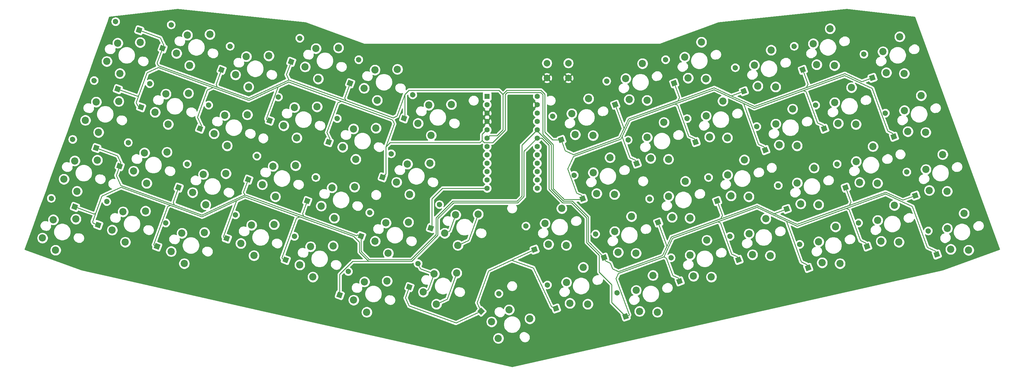
<source format=gbl>
G04 #@! TF.GenerationSoftware,KiCad,Pcbnew,(5.1.0)-1*
G04 #@! TF.CreationDate,2019-05-23T12:13:00+09:00*
G04 #@! TF.ProjectId,lasprema,6c617370-7265-46d6-912e-6b696361645f,rev?*
G04 #@! TF.SameCoordinates,Original*
G04 #@! TF.FileFunction,Copper,L2,Bot*
G04 #@! TF.FilePolarity,Positive*
%FSLAX46Y46*%
G04 Gerber Fmt 4.6, Leading zero omitted, Abs format (unit mm)*
G04 Created by KiCad (PCBNEW (5.1.0)-1) date 2019-05-23 12:13:00*
%MOMM*%
%LPD*%
G04 APERTURE LIST*
%ADD10C,2.200000*%
%ADD11C,2.000000*%
%ADD12C,1.600000*%
%ADD13R,1.600000X1.600000*%
%ADD14C,0.100000*%
%ADD15C,1.600000*%
%ADD16C,0.800000*%
%ADD17C,0.254000*%
G04 APERTURE END LIST*
D10*
X98445443Y-111966267D03*
X91609663Y-112181258D03*
X92303242Y-121415360D03*
X88323021Y-117731905D03*
X81807543Y-135629047D03*
X85787764Y-139312502D03*
X85094185Y-130078400D03*
X91929965Y-129863409D03*
X104960926Y-94065119D03*
X98125146Y-94280110D03*
X98818725Y-103514212D03*
X94838504Y-99830757D03*
X124474511Y-151848954D03*
X117638731Y-152063945D03*
X118332310Y-161298047D03*
X114352089Y-157614592D03*
D11*
X234993817Y-100366716D03*
X234993817Y-104866716D03*
X228493817Y-100366716D03*
X228493817Y-104866716D03*
D10*
X228947237Y-155473281D03*
X234363943Y-155736534D03*
X227897064Y-149108625D03*
X232995381Y-144549978D03*
X271357161Y-104898179D03*
X276773867Y-105161432D03*
X270306988Y-98533523D03*
X275405305Y-93974876D03*
D12*
X225527975Y-110477514D03*
X225527975Y-113017514D03*
X225527975Y-115557514D03*
X225527975Y-118097514D03*
X225527975Y-120637514D03*
X225527975Y-123177514D03*
X225527975Y-125717514D03*
X225527975Y-128257514D03*
X225527975Y-130797514D03*
X225527975Y-133337514D03*
X225527975Y-135877514D03*
X225527975Y-138417514D03*
X210287975Y-138417514D03*
X210287975Y-135877514D03*
X210287975Y-133337514D03*
X210287975Y-130797514D03*
X210287975Y-128257514D03*
X210287975Y-125717514D03*
X210287975Y-123177514D03*
X210287975Y-120637514D03*
X210287975Y-118097514D03*
X210287975Y-115557514D03*
X210287975Y-113017514D03*
D13*
X210287975Y-110477514D03*
D12*
X104640870Y-90337748D03*
D14*
G36*
X105666240Y-89859610D02*
G01*
X105119008Y-91363118D01*
X103615500Y-90815886D01*
X104162732Y-89312378D01*
X105666240Y-89859610D01*
X105666240Y-89859610D01*
G37*
D12*
X97480412Y-87731555D03*
D15*
X97480412Y-87731555D02*
X97480412Y-87731555D01*
D12*
X114348061Y-88696972D03*
D15*
X114348061Y-88696972D02*
X114348061Y-88696972D01*
D12*
X111741868Y-95857430D03*
D14*
G36*
X112220006Y-96882800D02*
G01*
X110716498Y-96335568D01*
X111263730Y-94832060D01*
X112767238Y-95379292D01*
X112220006Y-96882800D01*
X112220006Y-96882800D01*
G37*
D12*
X129643010Y-102372910D03*
D14*
G36*
X130121148Y-103398280D02*
G01*
X128617640Y-102851048D01*
X129164872Y-101347540D01*
X130668380Y-101894772D01*
X130121148Y-103398280D01*
X130121148Y-103398280D01*
G37*
D12*
X132249203Y-95212452D03*
D15*
X132249203Y-95212452D02*
X132249203Y-95212452D01*
D12*
X153408090Y-92777365D03*
D15*
X153408090Y-92777365D02*
X153408090Y-92777365D01*
D12*
X150801897Y-99937823D03*
D14*
G36*
X151280035Y-100963193D02*
G01*
X149776527Y-100415961D01*
X150323759Y-98912453D01*
X151827267Y-99459685D01*
X151280035Y-100963193D01*
X151280035Y-100963193D01*
G37*
D12*
X168703042Y-106453303D03*
D14*
G36*
X169181180Y-107478673D02*
G01*
X167677672Y-106931441D01*
X168224904Y-105427933D01*
X169728412Y-105975165D01*
X169181180Y-107478673D01*
X169181180Y-107478673D01*
G37*
D12*
X171309235Y-99292845D03*
D15*
X171309235Y-99292845D02*
X171309235Y-99292845D01*
D12*
X187690093Y-109985266D03*
D15*
X187690093Y-109985266D02*
X187690093Y-109985266D01*
D12*
X185083900Y-117145724D03*
D14*
G36*
X185562038Y-118171094D02*
G01*
X184058530Y-117623862D01*
X184605762Y-116120354D01*
X186109270Y-116667586D01*
X185562038Y-118171094D01*
X185562038Y-118171094D01*
G37*
D12*
X230220279Y-116502665D03*
D15*
X230220279Y-116502665D02*
X230220279Y-116502665D01*
D12*
X232826472Y-123663123D03*
D14*
G36*
X233851842Y-124141261D02*
G01*
X232348334Y-124688493D01*
X231801102Y-123184985D01*
X233304610Y-122637753D01*
X233851842Y-124141261D01*
X233851842Y-124141261D01*
G37*
D12*
X249207337Y-112970704D03*
D14*
G36*
X250232707Y-113448842D02*
G01*
X248729199Y-113996074D01*
X248181967Y-112492566D01*
X249685475Y-111945334D01*
X250232707Y-113448842D01*
X250232707Y-113448842D01*
G37*
D12*
X246601144Y-105810246D03*
D15*
X246601144Y-105810246D02*
X246601144Y-105810246D01*
D12*
X264502285Y-99294762D03*
D15*
X264502285Y-99294762D02*
X264502285Y-99294762D01*
D12*
X267108478Y-106455220D03*
D14*
G36*
X268133848Y-106933358D02*
G01*
X266630340Y-107480590D01*
X266083108Y-105977082D01*
X267586616Y-105429850D01*
X268133848Y-106933358D01*
X268133848Y-106933358D01*
G37*
D12*
X288267367Y-108890305D03*
D14*
G36*
X289292737Y-109368443D02*
G01*
X287789229Y-109915675D01*
X287241997Y-108412167D01*
X288745505Y-107864935D01*
X289292737Y-109368443D01*
X289292737Y-109368443D01*
G37*
D12*
X285661174Y-101729847D03*
D15*
X285661174Y-101729847D02*
X285661174Y-101729847D01*
D12*
X303562316Y-95214367D03*
D15*
X303562316Y-95214367D02*
X303562316Y-95214367D01*
D12*
X306168509Y-102374825D03*
D14*
G36*
X307193879Y-102852963D02*
G01*
X305690371Y-103400195D01*
X305143139Y-101896687D01*
X306646647Y-101349455D01*
X307193879Y-102852963D01*
X307193879Y-102852963D01*
G37*
D12*
X327327392Y-104809918D03*
D14*
G36*
X328352762Y-105288056D02*
G01*
X326849254Y-105835288D01*
X326302022Y-104331780D01*
X327805530Y-103784548D01*
X328352762Y-105288056D01*
X328352762Y-105288056D01*
G37*
D12*
X324721199Y-97649460D03*
D15*
X324721199Y-97649460D02*
X324721199Y-97649460D01*
D12*
X90964927Y-105632700D03*
D15*
X90964927Y-105632700D02*
X90964927Y-105632700D01*
D12*
X98125385Y-108238893D03*
D14*
G36*
X99150755Y-107760755D02*
G01*
X98603523Y-109264263D01*
X97100015Y-108717031D01*
X97647247Y-107213523D01*
X99150755Y-107760755D01*
X99150755Y-107760755D01*
G37*
D12*
X105226380Y-113758569D03*
D14*
G36*
X105704518Y-114783939D02*
G01*
X104201010Y-114236707D01*
X104748242Y-112733199D01*
X106251750Y-113280431D01*
X105704518Y-114783939D01*
X105704518Y-114783939D01*
G37*
D12*
X107832573Y-106598111D03*
D15*
X107832573Y-106598111D02*
X107832573Y-106598111D01*
D12*
X125733714Y-113113594D03*
D15*
X125733714Y-113113594D02*
X125733714Y-113113594D01*
D12*
X123127521Y-120274052D03*
D14*
G36*
X123605659Y-121299422D02*
G01*
X122102151Y-120752190D01*
X122649383Y-119248682D01*
X124152891Y-119795914D01*
X123605659Y-121299422D01*
X123605659Y-121299422D01*
G37*
D12*
X144286409Y-117838968D03*
D14*
G36*
X144764547Y-118864338D02*
G01*
X143261039Y-118317106D01*
X143808271Y-116813598D01*
X145311779Y-117360830D01*
X144764547Y-118864338D01*
X144764547Y-118864338D01*
G37*
D12*
X146892602Y-110678510D03*
D15*
X146892602Y-110678510D02*
X146892602Y-110678510D01*
D12*
X164793747Y-117193991D03*
D15*
X164793747Y-117193991D02*
X164793747Y-117193991D01*
D12*
X162187554Y-124354449D03*
D14*
G36*
X162665692Y-125379819D02*
G01*
X161162184Y-124832587D01*
X161709416Y-123329079D01*
X163212924Y-123876311D01*
X162665692Y-125379819D01*
X162665692Y-125379819D01*
G37*
D12*
X178568421Y-135046862D03*
D14*
G36*
X179046559Y-136072232D02*
G01*
X177543051Y-135525000D01*
X178090283Y-134021492D01*
X179593791Y-134568724D01*
X179046559Y-136072232D01*
X179046559Y-136072232D01*
G37*
D12*
X181174614Y-127886404D03*
D15*
X181174614Y-127886404D02*
X181174614Y-127886404D01*
D12*
X236735762Y-134403803D03*
D15*
X236735762Y-134403803D02*
X236735762Y-134403803D01*
D12*
X239341955Y-141564261D03*
D14*
G36*
X240367325Y-142042399D02*
G01*
X238863817Y-142589631D01*
X238316585Y-141086123D01*
X239820093Y-140538891D01*
X240367325Y-142042399D01*
X240367325Y-142042399D01*
G37*
D12*
X255722812Y-130871848D03*
D14*
G36*
X256748182Y-131349986D02*
G01*
X255244674Y-131897218D01*
X254697442Y-130393710D01*
X256200950Y-129846478D01*
X256748182Y-131349986D01*
X256748182Y-131349986D01*
G37*
D12*
X253116619Y-123711390D03*
D15*
X253116619Y-123711390D02*
X253116619Y-123711390D01*
D12*
X273623959Y-124356365D03*
D14*
G36*
X274649329Y-124834503D02*
G01*
X273145821Y-125381735D01*
X272598589Y-123878227D01*
X274102097Y-123330995D01*
X274649329Y-124834503D01*
X274649329Y-124834503D01*
G37*
D12*
X271017766Y-117195907D03*
D15*
X271017766Y-117195907D02*
X271017766Y-117195907D01*
D12*
X292176651Y-119630994D03*
D15*
X292176651Y-119630994D02*
X292176651Y-119630994D01*
D12*
X294782844Y-126791452D03*
D14*
G36*
X295808214Y-127269590D02*
G01*
X294304706Y-127816822D01*
X293757474Y-126313314D01*
X295260982Y-125766082D01*
X295808214Y-127269590D01*
X295808214Y-127269590D01*
G37*
D12*
X312683989Y-120275968D03*
D14*
G36*
X313709359Y-120754106D02*
G01*
X312205851Y-121301338D01*
X311658619Y-119797830D01*
X313162127Y-119250598D01*
X313709359Y-120754106D01*
X313709359Y-120754106D01*
G37*
D12*
X310077796Y-113115510D03*
D15*
X310077796Y-113115510D02*
X310077796Y-113115510D01*
D12*
X331236688Y-115550602D03*
D15*
X331236688Y-115550602D02*
X331236688Y-115550602D01*
D12*
X333842881Y-122711060D03*
D14*
G36*
X334868251Y-123189198D02*
G01*
X333364743Y-123736430D01*
X332817511Y-122232922D01*
X334321019Y-121685690D01*
X334868251Y-123189198D01*
X334868251Y-123189198D01*
G37*
D12*
X91609902Y-126140037D03*
D14*
G36*
X92635272Y-125661899D02*
G01*
X92088040Y-127165407D01*
X90584532Y-126618175D01*
X91131764Y-125114667D01*
X92635272Y-125661899D01*
X92635272Y-125661899D01*
G37*
D12*
X84449444Y-123533844D03*
D15*
X84449444Y-123533844D02*
X84449444Y-123533844D01*
D12*
X101317090Y-124499258D03*
D15*
X101317090Y-124499258D02*
X101317090Y-124499258D01*
D12*
X98710897Y-131659716D03*
D14*
G36*
X99189035Y-132685086D02*
G01*
X97685527Y-132137854D01*
X98232759Y-130634346D01*
X99736267Y-131181578D01*
X99189035Y-132685086D01*
X99189035Y-132685086D01*
G37*
D12*
X116612039Y-138175199D03*
D14*
G36*
X117090177Y-139200569D02*
G01*
X115586669Y-138653337D01*
X116133901Y-137149829D01*
X117637409Y-137697061D01*
X117090177Y-139200569D01*
X117090177Y-139200569D01*
G37*
D12*
X119218232Y-131014741D03*
D15*
X119218232Y-131014741D02*
X119218232Y-131014741D01*
D12*
X140377121Y-128579651D03*
D15*
X140377121Y-128579651D02*
X140377121Y-128579651D01*
D12*
X137770928Y-135740109D03*
D14*
G36*
X138249066Y-136765479D02*
G01*
X136745558Y-136218247D01*
X137292790Y-134714739D01*
X138796298Y-135261971D01*
X138249066Y-136765479D01*
X138249066Y-136765479D01*
G37*
D12*
X155672070Y-142255594D03*
D14*
G36*
X156150208Y-143280964D02*
G01*
X154646700Y-142733732D01*
X155193932Y-141230224D01*
X156697440Y-141777456D01*
X156150208Y-143280964D01*
X156150208Y-143280964D01*
G37*
D12*
X158278263Y-135095136D03*
D15*
X158278263Y-135095136D02*
X158278263Y-135095136D01*
D12*
X174659131Y-145787556D03*
D15*
X174659131Y-145787556D02*
X174659131Y-145787556D01*
D12*
X172052938Y-152948014D03*
D14*
G36*
X172531076Y-153973384D02*
G01*
X171027568Y-153426152D01*
X171574800Y-151922644D01*
X173078308Y-152469876D01*
X172531076Y-153973384D01*
X172531076Y-153973384D01*
G37*
D12*
X243251245Y-152304952D03*
D15*
X243251245Y-152304952D02*
X243251245Y-152304952D01*
D12*
X245857438Y-159465410D03*
D14*
G36*
X246882808Y-159943548D02*
G01*
X245379300Y-160490780D01*
X244832068Y-158987272D01*
X246335576Y-158440040D01*
X246882808Y-159943548D01*
X246882808Y-159943548D01*
G37*
D12*
X262238302Y-148772991D03*
D14*
G36*
X263263672Y-149251129D02*
G01*
X261760164Y-149798361D01*
X261212932Y-148294853D01*
X262716440Y-147747621D01*
X263263672Y-149251129D01*
X263263672Y-149251129D01*
G37*
D12*
X259632109Y-141612533D03*
D15*
X259632109Y-141612533D02*
X259632109Y-141612533D01*
D12*
X280139444Y-142257508D03*
D14*
G36*
X281164814Y-142735646D02*
G01*
X279661306Y-143282878D01*
X279114074Y-141779370D01*
X280617582Y-141232138D01*
X281164814Y-142735646D01*
X281164814Y-142735646D01*
G37*
D12*
X277533251Y-135097050D03*
D15*
X277533251Y-135097050D02*
X277533251Y-135097050D01*
D12*
X301298330Y-144692597D03*
D14*
G36*
X302323700Y-145170735D02*
G01*
X300820192Y-145717967D01*
X300272960Y-144214459D01*
X301776468Y-143667227D01*
X302323700Y-145170735D01*
X302323700Y-145170735D01*
G37*
D12*
X298692137Y-137532139D03*
D15*
X298692137Y-137532139D02*
X298692137Y-137532139D01*
D12*
X316593285Y-131016654D03*
D15*
X316593285Y-131016654D02*
X316593285Y-131016654D01*
D12*
X319199478Y-138177112D03*
D14*
G36*
X320224848Y-138655250D02*
G01*
X318721340Y-139202482D01*
X318174108Y-137698974D01*
X319677616Y-137151742D01*
X320224848Y-138655250D01*
X320224848Y-138655250D01*
G37*
D12*
X340358362Y-140612206D03*
D14*
G36*
X341383732Y-141090344D02*
G01*
X339880224Y-141637576D01*
X339332992Y-140134068D01*
X340836500Y-139586836D01*
X341383732Y-141090344D01*
X341383732Y-141090344D01*
G37*
D12*
X337752169Y-133451748D03*
D15*
X337752169Y-133451748D02*
X337752169Y-133451748D01*
D12*
X77933959Y-141434987D03*
D15*
X77933959Y-141434987D02*
X77933959Y-141434987D01*
D12*
X85094417Y-144041180D03*
D14*
G36*
X86119787Y-143563042D02*
G01*
X85572555Y-145066550D01*
X84069047Y-144519318D01*
X84616279Y-143015810D01*
X86119787Y-143563042D01*
X86119787Y-143563042D01*
G37*
D12*
X92195415Y-149560863D03*
D14*
G36*
X92673553Y-150586233D02*
G01*
X91170045Y-150039001D01*
X91717277Y-148535493D01*
X93220785Y-149082725D01*
X92673553Y-150586233D01*
X92673553Y-150586233D01*
G37*
D12*
X94801608Y-142400405D03*
D15*
X94801608Y-142400405D02*
X94801608Y-142400405D01*
D12*
X112702748Y-148915884D03*
D15*
X112702748Y-148915884D02*
X112702748Y-148915884D01*
D12*
X110096555Y-156076342D03*
D14*
G36*
X110574693Y-157101712D02*
G01*
X109071185Y-156554480D01*
X109618417Y-155050972D01*
X111121925Y-155598204D01*
X110574693Y-157101712D01*
X110574693Y-157101712D01*
G37*
D12*
X131255441Y-153641256D03*
D14*
G36*
X131733579Y-154666626D02*
G01*
X130230071Y-154119394D01*
X130777303Y-152615886D01*
X132280811Y-153163118D01*
X131733579Y-154666626D01*
X131733579Y-154666626D01*
G37*
D12*
X133861634Y-146480798D03*
D15*
X133861634Y-146480798D02*
X133861634Y-146480798D01*
D12*
X151762779Y-152996283D03*
D15*
X151762779Y-152996283D02*
X151762779Y-152996283D01*
D12*
X149156586Y-160156741D03*
D14*
G36*
X149634724Y-161182111D02*
G01*
X148131216Y-160634879D01*
X148678448Y-159131371D01*
X150181956Y-159678603D01*
X149634724Y-161182111D01*
X149634724Y-161182111D01*
G37*
D12*
X165537452Y-170849155D03*
D14*
G36*
X166015590Y-171874525D02*
G01*
X164512082Y-171327293D01*
X165059314Y-169823785D01*
X166562822Y-170371017D01*
X166015590Y-171874525D01*
X166015590Y-171874525D01*
G37*
D12*
X168143645Y-163688697D03*
D15*
X168143645Y-163688697D02*
X168143645Y-163688697D01*
D12*
X249766725Y-170206094D03*
D15*
X249766725Y-170206094D02*
X249766725Y-170206094D01*
D12*
X252372918Y-177366552D03*
D14*
G36*
X253398288Y-177844690D02*
G01*
X251894780Y-178391922D01*
X251347548Y-176888414D01*
X252851056Y-176341182D01*
X253398288Y-177844690D01*
X253398288Y-177844690D01*
G37*
D12*
X266147592Y-159513677D03*
D15*
X266147592Y-159513677D02*
X266147592Y-159513677D01*
D12*
X268753785Y-166674135D03*
D14*
G36*
X269779155Y-167152273D02*
G01*
X268275647Y-167699505D01*
X267728415Y-166195997D01*
X269231923Y-165648765D01*
X269779155Y-167152273D01*
X269779155Y-167152273D01*
G37*
D12*
X286654929Y-160158654D03*
D14*
G36*
X287680299Y-160636792D02*
G01*
X286176791Y-161184024D01*
X285629559Y-159680516D01*
X287133067Y-159133284D01*
X287680299Y-160636792D01*
X287680299Y-160636792D01*
G37*
D12*
X284048736Y-152998196D03*
D15*
X284048736Y-152998196D02*
X284048736Y-152998196D01*
D12*
X307813821Y-162593743D03*
D14*
G36*
X308839191Y-163071881D02*
G01*
X307335683Y-163619113D01*
X306788451Y-162115605D01*
X308291959Y-161568373D01*
X308839191Y-163071881D01*
X308839191Y-163071881D01*
G37*
D12*
X305207628Y-155433285D03*
D15*
X305207628Y-155433285D02*
X305207628Y-155433285D01*
D12*
X323108765Y-148917803D03*
D15*
X323108765Y-148917803D02*
X323108765Y-148917803D01*
D12*
X325714958Y-156078261D03*
D14*
G36*
X326740328Y-156556399D02*
G01*
X325236820Y-157103631D01*
X324689588Y-155600123D01*
X326193096Y-155052891D01*
X326740328Y-156556399D01*
X326740328Y-156556399D01*
G37*
D12*
X346873848Y-158513347D03*
D14*
G36*
X347899218Y-158991485D02*
G01*
X346395710Y-159538717D01*
X345848478Y-158035209D01*
X347351986Y-157487977D01*
X347899218Y-158991485D01*
X347899218Y-158991485D01*
G37*
D12*
X344267655Y-151352889D03*
D15*
X344267655Y-151352889D02*
X344267655Y-151352889D01*
D12*
X195818016Y-143352470D03*
D15*
X195818016Y-143352470D02*
X195818016Y-143352470D01*
D12*
X193211823Y-150512928D03*
D14*
G36*
X193689961Y-151538298D02*
G01*
X192186453Y-150991066D01*
X192733685Y-149487558D01*
X194237193Y-150034790D01*
X193689961Y-151538298D01*
X193689961Y-151538298D01*
G37*
D12*
X222092354Y-149869861D03*
D15*
X222092354Y-149869861D02*
X222092354Y-149869861D01*
D12*
X224698547Y-157030319D03*
D14*
G36*
X225723917Y-157508457D02*
G01*
X224220409Y-158055689D01*
X223673177Y-156552181D01*
X225176685Y-156004949D01*
X225723917Y-157508457D01*
X225723917Y-157508457D01*
G37*
D12*
X189302530Y-161253606D03*
D15*
X189302530Y-161253606D02*
X189302530Y-161253606D01*
D12*
X186696337Y-168414064D03*
D14*
G36*
X187174475Y-169439434D02*
G01*
X185670967Y-168892202D01*
X186218199Y-167388694D01*
X187721707Y-167935926D01*
X187174475Y-169439434D01*
X187174475Y-169439434D01*
G37*
D12*
X208467758Y-175797736D03*
D14*
G36*
X208467758Y-176929107D02*
G01*
X207336387Y-175797736D01*
X208467758Y-174666365D01*
X209599129Y-175797736D01*
X208467758Y-176929107D01*
X208467758Y-176929107D01*
G37*
D12*
X213855912Y-170409582D03*
D15*
X213855912Y-170409582D02*
X213855912Y-170409582D01*
D12*
X231214031Y-174931466D03*
D14*
G36*
X232239401Y-175409604D02*
G01*
X230735893Y-175956836D01*
X230188661Y-174453328D01*
X231692169Y-173906096D01*
X232239401Y-175409604D01*
X232239401Y-175409604D01*
G37*
D12*
X228607838Y-167771008D03*
D15*
X228607838Y-167771008D02*
X228607838Y-167771008D01*
D10*
X115997394Y-97395667D03*
X119977615Y-101079122D03*
X119284036Y-91845020D03*
X126119816Y-91630029D03*
X144020955Y-98145511D03*
X137185175Y-98360502D03*
X137878754Y-107594604D03*
X133898533Y-103911149D03*
X155057428Y-101476066D03*
X159037649Y-105159521D03*
X158344070Y-95925419D03*
X165179850Y-95710428D03*
X183080990Y-102225912D03*
X176245210Y-102440903D03*
X176938789Y-111675005D03*
X172958568Y-107991550D03*
X189339433Y-118683963D03*
X193319654Y-122367418D03*
X192626075Y-113133316D03*
X199461855Y-112918325D03*
X237075155Y-122106083D03*
X242491861Y-122369336D03*
X236024982Y-115741427D03*
X241123299Y-111182780D03*
X257504169Y-100490364D03*
X252405852Y-105049011D03*
X258872731Y-111676920D03*
X253456025Y-111413667D03*
X296564198Y-96409969D03*
X291465881Y-100968616D03*
X297932760Y-107596525D03*
X292516054Y-107333272D03*
X310417195Y-100817784D03*
X315833901Y-101081037D03*
X309367022Y-94453128D03*
X314465339Y-89894481D03*
X335624229Y-92329570D03*
X330525912Y-96888217D03*
X336992791Y-103516126D03*
X331576085Y-103252873D03*
X109481909Y-115296813D03*
X113462130Y-118980268D03*
X112768551Y-109746166D03*
X119604331Y-109531175D03*
X127383054Y-121812300D03*
X131363275Y-125495755D03*
X130669696Y-116261653D03*
X137505476Y-116046662D03*
X158664365Y-113611567D03*
X151828585Y-113826558D03*
X152522164Y-123060660D03*
X148541943Y-119377205D03*
X166443083Y-125892691D03*
X170423304Y-129576146D03*
X169729725Y-120342044D03*
X176565505Y-120127053D03*
X192946372Y-130819474D03*
X186110592Y-131034465D03*
X186804171Y-140268567D03*
X182823950Y-136585112D03*
X247638784Y-129083928D03*
X242540467Y-133642575D03*
X249007346Y-140270484D03*
X243590640Y-140007231D03*
X259971503Y-129314808D03*
X265388209Y-129578061D03*
X258921330Y-122950152D03*
X264019647Y-118391505D03*
X281920796Y-111876022D03*
X276822479Y-116434669D03*
X283289358Y-123062578D03*
X277872652Y-122799325D03*
X299031533Y-125234415D03*
X304448239Y-125497668D03*
X297981360Y-118869759D03*
X303079677Y-114311112D03*
X320980820Y-107795628D03*
X315882503Y-112354275D03*
X322349382Y-118982184D03*
X316932676Y-118718931D03*
X338091567Y-121154015D03*
X343508273Y-121417268D03*
X337041394Y-114789359D03*
X342139711Y-110230712D03*
X113088846Y-127432322D03*
X106253066Y-127647313D03*
X106946645Y-136881415D03*
X102966424Y-133197960D03*
X130989989Y-133947802D03*
X124154209Y-134162793D03*
X124847788Y-143396895D03*
X120867567Y-139713440D03*
X142026454Y-137278354D03*
X146006675Y-140961809D03*
X145313096Y-131727707D03*
X152148876Y-131512716D03*
X170050022Y-138028206D03*
X163214242Y-138243197D03*
X163907821Y-147477299D03*
X159927600Y-143793844D03*
X176308470Y-154486254D03*
X180288691Y-158169709D03*
X179595112Y-148935607D03*
X186430892Y-148720616D03*
X250106125Y-157908375D03*
X255522831Y-158171628D03*
X249055952Y-151543719D03*
X254154269Y-146985072D03*
X270535131Y-136292652D03*
X265436814Y-140851299D03*
X271903693Y-147479208D03*
X266486987Y-147215955D03*
X284388139Y-140700466D03*
X289804845Y-140963719D03*
X283337966Y-134335810D03*
X288436283Y-129777163D03*
X309595167Y-132212257D03*
X304496850Y-136770904D03*
X310963729Y-143398813D03*
X305547023Y-143135560D03*
X323448162Y-136620074D03*
X328864868Y-136883327D03*
X322397989Y-130255418D03*
X327496306Y-125696771D03*
X348655194Y-128131859D03*
X343556877Y-132690506D03*
X350023756Y-139318415D03*
X344607050Y-139055162D03*
X85414480Y-147764556D03*
X78578700Y-147979547D03*
X79272279Y-157213649D03*
X75292058Y-153530194D03*
X96450944Y-151099101D03*
X100431165Y-154782556D03*
X99737586Y-145548454D03*
X106573366Y-145333463D03*
X135510972Y-155179501D03*
X139491193Y-158862956D03*
X138797614Y-149628854D03*
X145633394Y-149413863D03*
X163534538Y-155929341D03*
X156698758Y-156144332D03*
X157392337Y-165378434D03*
X153412116Y-161694979D03*
X169792982Y-172387400D03*
X173773203Y-176070855D03*
X173079624Y-166836753D03*
X179915404Y-166621762D03*
X256621607Y-175809515D03*
X262038313Y-176072768D03*
X255571434Y-169444859D03*
X260669751Y-164886212D03*
X277050620Y-154193796D03*
X271952303Y-158752443D03*
X278419182Y-165380352D03*
X273002476Y-165117099D03*
X290903615Y-158601617D03*
X296320321Y-158864870D03*
X289853442Y-152236961D03*
X294951759Y-147678314D03*
X316110649Y-150113400D03*
X311012332Y-154672047D03*
X317479211Y-161299956D03*
X312062505Y-161036703D03*
X329963646Y-154521215D03*
X335380352Y-154784468D03*
X328913473Y-148156559D03*
X334011790Y-143597912D03*
X355170679Y-146033005D03*
X350072362Y-150591652D03*
X356539241Y-157219561D03*
X351122535Y-156956308D03*
X207589773Y-146285526D03*
X200753993Y-146500517D03*
X201447572Y-155734619D03*
X197467351Y-152051164D03*
X201074290Y-164186671D03*
X194238510Y-164401662D03*
X194932089Y-173635764D03*
X190951868Y-169952309D03*
X211685440Y-178990322D03*
X213736050Y-184010780D03*
X217009954Y-175348722D03*
X223296134Y-178042799D03*
X239510869Y-162451126D03*
X234412552Y-167009773D03*
X240879431Y-173637682D03*
X235462725Y-173374429D03*
D16*
X217907975Y-124447514D03*
D17*
X230200227Y-123663125D02*
X232826472Y-123663123D01*
X227858814Y-121321713D02*
X230200227Y-123663125D01*
X226672250Y-108621713D02*
X227858817Y-109808278D01*
X211087975Y-122377514D02*
X213384582Y-122377514D01*
X213384582Y-122377514D02*
X215158814Y-120603279D01*
X210287979Y-123177515D02*
X211087975Y-122377514D01*
X227858817Y-109808278D02*
X227858814Y-121321713D01*
X215158816Y-109808279D02*
X216345382Y-108621713D01*
X216345382Y-108621713D02*
X226672250Y-108621713D01*
X215158817Y-110526715D02*
X215158816Y-109808279D01*
X215158814Y-120603279D02*
X215158817Y-110526715D01*
X185313815Y-116915809D02*
X185083900Y-117145724D01*
X185313815Y-109891713D02*
X185313815Y-116915809D01*
X186583814Y-108621711D02*
X185313815Y-109891713D01*
X213888815Y-108621712D02*
X186583814Y-108621711D01*
X215158818Y-109891710D02*
X213888815Y-108621712D01*
X215158817Y-110526715D02*
X215158818Y-109891710D01*
X150129948Y-105444876D02*
X137921635Y-111137706D01*
X110104393Y-100356353D02*
X110473214Y-101147298D01*
X111741868Y-95857430D02*
X110104393Y-100356353D01*
X128005534Y-106871837D02*
X128374359Y-107662781D01*
X129643010Y-102372910D02*
X128005534Y-106871837D01*
X137921635Y-111137706D02*
X128374359Y-107662781D01*
X128374359Y-107662781D02*
X110473214Y-101147298D01*
X150441409Y-100928259D02*
X150418461Y-100938959D01*
X150801897Y-99937823D02*
X150441409Y-100928259D01*
X150418461Y-100938959D02*
X149370906Y-103817103D01*
X182944641Y-116400966D02*
X185313815Y-109891713D01*
X181755307Y-116955565D02*
X182944641Y-116400966D01*
X149370906Y-103817103D02*
X150129948Y-105444876D01*
X168703042Y-106453303D02*
X167065565Y-110952231D01*
X167065565Y-110952231D02*
X167434390Y-111743175D01*
X150129948Y-105444876D02*
X167434390Y-111743175D01*
X167434390Y-111743175D02*
X181755307Y-116955565D01*
X324104109Y-105983099D02*
X327327392Y-104809918D01*
X291464276Y-113552713D02*
X318912698Y-103562303D01*
X318912698Y-103562303D02*
X324104109Y-105983099D01*
X306168509Y-102374825D02*
X307756063Y-106736595D01*
X307756063Y-106736595D02*
X307258241Y-107804179D01*
X307258241Y-107804179D02*
X291464276Y-113552713D01*
X279255964Y-107859882D02*
X253202186Y-117342680D01*
X284447364Y-110280672D02*
X283923052Y-110036183D01*
X288267367Y-108890305D02*
X284447364Y-110280672D01*
X291464276Y-113552713D02*
X283923052Y-110036183D01*
X283923052Y-110036183D02*
X279255964Y-107859882D01*
X267108478Y-106455220D02*
X268696035Y-110816987D01*
X234028191Y-126964818D02*
X232826472Y-123663123D01*
X236541682Y-128136879D02*
X234028191Y-126964818D01*
X250545533Y-123039894D02*
X236541682Y-128136879D01*
X268198210Y-111884573D02*
X253202186Y-117342680D01*
X268696035Y-110816987D02*
X268198210Y-111884573D01*
X251852268Y-120237591D02*
X251784930Y-120381996D01*
X249207337Y-112970704D02*
X251852268Y-120237591D01*
X253202186Y-117342680D02*
X251784930Y-120381996D01*
X251784930Y-120381996D02*
X250545533Y-123039894D01*
X112102356Y-94866993D02*
X111741868Y-95857430D01*
X111083851Y-92682802D02*
X112102356Y-94866993D01*
X104640870Y-90337748D02*
X111083851Y-92682802D01*
X208808817Y-123861712D02*
X208808816Y-121956715D01*
X215793814Y-120686714D02*
X211983815Y-124496714D01*
X215793817Y-109891714D02*
X215793814Y-120686714D01*
X211983815Y-124496714D02*
X209443817Y-124496715D01*
X208808816Y-121956715D02*
X210128016Y-120637512D01*
X209443817Y-124496715D02*
X208808817Y-123861712D01*
X227223814Y-109891713D02*
X226588816Y-109256713D01*
X226588816Y-109256713D02*
X216428818Y-109256713D01*
X210128016Y-120637512D02*
X210287975Y-120637513D01*
X216428818Y-109256713D02*
X215793817Y-109891714D01*
X227223817Y-121956713D02*
X230398817Y-125131715D01*
X227223817Y-121956713D02*
X227223814Y-109891713D01*
X230398817Y-125131715D02*
X230398816Y-138466713D01*
X233496364Y-141564261D02*
X230398816Y-138466713D01*
X179598817Y-134016468D02*
X178568421Y-135046862D01*
X179598813Y-125766712D02*
X179598817Y-134016468D01*
X180868814Y-124496715D02*
X179598813Y-125766712D01*
X208808817Y-123861712D02*
X208173817Y-124496715D01*
X208173817Y-124496715D02*
X180868814Y-124496715D01*
X233496364Y-141564261D02*
X233700807Y-141768704D01*
X236407675Y-141768705D02*
X236407673Y-141768703D01*
X233700807Y-141768704D02*
X234843818Y-141768703D01*
X234843818Y-141768703D02*
X237256827Y-141768701D01*
X235986828Y-141768707D02*
X233700807Y-141768704D01*
X236407673Y-141768703D02*
X235986828Y-141768707D01*
X238731267Y-141564261D02*
X239341955Y-141564261D01*
X235986828Y-141768707D02*
X238526827Y-141768705D01*
X238526827Y-141768705D02*
X238731267Y-141564261D01*
X179598813Y-125766712D02*
X182128118Y-118817517D01*
X182128118Y-118817517D02*
X181917644Y-118366154D01*
X181917644Y-118366154D02*
X181538122Y-117552269D01*
X138136329Y-111598119D02*
X137945622Y-111687049D01*
X134883695Y-110572597D02*
X134167658Y-110311983D01*
X137945622Y-111687049D02*
X134883695Y-110572597D01*
X107025416Y-103315559D02*
X110497197Y-101696640D01*
X103741559Y-112337870D02*
X104244102Y-110957150D01*
X104235944Y-113398080D02*
X103741559Y-112337870D01*
X105226380Y-113758569D02*
X104235944Y-113398080D01*
X110497197Y-101696640D02*
X127089363Y-107735694D01*
X127089363Y-107735694D02*
X134883695Y-110572597D01*
X146765688Y-107574181D02*
X147298876Y-107325553D01*
X143220066Y-117315700D02*
X146765688Y-107574181D01*
X143295971Y-117478479D02*
X143220066Y-117315700D01*
X144286409Y-117838968D02*
X143295971Y-117478479D01*
X149991169Y-106070115D02*
X147298876Y-107325553D01*
X147298876Y-107325553D02*
X138136329Y-111598119D01*
X165986628Y-111891986D02*
X149991169Y-106070115D01*
X331968687Y-121014771D02*
X333482391Y-121720623D01*
X327232593Y-108002461D02*
X331968687Y-121014771D01*
X318888715Y-104111647D02*
X327232593Y-108002461D01*
X239341955Y-141564261D02*
X238981466Y-140573825D01*
X238981466Y-140573825D02*
X237467763Y-139867973D01*
X237467763Y-139867973D02*
X234794086Y-132522112D01*
X333482391Y-121720623D02*
X333842881Y-122711060D01*
X234794086Y-132522112D02*
X236596102Y-128657686D01*
X236596102Y-128657686D02*
X250917015Y-123445297D01*
X273263471Y-123365929D02*
X271544765Y-122564482D01*
X273623959Y-124356365D02*
X273263471Y-123365929D01*
X268111769Y-113132400D02*
X267297881Y-112752880D01*
X271544765Y-122564482D02*
X268111769Y-113132400D01*
X253573671Y-117748084D02*
X267297881Y-112752880D01*
X267297881Y-112752880D02*
X279231976Y-108409223D01*
X312323499Y-119285531D02*
X310604796Y-118484087D01*
X312683989Y-120275968D02*
X312323499Y-119285531D01*
X307171801Y-109052006D02*
X306357913Y-108672486D01*
X310604796Y-118484087D02*
X307171801Y-109052006D01*
X291440293Y-114102054D02*
X306357913Y-108672486D01*
X306357913Y-108672486D02*
X318888715Y-104111647D01*
X292703652Y-124999572D02*
X288184740Y-112583966D01*
X294422357Y-125801015D02*
X292703652Y-124999572D01*
X294782844Y-126791452D02*
X294422357Y-125801015D01*
X279231976Y-108409223D02*
X288184740Y-112583966D01*
X288184740Y-112583966D02*
X291440293Y-114102054D01*
X253643622Y-129079968D02*
X251296540Y-122631408D01*
X255362323Y-129881413D02*
X253643622Y-129079968D01*
X255722812Y-130871848D02*
X255362323Y-129881413D01*
X250917015Y-123445297D02*
X251296540Y-122631408D01*
X251296540Y-122631408D02*
X253573671Y-117748084D01*
X104114822Y-110418867D02*
X104506496Y-110236225D01*
X98125385Y-108238893D02*
X104114822Y-110418867D01*
X104244102Y-110957150D02*
X104506496Y-110236225D01*
X104506496Y-110236225D02*
X107025416Y-103315559D01*
X162548042Y-123364013D02*
X161637091Y-121410471D01*
X162187554Y-124354449D02*
X162548042Y-123364013D01*
X161637091Y-121410471D02*
X164893366Y-112463932D01*
X166061478Y-111919231D02*
X170835117Y-113656693D01*
X164893366Y-112463932D02*
X166061478Y-111919231D01*
X181538122Y-117552269D02*
X170835117Y-113656693D01*
X170835117Y-113656693D02*
X165986628Y-111891986D01*
X123488011Y-119283616D02*
X122331219Y-116802868D01*
X123127521Y-120274052D02*
X123488011Y-119283616D01*
X125333369Y-108554527D02*
X127089363Y-107735694D01*
X122331219Y-116802868D02*
X125333369Y-108554527D01*
X172052936Y-157590833D02*
X172052938Y-152948014D01*
X194838817Y-152436712D02*
X187218815Y-160056715D01*
X187218815Y-160056715D02*
X174518815Y-160056713D01*
X225527978Y-120637515D02*
X220873816Y-125291674D01*
X174518815Y-160056713D02*
X172052936Y-157590833D01*
X220873816Y-125291674D02*
X220873815Y-140816553D01*
X220873815Y-140816553D02*
X219413657Y-142276714D01*
X219413657Y-142276714D02*
X199918816Y-142276713D01*
X199918816Y-142276713D02*
X194838815Y-147356713D01*
X194838815Y-147356713D02*
X194838817Y-152436712D01*
X241598780Y-155206748D02*
X245857438Y-159465410D01*
X236197250Y-142276717D02*
X241066827Y-147146287D01*
X241066826Y-154674794D02*
X241598780Y-155206748D01*
X233490382Y-142276714D02*
X236197250Y-142276717D01*
X241066827Y-147146287D02*
X241066826Y-154674794D01*
X229763817Y-138550147D02*
X233490382Y-142276714D01*
X225527979Y-120979307D02*
X229763815Y-125215147D01*
X229763815Y-125215147D02*
X229763817Y-138550147D01*
X225527978Y-120637515D02*
X225527979Y-120979307D01*
X171062500Y-152587525D02*
X170646260Y-152781620D01*
X172052938Y-152948014D02*
X171062500Y-152587525D01*
X136719461Y-140433278D02*
X123697260Y-146505628D01*
X137316162Y-140650461D02*
X136719461Y-140433278D01*
X97668480Y-134523729D02*
X99077159Y-137544645D01*
X98710897Y-131659716D02*
X97668480Y-134523729D01*
X114974567Y-142674122D02*
X115343391Y-143465070D01*
X116612039Y-138175199D02*
X114974567Y-142674122D01*
X123697260Y-146505628D02*
X115343391Y-143465070D01*
X115343391Y-143465070D02*
X99077159Y-137544645D01*
X136350635Y-139642330D02*
X136719461Y-140433278D01*
X137770928Y-135740109D02*
X136350635Y-139642330D01*
X155672070Y-142255594D02*
X154251778Y-146157814D01*
X154251778Y-146157814D02*
X154620607Y-146948760D01*
X154620607Y-146948760D02*
X158200832Y-148251856D01*
X170646260Y-152781620D02*
X158200832Y-148251856D01*
X158200832Y-148251856D02*
X137316162Y-140650461D01*
X246217926Y-160455843D02*
X247754766Y-161172485D01*
X245857438Y-159465410D02*
X246217926Y-160455843D01*
X247754766Y-161172485D02*
X248378816Y-162887040D01*
X248378816Y-162887040D02*
X250006591Y-163646084D01*
X250006591Y-163646084D02*
X250169355Y-163721983D01*
X250169355Y-163721983D02*
X257408216Y-161087254D01*
X250169355Y-163721983D02*
X263576499Y-158842182D01*
X266233154Y-153144970D02*
X292286931Y-143662172D01*
X336538369Y-142002568D02*
X340358362Y-140612206D01*
X304495243Y-149355001D02*
X331346963Y-139581777D01*
X331346963Y-139581777D02*
X336538369Y-142002568D01*
X280139444Y-142257508D02*
X281726998Y-146619280D01*
X281229177Y-147686864D02*
X266233154Y-153144970D01*
X281726998Y-146619280D02*
X281229177Y-147686864D01*
X264883235Y-156039882D02*
X264815896Y-156184285D01*
X262238302Y-148772991D02*
X264883235Y-156039882D01*
X263576499Y-158842182D02*
X264815896Y-156184285D01*
X264815896Y-156184285D02*
X266233154Y-153144970D01*
X301298330Y-144692597D02*
X297478334Y-146082964D01*
X297478334Y-146082964D02*
X296954021Y-145838470D01*
X292286931Y-143662172D02*
X296954021Y-145838470D01*
X319199478Y-138177112D02*
X320787034Y-142538882D01*
X304495243Y-149355001D02*
X303465122Y-148874646D01*
X320289209Y-143606468D02*
X304495243Y-149355001D01*
X320787034Y-142538882D02*
X320289209Y-143606468D01*
X296954021Y-145838470D02*
X303465122Y-148874646D01*
X99071386Y-130669279D02*
X98710897Y-131659716D01*
X98052884Y-128485089D02*
X99071386Y-130669279D01*
X91609902Y-126140037D02*
X98052884Y-128485089D01*
X221508817Y-127196677D02*
X225527978Y-123177515D01*
X221508816Y-140899985D02*
X221508817Y-127196677D01*
X219624081Y-142784724D02*
X221508816Y-140899985D01*
X200129240Y-142784721D02*
X219624081Y-142784724D01*
X165537452Y-170849155D02*
X165537452Y-164547010D01*
X165537452Y-164547010D02*
X169519738Y-160564722D01*
X187429241Y-160564724D02*
X195346827Y-152647138D01*
X195346827Y-152647138D02*
X195346828Y-147567137D01*
X195346828Y-147567137D02*
X200129240Y-142784721D01*
X248178816Y-173172451D02*
X252372918Y-177366552D01*
X248178816Y-167676715D02*
X248178816Y-173172451D01*
X244368815Y-163866713D02*
X248178816Y-167676715D01*
X244368814Y-158695222D02*
X244368815Y-163866713D01*
X240558814Y-154885219D02*
X244368814Y-158695222D01*
X240558816Y-147356714D02*
X240558814Y-154885219D01*
X225527978Y-123177515D02*
X227007747Y-123177512D01*
X227007747Y-123177512D02*
X229128817Y-125298582D01*
X229128817Y-125298582D02*
X229128814Y-138633580D01*
X229128814Y-138633580D02*
X233279958Y-142784724D01*
X233279958Y-142784724D02*
X235986822Y-142784724D01*
X235986822Y-142784724D02*
X240558816Y-147356714D01*
X174782717Y-160564723D02*
X174308391Y-160564722D01*
X174782717Y-160564723D02*
X187429241Y-160564724D01*
X169519738Y-160564722D02*
X174782717Y-160564723D01*
X174308391Y-160564722D02*
X171544927Y-157801256D01*
X171544927Y-154786932D02*
X169756315Y-152998323D01*
X171544927Y-157801256D02*
X171544927Y-154786932D01*
X169756315Y-152998323D02*
X166438605Y-151790774D01*
X166438605Y-151790774D02*
X164552360Y-151104236D01*
X164552360Y-151104236D02*
X158224818Y-148801198D01*
X158224818Y-148801198D02*
X158224814Y-148801200D01*
X158224814Y-148801200D02*
X137340152Y-141199803D01*
X137340152Y-141199803D02*
X136743444Y-140982619D01*
X123721243Y-147054972D02*
X115367374Y-144014415D01*
X99101141Y-138093988D02*
X96142149Y-139473788D01*
X96142149Y-139473788D02*
X93293542Y-140802119D01*
X91093759Y-146845964D02*
X90470165Y-148559281D01*
X90680015Y-149009301D02*
X92195415Y-149560863D01*
X90470165Y-148559281D02*
X90680015Y-149009301D01*
X109030216Y-155553072D02*
X113255920Y-143943041D01*
X110096555Y-156076342D02*
X109106119Y-155715852D01*
X109106119Y-155715852D02*
X109030216Y-155553072D01*
X114095562Y-143551511D02*
X115288973Y-143985877D01*
X113255920Y-143943041D02*
X114095562Y-143551511D01*
X115367374Y-144014415D02*
X115288973Y-143985877D01*
X115288973Y-143985877D02*
X99101141Y-138093988D01*
X134169088Y-142183062D02*
X134899433Y-141842494D01*
X130189100Y-153117989D02*
X134169088Y-142183062D01*
X130265006Y-153280768D02*
X130189100Y-153117989D01*
X131255441Y-153641256D02*
X130265006Y-153280768D01*
X136743444Y-140982619D02*
X134899433Y-141842494D01*
X134899433Y-141842494D02*
X123721243Y-147054972D01*
X153372777Y-147035200D02*
X158224814Y-148801200D01*
X152396125Y-147490619D02*
X153372777Y-147035200D01*
X148026356Y-159496460D02*
X152396125Y-147490619D01*
X149156586Y-160156741D02*
X148166152Y-159796253D01*
X148166152Y-159796253D02*
X148026356Y-159496460D01*
X346513359Y-157522913D02*
X346873848Y-158513347D01*
X339461853Y-143926339D02*
X343980763Y-156341942D01*
X331322976Y-140131118D02*
X339461853Y-143926339D01*
X343980763Y-156341942D02*
X346513359Y-157522913D01*
X252372918Y-177366552D02*
X253363352Y-177006063D01*
X253450050Y-176820142D02*
X249464729Y-165870566D01*
X249464729Y-165870566D02*
X250223772Y-164242789D01*
X253363352Y-177006063D02*
X253450050Y-176820142D01*
X250223772Y-164242789D02*
X263947984Y-159247587D01*
X263947984Y-159247587D02*
X266604637Y-153550373D01*
X325354469Y-155087825D02*
X323635765Y-154286377D01*
X325714958Y-156078261D02*
X325354469Y-155087825D01*
X320202766Y-144854294D02*
X319388879Y-144474772D01*
X323635765Y-154286377D02*
X320202766Y-144854294D01*
X304471259Y-149904343D02*
X319388879Y-144474772D01*
X319388879Y-144474772D02*
X331322976Y-140131118D01*
X307453330Y-161603307D02*
X305734619Y-160801858D01*
X307813821Y-162593743D02*
X307453330Y-161603307D01*
X305734619Y-160801858D02*
X301215709Y-148386256D01*
X301215709Y-148386256D02*
X298774046Y-147247689D01*
X292262944Y-144211515D02*
X298774046Y-147247689D01*
X298774046Y-147247689D02*
X304471259Y-149904343D01*
X286294441Y-159168217D02*
X284575734Y-158366771D01*
X286654929Y-160158654D02*
X286294441Y-159168217D01*
X281142737Y-148934691D02*
X280328848Y-148555169D01*
X284575734Y-158366771D02*
X281142737Y-148934691D01*
X266604637Y-153550373D02*
X280328848Y-148555169D01*
X280328848Y-148555169D02*
X292262944Y-144211515D01*
X268393295Y-165683700D02*
X266674589Y-164882252D01*
X268753785Y-166674135D02*
X268393295Y-165683700D01*
X264761871Y-159627108D02*
X263947984Y-159247587D01*
X266674589Y-164882252D02*
X264761871Y-159627108D01*
X90928651Y-146164667D02*
X91426172Y-145932669D01*
X85094417Y-144041180D02*
X90928651Y-146164667D01*
X93293542Y-140802119D02*
X91426172Y-145932669D01*
X91426172Y-145932669D02*
X91093759Y-146845964D01*
X193568816Y-150155933D02*
X193211823Y-150512928D01*
X193568815Y-141641712D02*
X193568816Y-150155933D01*
X210287975Y-138417511D02*
X196793014Y-138417513D01*
X196793014Y-138417513D02*
X193568815Y-141641712D01*
X200889448Y-179331560D02*
X208467758Y-175797736D01*
X186621098Y-174138302D02*
X200889448Y-179331560D01*
X186696337Y-168414064D02*
X185493232Y-171719579D01*
X185493232Y-171719579D02*
X186621098Y-174138302D01*
X218610846Y-159869063D02*
X224698547Y-157030319D01*
X229864368Y-174440230D02*
X231214031Y-174931466D01*
X224360710Y-162637597D02*
X224871626Y-163733254D01*
X217796959Y-160248587D02*
X224360710Y-162637597D01*
X224871626Y-163733254D02*
X229864368Y-174440230D01*
X217796959Y-160248587D02*
X218610846Y-159869063D01*
X213195402Y-162394326D02*
X217796959Y-160248587D01*
X208467758Y-175797736D02*
X208003542Y-174802226D01*
X208467758Y-175797736D02*
X207244500Y-173174449D01*
X210753741Y-163532889D02*
X213195402Y-162394326D01*
X207244500Y-173174449D02*
X210753741Y-163532889D01*
X198992590Y-151339936D02*
X197467352Y-152051166D01*
X200753996Y-146500517D02*
X198992590Y-151339936D01*
X192477105Y-169241081D02*
X190951865Y-169952310D01*
X194238508Y-164401662D02*
X192477105Y-169241081D01*
X190061578Y-162881382D02*
X189302531Y-161253607D01*
X194238508Y-164401662D02*
X190061578Y-162881382D01*
X204703123Y-154216533D02*
X201447573Y-155734622D01*
X207589775Y-146285525D02*
X204703123Y-154216533D01*
X198187637Y-172117678D02*
X194932086Y-173635764D01*
X201074289Y-164186672D02*
X198187637Y-172117678D01*
G36*
X155213351Y-88055010D02*
G01*
X172994099Y-94526674D01*
X173010072Y-94535212D01*
X173055033Y-94548852D01*
X173068608Y-94553793D01*
X173086076Y-94558270D01*
X173134482Y-94572955D01*
X173148930Y-94574378D01*
X173162991Y-94577982D01*
X173213505Y-94580740D01*
X173231445Y-94582507D01*
X173245883Y-94582507D01*
X173292806Y-94585069D01*
X173310740Y-94582509D01*
X262500759Y-94584415D01*
X262518710Y-94586978D01*
X262565626Y-94584417D01*
X262580042Y-94584417D01*
X262597987Y-94582650D01*
X262648524Y-94579891D01*
X262662574Y-94576290D01*
X262677007Y-94574869D01*
X262725427Y-94560182D01*
X262742907Y-94555702D01*
X262756467Y-94550767D01*
X262801417Y-94537132D01*
X262817404Y-94528587D01*
X264808209Y-93803993D01*
X273670305Y-93803993D01*
X273670305Y-94145759D01*
X273736980Y-94480957D01*
X273867768Y-94796707D01*
X274057642Y-95080874D01*
X274299307Y-95322539D01*
X274583474Y-95512413D01*
X274899224Y-95643201D01*
X275234422Y-95709876D01*
X275576188Y-95709876D01*
X275911386Y-95643201D01*
X276227136Y-95512413D01*
X276511303Y-95322539D01*
X276752968Y-95080874D01*
X276942842Y-94796707D01*
X277073630Y-94480957D01*
X277140305Y-94145759D01*
X277140305Y-93803993D01*
X277073630Y-93468795D01*
X276942842Y-93153045D01*
X276752968Y-92868878D01*
X276511303Y-92627213D01*
X276227136Y-92437339D01*
X275911386Y-92306551D01*
X275576188Y-92239876D01*
X275234422Y-92239876D01*
X274899224Y-92306551D01*
X274583474Y-92437339D01*
X274299307Y-92627213D01*
X274057642Y-92868878D01*
X273867768Y-93153045D01*
X273736980Y-93468795D01*
X273670305Y-93803993D01*
X264808209Y-93803993D01*
X276018998Y-89723598D01*
X312730339Y-89723598D01*
X312730339Y-90065364D01*
X312797014Y-90400562D01*
X312927802Y-90716312D01*
X313117676Y-91000479D01*
X313359341Y-91242144D01*
X313643508Y-91432018D01*
X313959258Y-91562806D01*
X314294456Y-91629481D01*
X314636222Y-91629481D01*
X314971420Y-91562806D01*
X315287170Y-91432018D01*
X315571337Y-91242144D01*
X315813002Y-91000479D01*
X316002876Y-90716312D01*
X316133664Y-90400562D01*
X316200339Y-90065364D01*
X316200339Y-89723598D01*
X316133664Y-89388400D01*
X316002876Y-89072650D01*
X315813002Y-88788483D01*
X315571337Y-88546818D01*
X315287170Y-88356944D01*
X314971420Y-88226156D01*
X314636222Y-88159481D01*
X314294456Y-88159481D01*
X313959258Y-88226156D01*
X313643508Y-88356944D01*
X313359341Y-88546818D01*
X313117676Y-88788483D01*
X312927802Y-89072650D01*
X312797014Y-89388400D01*
X312730339Y-89723598D01*
X276018998Y-89723598D01*
X280598166Y-88056917D01*
X319505334Y-83992491D01*
X340187016Y-86372663D01*
X365883706Y-156973740D01*
X348642492Y-163249029D01*
X217907982Y-192632765D01*
X178787854Y-183839897D01*
X212001050Y-183839897D01*
X212001050Y-184181663D01*
X212067725Y-184516861D01*
X212198513Y-184832611D01*
X212388387Y-185116778D01*
X212630052Y-185358443D01*
X212914219Y-185548317D01*
X213229969Y-185679105D01*
X213565167Y-185745780D01*
X213906933Y-185745780D01*
X214242131Y-185679105D01*
X214557881Y-185548317D01*
X214842048Y-185358443D01*
X215083713Y-185116778D01*
X215273587Y-184832611D01*
X215404375Y-184516861D01*
X215471050Y-184181663D01*
X215471050Y-183839897D01*
X215404375Y-183504699D01*
X215313246Y-183284692D01*
X220015082Y-183284692D01*
X220015082Y-183577212D01*
X220072150Y-183864110D01*
X220184092Y-184134363D01*
X220346607Y-184377584D01*
X220353369Y-184384346D01*
X220392458Y-184478716D01*
X220565917Y-184738316D01*
X220786688Y-184959087D01*
X221046288Y-185132546D01*
X221334740Y-185252026D01*
X221640958Y-185312937D01*
X221953176Y-185312937D01*
X222259394Y-185252026D01*
X222547846Y-185132546D01*
X222807446Y-184959087D01*
X223028217Y-184738316D01*
X223201676Y-184478716D01*
X223321156Y-184190264D01*
X223382067Y-183884046D01*
X223382067Y-183571828D01*
X223321156Y-183265610D01*
X223201676Y-182977158D01*
X223028217Y-182717558D01*
X222807446Y-182496787D01*
X222547846Y-182323328D01*
X222453476Y-182284239D01*
X222446714Y-182277477D01*
X222203493Y-182114962D01*
X221933240Y-182003020D01*
X221646342Y-181945952D01*
X221353822Y-181945952D01*
X221066924Y-182003020D01*
X220796671Y-182114962D01*
X220553450Y-182277477D01*
X220346607Y-182484320D01*
X220184092Y-182727541D01*
X220072150Y-182997794D01*
X220015082Y-183284692D01*
X215313246Y-183284692D01*
X215273587Y-183188949D01*
X215083713Y-182904782D01*
X214842048Y-182663117D01*
X214557881Y-182473243D01*
X214242131Y-182342455D01*
X213906933Y-182275780D01*
X213565167Y-182275780D01*
X213229969Y-182342455D01*
X212914219Y-182473243D01*
X212630052Y-182663117D01*
X212388387Y-182904782D01*
X212198513Y-183188949D01*
X212067725Y-183504699D01*
X212001050Y-183839897D01*
X178787854Y-183839897D01*
X143462533Y-175899972D01*
X172038203Y-175899972D01*
X172038203Y-176241738D01*
X172104878Y-176576936D01*
X172235666Y-176892686D01*
X172425540Y-177176853D01*
X172667205Y-177418518D01*
X172951372Y-177608392D01*
X173267122Y-177739180D01*
X173602320Y-177805855D01*
X173944086Y-177805855D01*
X174279284Y-177739180D01*
X174595034Y-177608392D01*
X174879201Y-177418518D01*
X175120866Y-177176853D01*
X175310740Y-176892686D01*
X175441528Y-176576936D01*
X175508203Y-176241738D01*
X175508203Y-175899972D01*
X175441528Y-175564774D01*
X175310740Y-175249024D01*
X175120866Y-174964857D01*
X174879201Y-174723192D01*
X174595034Y-174533318D01*
X174279284Y-174402530D01*
X173944086Y-174335855D01*
X173602320Y-174335855D01*
X173267122Y-174402530D01*
X172951372Y-174533318D01*
X172667205Y-174723192D01*
X172425540Y-174964857D01*
X172235666Y-175249024D01*
X172104878Y-175564774D01*
X172038203Y-175899972D01*
X143462533Y-175899972D01*
X95891150Y-165207551D01*
X155657337Y-165207551D01*
X155657337Y-165549317D01*
X155724012Y-165884515D01*
X155854800Y-166200265D01*
X156044674Y-166484432D01*
X156286339Y-166726097D01*
X156570506Y-166915971D01*
X156886256Y-167046759D01*
X157221454Y-167113434D01*
X157563220Y-167113434D01*
X157898418Y-167046759D01*
X158214168Y-166915971D01*
X158498335Y-166726097D01*
X158740000Y-166484432D01*
X158929874Y-166200265D01*
X159060662Y-165884515D01*
X159127337Y-165549317D01*
X159127337Y-165207551D01*
X159060662Y-164872353D01*
X158929874Y-164556603D01*
X158740000Y-164272436D01*
X158498335Y-164030771D01*
X158214168Y-163840897D01*
X157898418Y-163710109D01*
X157563220Y-163643434D01*
X157221454Y-163643434D01*
X156886256Y-163710109D01*
X156570506Y-163840897D01*
X156286339Y-164030771D01*
X156044674Y-164272436D01*
X155854800Y-164556603D01*
X155724012Y-164872353D01*
X155657337Y-165207551D01*
X95891150Y-165207551D01*
X87169027Y-163247116D01*
X81344508Y-161127164D01*
X116597310Y-161127164D01*
X116597310Y-161468930D01*
X116663985Y-161804128D01*
X116794773Y-162119878D01*
X116984647Y-162404045D01*
X117226312Y-162645710D01*
X117510479Y-162835584D01*
X117826229Y-162966372D01*
X118161427Y-163033047D01*
X118503193Y-163033047D01*
X118838391Y-162966372D01*
X119154141Y-162835584D01*
X119438308Y-162645710D01*
X119679973Y-162404045D01*
X119869847Y-162119878D01*
X120000635Y-161804128D01*
X120067310Y-161468930D01*
X120067310Y-161127164D01*
X120000635Y-160791966D01*
X119869847Y-160476216D01*
X119679973Y-160192049D01*
X119438308Y-159950384D01*
X119154141Y-159760510D01*
X118838391Y-159629722D01*
X118503193Y-159563047D01*
X118161427Y-159563047D01*
X117826229Y-159629722D01*
X117510479Y-159760510D01*
X117226312Y-159950384D01*
X116984647Y-160192049D01*
X116794773Y-160476216D01*
X116663985Y-160791966D01*
X116597310Y-161127164D01*
X81344508Y-161127164D01*
X70122719Y-157042766D01*
X77537279Y-157042766D01*
X77537279Y-157384532D01*
X77603954Y-157719730D01*
X77734742Y-158035480D01*
X77924616Y-158319647D01*
X78166281Y-158561312D01*
X78450448Y-158751186D01*
X78766198Y-158881974D01*
X79101396Y-158948649D01*
X79443162Y-158948649D01*
X79778360Y-158881974D01*
X80094110Y-158751186D01*
X80378277Y-158561312D01*
X80619942Y-158319647D01*
X80809816Y-158035480D01*
X80940604Y-157719730D01*
X81007279Y-157384532D01*
X81007279Y-157042766D01*
X80940604Y-156707568D01*
X80809816Y-156391818D01*
X80619942Y-156107651D01*
X80378277Y-155865986D01*
X80094110Y-155676112D01*
X79778360Y-155545324D01*
X79443162Y-155478649D01*
X79101396Y-155478649D01*
X78766198Y-155545324D01*
X78450448Y-155676112D01*
X78166281Y-155865986D01*
X77924616Y-156107651D01*
X77734742Y-156391818D01*
X77603954Y-156707568D01*
X77537279Y-157042766D01*
X70122719Y-157042766D01*
X69927810Y-156971825D01*
X71242657Y-153359311D01*
X73557058Y-153359311D01*
X73557058Y-153701077D01*
X73623733Y-154036275D01*
X73754521Y-154352025D01*
X73944395Y-154636192D01*
X74186060Y-154877857D01*
X74470227Y-155067731D01*
X74785977Y-155198519D01*
X75121175Y-155265194D01*
X75462941Y-155265194D01*
X75798139Y-155198519D01*
X76113889Y-155067731D01*
X76398056Y-154877857D01*
X76639721Y-154636192D01*
X76829595Y-154352025D01*
X76960383Y-154036275D01*
X77027058Y-153701077D01*
X77027058Y-153359311D01*
X76960383Y-153024113D01*
X76829595Y-152708363D01*
X76639721Y-152424196D01*
X76398056Y-152182531D01*
X76113889Y-151992657D01*
X75798139Y-151861869D01*
X75462941Y-151795194D01*
X75121175Y-151795194D01*
X74785977Y-151861869D01*
X74470227Y-151992657D01*
X74186060Y-152182531D01*
X73944395Y-152424196D01*
X73754521Y-152708363D01*
X73623733Y-153024113D01*
X73557058Y-153359311D01*
X71242657Y-153359311D01*
X72599198Y-149632243D01*
X74536889Y-149632243D01*
X74536889Y-149944461D01*
X74597800Y-150250679D01*
X74717280Y-150539131D01*
X74890739Y-150798731D01*
X75111510Y-151019502D01*
X75371110Y-151192961D01*
X75659562Y-151312441D01*
X75965780Y-151373352D01*
X76150862Y-151373352D01*
X76370299Y-151417001D01*
X76662819Y-151417001D01*
X76698326Y-151409938D01*
X78655198Y-151409938D01*
X78655198Y-151928988D01*
X78756459Y-152438064D01*
X78955091Y-152917604D01*
X79243460Y-153349178D01*
X79610483Y-153716201D01*
X80042057Y-154004570D01*
X80521597Y-154203202D01*
X81030673Y-154304463D01*
X81549723Y-154304463D01*
X82058799Y-154203202D01*
X82538339Y-154004570D01*
X82969913Y-153716201D01*
X83336936Y-153349178D01*
X83396078Y-153260665D01*
X84578837Y-153260665D01*
X84578837Y-153553185D01*
X84635905Y-153840083D01*
X84747847Y-154110336D01*
X84910362Y-154353557D01*
X85117205Y-154560400D01*
X85360426Y-154722915D01*
X85409749Y-154743345D01*
X85448128Y-154781724D01*
X85707728Y-154955183D01*
X85996180Y-155074663D01*
X86302398Y-155135574D01*
X86614616Y-155135574D01*
X86920834Y-155074663D01*
X87209286Y-154955183D01*
X87468886Y-154781724D01*
X87638937Y-154611673D01*
X98696165Y-154611673D01*
X98696165Y-154953439D01*
X98762840Y-155288637D01*
X98893628Y-155604387D01*
X99083502Y-155888554D01*
X99325167Y-156130219D01*
X99609334Y-156320093D01*
X99925084Y-156450881D01*
X100260282Y-156517556D01*
X100602048Y-156517556D01*
X100937246Y-156450881D01*
X101252996Y-156320093D01*
X101537163Y-156130219D01*
X101778828Y-155888554D01*
X101968702Y-155604387D01*
X102099490Y-155288637D01*
X102166165Y-154953439D01*
X102166165Y-154611673D01*
X102099490Y-154276475D01*
X101968702Y-153960725D01*
X101778828Y-153676558D01*
X101537163Y-153434893D01*
X101252996Y-153245019D01*
X100937246Y-153114231D01*
X100602048Y-153047556D01*
X100260282Y-153047556D01*
X99925084Y-153114231D01*
X99609334Y-153245019D01*
X99325167Y-153434893D01*
X99083502Y-153676558D01*
X98893628Y-153960725D01*
X98762840Y-154276475D01*
X98696165Y-154611673D01*
X87638937Y-154611673D01*
X87689657Y-154560953D01*
X87863116Y-154301353D01*
X87982596Y-154012901D01*
X88043507Y-153706683D01*
X88043507Y-153394465D01*
X87982596Y-153088247D01*
X87863116Y-152799795D01*
X87689657Y-152540195D01*
X87468886Y-152319424D01*
X87209286Y-152145965D01*
X86920834Y-152026485D01*
X86614616Y-151965574D01*
X86429534Y-151965574D01*
X86210097Y-151921925D01*
X85917577Y-151921925D01*
X85630679Y-151978993D01*
X85360426Y-152090935D01*
X85117205Y-152253450D01*
X84910362Y-152460293D01*
X84747847Y-152703514D01*
X84635905Y-152973767D01*
X84578837Y-153260665D01*
X83396078Y-153260665D01*
X83625305Y-152917604D01*
X83823937Y-152438064D01*
X83925198Y-151928988D01*
X83925198Y-151409938D01*
X83823937Y-150900862D01*
X83625305Y-150421322D01*
X83336936Y-149989748D01*
X82969913Y-149622725D01*
X82538339Y-149334356D01*
X82058799Y-149135724D01*
X81549723Y-149034463D01*
X81030673Y-149034463D01*
X80521597Y-149135724D01*
X80042057Y-149334356D01*
X79610483Y-149622725D01*
X79243460Y-149989748D01*
X78955091Y-150421322D01*
X78756459Y-150900862D01*
X78655198Y-151409938D01*
X76698326Y-151409938D01*
X76949717Y-151359933D01*
X77219970Y-151247991D01*
X77463191Y-151085476D01*
X77670034Y-150878633D01*
X77832549Y-150635412D01*
X77944491Y-150365159D01*
X78001559Y-150078261D01*
X78001559Y-149785741D01*
X77965292Y-149603416D01*
X78072619Y-149647872D01*
X78407817Y-149714547D01*
X78749583Y-149714547D01*
X79084781Y-149647872D01*
X79400531Y-149517084D01*
X79684698Y-149327210D01*
X79926363Y-149085545D01*
X80116237Y-148801378D01*
X80247025Y-148485628D01*
X80313700Y-148150430D01*
X80313700Y-147808664D01*
X80270936Y-147593673D01*
X83679480Y-147593673D01*
X83679480Y-147935439D01*
X83746155Y-148270637D01*
X83876943Y-148586387D01*
X84066817Y-148870554D01*
X84308482Y-149112219D01*
X84592649Y-149302093D01*
X84908399Y-149432881D01*
X85243597Y-149499556D01*
X85585363Y-149499556D01*
X85920561Y-149432881D01*
X86236311Y-149302093D01*
X86520478Y-149112219D01*
X86762143Y-148870554D01*
X86952017Y-148586387D01*
X87082805Y-148270637D01*
X87149480Y-147935439D01*
X87149480Y-147593673D01*
X87082805Y-147258475D01*
X86952017Y-146942725D01*
X86762143Y-146658558D01*
X86520478Y-146416893D01*
X86236311Y-146227019D01*
X85920561Y-146096231D01*
X85585363Y-146029556D01*
X85243597Y-146029556D01*
X84908399Y-146096231D01*
X84592649Y-146227019D01*
X84308482Y-146416893D01*
X84066817Y-146658558D01*
X83876943Y-146942725D01*
X83746155Y-147258475D01*
X83679480Y-147593673D01*
X80270936Y-147593673D01*
X80247025Y-147473466D01*
X80116237Y-147157716D01*
X79926363Y-146873549D01*
X79684698Y-146631884D01*
X79400531Y-146442010D01*
X79084781Y-146311222D01*
X78749583Y-146244547D01*
X78407817Y-146244547D01*
X78072619Y-146311222D01*
X77756869Y-146442010D01*
X77472702Y-146631884D01*
X77231037Y-146873549D01*
X77041163Y-147157716D01*
X76910375Y-147473466D01*
X76843700Y-147808664D01*
X76843700Y-148150430D01*
X76892782Y-148397183D01*
X76872668Y-148383743D01*
X76584216Y-148264263D01*
X76277998Y-148203352D01*
X75965780Y-148203352D01*
X75659562Y-148264263D01*
X75371110Y-148383743D01*
X75111510Y-148557202D01*
X74890739Y-148777973D01*
X74717280Y-149037573D01*
X74597800Y-149326025D01*
X74536889Y-149632243D01*
X72599198Y-149632243D01*
X74450020Y-144547150D01*
X83431582Y-144547150D01*
X83449261Y-144670979D01*
X83490757Y-144788979D01*
X83554477Y-144896616D01*
X83637972Y-144989754D01*
X83738032Y-145064813D01*
X83850814Y-145118910D01*
X85354322Y-145666142D01*
X85475489Y-145697196D01*
X85600387Y-145704015D01*
X85724216Y-145686336D01*
X85842216Y-145644840D01*
X85949853Y-145581120D01*
X86042991Y-145497625D01*
X86118050Y-145397565D01*
X86172147Y-145284783D01*
X86185144Y-145249075D01*
X90316745Y-146752855D01*
X89766919Y-148263495D01*
X89750655Y-148297404D01*
X89736443Y-148352858D01*
X89713390Y-148442804D01*
X89705244Y-148592032D01*
X89705208Y-148592683D01*
X89707924Y-148611706D01*
X89726422Y-148741274D01*
X89776218Y-148882874D01*
X89795377Y-148915237D01*
X89973594Y-149297421D01*
X89986068Y-149332893D01*
X90005225Y-149365253D01*
X90005227Y-149365258D01*
X90062534Y-149462061D01*
X90127456Y-149534481D01*
X90161155Y-149572071D01*
X90162727Y-149573825D01*
X90185163Y-149590655D01*
X90282797Y-149663895D01*
X90384227Y-149712546D01*
X90384231Y-149712547D01*
X90418138Y-149728811D01*
X90454564Y-149738147D01*
X90583450Y-149785058D01*
X90570453Y-149820768D01*
X90539399Y-149941935D01*
X90532580Y-150066833D01*
X90550259Y-150190662D01*
X90591755Y-150308662D01*
X90655475Y-150416299D01*
X90738970Y-150509437D01*
X90839030Y-150584496D01*
X90951812Y-150638593D01*
X92455320Y-151185825D01*
X92576487Y-151216879D01*
X92701385Y-151223698D01*
X92825214Y-151206019D01*
X92943214Y-151164523D01*
X93050851Y-151100803D01*
X93143989Y-151017308D01*
X93210818Y-150928218D01*
X94715944Y-150928218D01*
X94715944Y-151269984D01*
X94782619Y-151605182D01*
X94913407Y-151920932D01*
X95103281Y-152205099D01*
X95344946Y-152446764D01*
X95629113Y-152636638D01*
X95944863Y-152767426D01*
X96280061Y-152834101D01*
X96621827Y-152834101D01*
X96957025Y-152767426D01*
X97272775Y-152636638D01*
X97556942Y-152446764D01*
X97798607Y-152205099D01*
X97988481Y-151920932D01*
X98119269Y-151605182D01*
X98185944Y-151269984D01*
X98185944Y-150928218D01*
X98119269Y-150593020D01*
X97988481Y-150277270D01*
X97798607Y-149993103D01*
X97556942Y-149751438D01*
X97272775Y-149561564D01*
X96957025Y-149430776D01*
X96621827Y-149364101D01*
X96280061Y-149364101D01*
X95944863Y-149430776D01*
X95629113Y-149561564D01*
X95344946Y-149751438D01*
X95103281Y-149993103D01*
X94913407Y-150277270D01*
X94782619Y-150593020D01*
X94715944Y-150928218D01*
X93210818Y-150928218D01*
X93219048Y-150917248D01*
X93273145Y-150804466D01*
X93820377Y-149300958D01*
X93851431Y-149179791D01*
X93858250Y-149054893D01*
X93840571Y-148931064D01*
X93799075Y-148813064D01*
X93735355Y-148705427D01*
X93651860Y-148612289D01*
X93551800Y-148537230D01*
X93439018Y-148483133D01*
X91935510Y-147935901D01*
X91814343Y-147904847D01*
X91689445Y-147898028D01*
X91565616Y-147915707D01*
X91507924Y-147935995D01*
X91775385Y-147201150D01*
X95695775Y-147201150D01*
X95695775Y-147513368D01*
X95756686Y-147819586D01*
X95876166Y-148108038D01*
X96049625Y-148367638D01*
X96270396Y-148588409D01*
X96529996Y-148761868D01*
X96818448Y-148881348D01*
X97124666Y-148942259D01*
X97309748Y-148942259D01*
X97529185Y-148985908D01*
X97821705Y-148985908D01*
X97857212Y-148978845D01*
X99814084Y-148978845D01*
X99814084Y-149497895D01*
X99915345Y-150006971D01*
X100113977Y-150486511D01*
X100402346Y-150918085D01*
X100769369Y-151285108D01*
X101200943Y-151573477D01*
X101680483Y-151772109D01*
X102189559Y-151873370D01*
X102708609Y-151873370D01*
X103217685Y-151772109D01*
X103697225Y-151573477D01*
X104128799Y-151285108D01*
X104495822Y-150918085D01*
X104554964Y-150829572D01*
X105737723Y-150829572D01*
X105737723Y-151122092D01*
X105794791Y-151408990D01*
X105906733Y-151679243D01*
X106069248Y-151922464D01*
X106276091Y-152129307D01*
X106519312Y-152291822D01*
X106568635Y-152312252D01*
X106607014Y-152350631D01*
X106866614Y-152524090D01*
X107155066Y-152643570D01*
X107461284Y-152704481D01*
X107773502Y-152704481D01*
X108079720Y-152643570D01*
X108368172Y-152524090D01*
X108627772Y-152350631D01*
X108848543Y-152129860D01*
X109022002Y-151870260D01*
X109141482Y-151581808D01*
X109202393Y-151275590D01*
X109202393Y-150963372D01*
X109141482Y-150657154D01*
X109022002Y-150368702D01*
X108848543Y-150109102D01*
X108627772Y-149888331D01*
X108368172Y-149714872D01*
X108079720Y-149595392D01*
X107773502Y-149534481D01*
X107588420Y-149534481D01*
X107368983Y-149490832D01*
X107076463Y-149490832D01*
X106789565Y-149547900D01*
X106519312Y-149659842D01*
X106276091Y-149822357D01*
X106069248Y-150029200D01*
X105906733Y-150272421D01*
X105794791Y-150542674D01*
X105737723Y-150829572D01*
X104554964Y-150829572D01*
X104784191Y-150486511D01*
X104982823Y-150006971D01*
X105084084Y-149497895D01*
X105084084Y-148978845D01*
X104982823Y-148469769D01*
X104784191Y-147990229D01*
X104495822Y-147558655D01*
X104128799Y-147191632D01*
X103697225Y-146903263D01*
X103217685Y-146704631D01*
X102708609Y-146603370D01*
X102189559Y-146603370D01*
X101680483Y-146704631D01*
X101200943Y-146903263D01*
X100769369Y-147191632D01*
X100402346Y-147558655D01*
X100113977Y-147990229D01*
X99915345Y-148469769D01*
X99814084Y-148978845D01*
X97857212Y-148978845D01*
X98108603Y-148928840D01*
X98378856Y-148816898D01*
X98622077Y-148654383D01*
X98828920Y-148447540D01*
X98991435Y-148204319D01*
X99103377Y-147934066D01*
X99160445Y-147647168D01*
X99160445Y-147354648D01*
X99124178Y-147172323D01*
X99231505Y-147216779D01*
X99566703Y-147283454D01*
X99908469Y-147283454D01*
X100243667Y-147216779D01*
X100559417Y-147085991D01*
X100843584Y-146896117D01*
X101085249Y-146654452D01*
X101275123Y-146370285D01*
X101405911Y-146054535D01*
X101472586Y-145719337D01*
X101472586Y-145377571D01*
X101429822Y-145162580D01*
X104838366Y-145162580D01*
X104838366Y-145504346D01*
X104905041Y-145839544D01*
X105035829Y-146155294D01*
X105225703Y-146439461D01*
X105467368Y-146681126D01*
X105751535Y-146871000D01*
X106067285Y-147001788D01*
X106402483Y-147068463D01*
X106744249Y-147068463D01*
X107079447Y-147001788D01*
X107395197Y-146871000D01*
X107679364Y-146681126D01*
X107921029Y-146439461D01*
X108110903Y-146155294D01*
X108241691Y-145839544D01*
X108308366Y-145504346D01*
X108308366Y-145162580D01*
X108241691Y-144827382D01*
X108110903Y-144511632D01*
X107921029Y-144227465D01*
X107679364Y-143985800D01*
X107395197Y-143795926D01*
X107079447Y-143665138D01*
X106744249Y-143598463D01*
X106402483Y-143598463D01*
X106067285Y-143665138D01*
X105751535Y-143795926D01*
X105467368Y-143985800D01*
X105225703Y-144227465D01*
X105035829Y-144511632D01*
X104905041Y-144827382D01*
X104838366Y-145162580D01*
X101429822Y-145162580D01*
X101405911Y-145042373D01*
X101275123Y-144726623D01*
X101085249Y-144442456D01*
X100843584Y-144200791D01*
X100559417Y-144010917D01*
X100243667Y-143880129D01*
X99908469Y-143813454D01*
X99566703Y-143813454D01*
X99231505Y-143880129D01*
X98915755Y-144010917D01*
X98631588Y-144200791D01*
X98389923Y-144442456D01*
X98200049Y-144726623D01*
X98069261Y-145042373D01*
X98002586Y-145377571D01*
X98002586Y-145719337D01*
X98051668Y-145966090D01*
X98031554Y-145952650D01*
X97743102Y-145833170D01*
X97436884Y-145772259D01*
X97124666Y-145772259D01*
X96818448Y-145833170D01*
X96529996Y-145952650D01*
X96270396Y-146126109D01*
X96049625Y-146346880D01*
X95876166Y-146606480D01*
X95756686Y-146894932D01*
X95695775Y-147201150D01*
X91775385Y-147201150D01*
X91822605Y-147071414D01*
X92129418Y-146228456D01*
X92145682Y-146194548D01*
X92155020Y-146158115D01*
X93402353Y-142731100D01*
X93469426Y-142952213D01*
X93602676Y-143201506D01*
X93782000Y-143420013D01*
X94000507Y-143599337D01*
X94249800Y-143732587D01*
X94520299Y-143814641D01*
X94731116Y-143835405D01*
X94872100Y-143835405D01*
X95082917Y-143814641D01*
X95353416Y-143732587D01*
X95602709Y-143599337D01*
X95821216Y-143420013D01*
X96000540Y-143201506D01*
X96133790Y-142952213D01*
X96215844Y-142681714D01*
X96243551Y-142400405D01*
X96215844Y-142119096D01*
X96133790Y-141848597D01*
X96000540Y-141599304D01*
X95821216Y-141380797D01*
X95602709Y-141201473D01*
X95353416Y-141068223D01*
X95082917Y-140986169D01*
X94872100Y-140965405D01*
X94746417Y-140965405D01*
X96498104Y-140148578D01*
X96498114Y-140148572D01*
X99137118Y-138917986D01*
X112503310Y-143782882D01*
X108326972Y-155257281D01*
X108310710Y-155291183D01*
X108301372Y-155327617D01*
X108301370Y-155327622D01*
X108291154Y-155367484D01*
X108273443Y-155436584D01*
X108273443Y-155436587D01*
X108273441Y-155436594D01*
X108268946Y-155518932D01*
X108265777Y-155576985D01*
X108265259Y-155586470D01*
X108278739Y-155680894D01*
X108286471Y-155735055D01*
X108286472Y-155735058D01*
X108286473Y-155735064D01*
X108307286Y-155794247D01*
X108319272Y-155828331D01*
X108336269Y-155876665D01*
X108355424Y-155909023D01*
X108399696Y-156003967D01*
X108412172Y-156039444D01*
X108431324Y-156071797D01*
X108431325Y-156071798D01*
X108488630Y-156168601D01*
X108488634Y-156168605D01*
X108488636Y-156168609D01*
X108519910Y-156203496D01*
X108471593Y-156336247D01*
X108440539Y-156457414D01*
X108433720Y-156582312D01*
X108451399Y-156706141D01*
X108492895Y-156824141D01*
X108556615Y-156931778D01*
X108640110Y-157024916D01*
X108740170Y-157099975D01*
X108852952Y-157154072D01*
X110356460Y-157701304D01*
X110477627Y-157732358D01*
X110602525Y-157739177D01*
X110726354Y-157721498D01*
X110844354Y-157680002D01*
X110951991Y-157616282D01*
X111045129Y-157532787D01*
X111111949Y-157443709D01*
X112617089Y-157443709D01*
X112617089Y-157785475D01*
X112683764Y-158120673D01*
X112814552Y-158436423D01*
X113004426Y-158720590D01*
X113246091Y-158962255D01*
X113530258Y-159152129D01*
X113846008Y-159282917D01*
X114181206Y-159349592D01*
X114522972Y-159349592D01*
X114858170Y-159282917D01*
X115173920Y-159152129D01*
X115458087Y-158962255D01*
X115699752Y-158720590D01*
X115889626Y-158436423D01*
X116020414Y-158120673D01*
X116087089Y-157785475D01*
X116087089Y-157443709D01*
X116020414Y-157108511D01*
X115889626Y-156792761D01*
X115699752Y-156508594D01*
X115458087Y-156266929D01*
X115173920Y-156077055D01*
X114858170Y-155946267D01*
X114522972Y-155879592D01*
X114181206Y-155879592D01*
X113846008Y-155946267D01*
X113530258Y-156077055D01*
X113246091Y-156266929D01*
X113004426Y-156508594D01*
X112814552Y-156792761D01*
X112683764Y-157108511D01*
X112617089Y-157443709D01*
X111111949Y-157443709D01*
X111120188Y-157432727D01*
X111174285Y-157319945D01*
X111721517Y-155816437D01*
X111752571Y-155695270D01*
X111759390Y-155570372D01*
X111741711Y-155446543D01*
X111700215Y-155328543D01*
X111636495Y-155220906D01*
X111553000Y-155127768D01*
X111452940Y-155052709D01*
X111340158Y-154998612D01*
X110194673Y-154581690D01*
X110509525Y-153716641D01*
X113596920Y-153716641D01*
X113596920Y-154028859D01*
X113657831Y-154335077D01*
X113777311Y-154623529D01*
X113950770Y-154883129D01*
X114171541Y-155103900D01*
X114431141Y-155277359D01*
X114719593Y-155396839D01*
X115025811Y-155457750D01*
X115210893Y-155457750D01*
X115430330Y-155501399D01*
X115722850Y-155501399D01*
X115758357Y-155494336D01*
X117715229Y-155494336D01*
X117715229Y-156013386D01*
X117816490Y-156522462D01*
X118015122Y-157002002D01*
X118303491Y-157433576D01*
X118670514Y-157800599D01*
X119102088Y-158088968D01*
X119581628Y-158287600D01*
X120090704Y-158388861D01*
X120609754Y-158388861D01*
X121118830Y-158287600D01*
X121598370Y-158088968D01*
X122029944Y-157800599D01*
X122396967Y-157433576D01*
X122456109Y-157345063D01*
X123638868Y-157345063D01*
X123638868Y-157637583D01*
X123695936Y-157924481D01*
X123807878Y-158194734D01*
X123970393Y-158437955D01*
X124177236Y-158644798D01*
X124420457Y-158807313D01*
X124469780Y-158827743D01*
X124508159Y-158866122D01*
X124767759Y-159039581D01*
X125056211Y-159159061D01*
X125362429Y-159219972D01*
X125674647Y-159219972D01*
X125980865Y-159159061D01*
X126269317Y-159039581D01*
X126528917Y-158866122D01*
X126702966Y-158692073D01*
X137756193Y-158692073D01*
X137756193Y-159033839D01*
X137822868Y-159369037D01*
X137953656Y-159684787D01*
X138143530Y-159968954D01*
X138385195Y-160210619D01*
X138669362Y-160400493D01*
X138985112Y-160531281D01*
X139320310Y-160597956D01*
X139662076Y-160597956D01*
X139997274Y-160531281D01*
X140313024Y-160400493D01*
X140597191Y-160210619D01*
X140838856Y-159968954D01*
X141028730Y-159684787D01*
X141159518Y-159369037D01*
X141226193Y-159033839D01*
X141226193Y-158692073D01*
X141159518Y-158356875D01*
X141028730Y-158041125D01*
X140838856Y-157756958D01*
X140597191Y-157515293D01*
X140313024Y-157325419D01*
X139997274Y-157194631D01*
X139662076Y-157127956D01*
X139320310Y-157127956D01*
X138985112Y-157194631D01*
X138669362Y-157325419D01*
X138385195Y-157515293D01*
X138143530Y-157756958D01*
X137953656Y-158041125D01*
X137822868Y-158356875D01*
X137756193Y-158692073D01*
X126702966Y-158692073D01*
X126749688Y-158645351D01*
X126923147Y-158385751D01*
X127042627Y-158097299D01*
X127103538Y-157791081D01*
X127103538Y-157478863D01*
X127042627Y-157172645D01*
X126923147Y-156884193D01*
X126749688Y-156624593D01*
X126528917Y-156403822D01*
X126269317Y-156230363D01*
X125980865Y-156110883D01*
X125674647Y-156049972D01*
X125489565Y-156049972D01*
X125270128Y-156006323D01*
X124977608Y-156006323D01*
X124690710Y-156063391D01*
X124420457Y-156175333D01*
X124177236Y-156337848D01*
X123970393Y-156544691D01*
X123807878Y-156787912D01*
X123695936Y-157058165D01*
X123638868Y-157345063D01*
X122456109Y-157345063D01*
X122685336Y-157002002D01*
X122883968Y-156522462D01*
X122985229Y-156013386D01*
X122985229Y-155494336D01*
X122883968Y-154985260D01*
X122685336Y-154505720D01*
X122396967Y-154074146D01*
X122029944Y-153707123D01*
X121598370Y-153418754D01*
X121118830Y-153220122D01*
X120609754Y-153118861D01*
X120090704Y-153118861D01*
X119581628Y-153220122D01*
X119102088Y-153418754D01*
X118670514Y-153707123D01*
X118303491Y-154074146D01*
X118015122Y-154505720D01*
X117816490Y-154985260D01*
X117715229Y-155494336D01*
X115758357Y-155494336D01*
X116009748Y-155444331D01*
X116280001Y-155332389D01*
X116523222Y-155169874D01*
X116730065Y-154963031D01*
X116892580Y-154719810D01*
X117004522Y-154449557D01*
X117061590Y-154162659D01*
X117061590Y-153870139D01*
X117025323Y-153687814D01*
X117132650Y-153732270D01*
X117467848Y-153798945D01*
X117809614Y-153798945D01*
X118144812Y-153732270D01*
X118460562Y-153601482D01*
X118744729Y-153411608D01*
X118986394Y-153169943D01*
X119176268Y-152885776D01*
X119307056Y-152570026D01*
X119373731Y-152234828D01*
X119373731Y-151893062D01*
X119330967Y-151678071D01*
X122739511Y-151678071D01*
X122739511Y-152019837D01*
X122806186Y-152355035D01*
X122936974Y-152670785D01*
X123126848Y-152954952D01*
X123368513Y-153196617D01*
X123652680Y-153386491D01*
X123968430Y-153517279D01*
X124303628Y-153583954D01*
X124645394Y-153583954D01*
X124980592Y-153517279D01*
X125296342Y-153386491D01*
X125580509Y-153196617D01*
X125822174Y-152954952D01*
X126012048Y-152670785D01*
X126142836Y-152355035D01*
X126209511Y-152019837D01*
X126209511Y-151678071D01*
X126142836Y-151342873D01*
X126012048Y-151027123D01*
X125822174Y-150742956D01*
X125580509Y-150501291D01*
X125296342Y-150311417D01*
X124980592Y-150180629D01*
X124645394Y-150113954D01*
X124303628Y-150113954D01*
X123968430Y-150180629D01*
X123652680Y-150311417D01*
X123368513Y-150501291D01*
X123126848Y-150742956D01*
X122936974Y-151027123D01*
X122806186Y-151342873D01*
X122739511Y-151678071D01*
X119330967Y-151678071D01*
X119307056Y-151557864D01*
X119176268Y-151242114D01*
X118986394Y-150957947D01*
X118744729Y-150716282D01*
X118460562Y-150526408D01*
X118144812Y-150395620D01*
X117809614Y-150328945D01*
X117467848Y-150328945D01*
X117132650Y-150395620D01*
X116816900Y-150526408D01*
X116532733Y-150716282D01*
X116291068Y-150957947D01*
X116101194Y-151242114D01*
X115970406Y-151557864D01*
X115903731Y-151893062D01*
X115903731Y-152234828D01*
X115952813Y-152481581D01*
X115932699Y-152468141D01*
X115644247Y-152348661D01*
X115338029Y-152287750D01*
X115025811Y-152287750D01*
X114719593Y-152348661D01*
X114431141Y-152468141D01*
X114171541Y-152641600D01*
X113950770Y-152862371D01*
X113777311Y-153121971D01*
X113657831Y-153410423D01*
X113596920Y-153716641D01*
X110509525Y-153716641D01*
X111839150Y-150063526D01*
X111901647Y-150114816D01*
X112150940Y-150248066D01*
X112421439Y-150330120D01*
X112632256Y-150350884D01*
X112773240Y-150350884D01*
X112984057Y-150330120D01*
X113254556Y-150248066D01*
X113503849Y-150114816D01*
X113722356Y-149935492D01*
X113901680Y-149716985D01*
X114034930Y-149467692D01*
X114116984Y-149197193D01*
X114144691Y-148915884D01*
X114116984Y-148634575D01*
X114034930Y-148364076D01*
X113901680Y-148114783D01*
X113722356Y-147896276D01*
X113503849Y-147716952D01*
X113254556Y-147583702D01*
X112984057Y-147501648D01*
X112778950Y-147481446D01*
X113864014Y-144500256D01*
X114131537Y-144375508D01*
X115033814Y-144703910D01*
X115071578Y-144717656D01*
X115071586Y-144717660D01*
X115096212Y-144726623D01*
X115141904Y-144743255D01*
X115141917Y-144743258D01*
X123425462Y-147758220D01*
X123459363Y-147774481D01*
X123495786Y-147783816D01*
X123495792Y-147783818D01*
X123604764Y-147811747D01*
X123754641Y-147819929D01*
X123754642Y-147819929D01*
X123903236Y-147798715D01*
X123972147Y-147774481D01*
X124044836Y-147748919D01*
X124077201Y-147729759D01*
X132823852Y-143651128D01*
X129485852Y-152822210D01*
X129469590Y-152856113D01*
X129460255Y-152892535D01*
X129460254Y-152892539D01*
X129432325Y-153001511D01*
X129425022Y-153135286D01*
X129424143Y-153151391D01*
X129432715Y-153211429D01*
X129444124Y-153291339D01*
X129445358Y-153299985D01*
X129454846Y-153326964D01*
X129495153Y-153441582D01*
X129514312Y-153473946D01*
X129558583Y-153568885D01*
X129571059Y-153604361D01*
X129590217Y-153636722D01*
X129590218Y-153636725D01*
X129647525Y-153733528D01*
X129678796Y-153768411D01*
X129630479Y-153901161D01*
X129599425Y-154022328D01*
X129592606Y-154147226D01*
X129610285Y-154271055D01*
X129651781Y-154389055D01*
X129715501Y-154496692D01*
X129798996Y-154589830D01*
X129899056Y-154664889D01*
X130011838Y-154718986D01*
X131515346Y-155266218D01*
X131636513Y-155297272D01*
X131761411Y-155304091D01*
X131885240Y-155286412D01*
X132003240Y-155244916D01*
X132110877Y-155181196D01*
X132204015Y-155097701D01*
X132270839Y-155008618D01*
X133775972Y-155008618D01*
X133775972Y-155350384D01*
X133842647Y-155685582D01*
X133973435Y-156001332D01*
X134163309Y-156285499D01*
X134404974Y-156527164D01*
X134689141Y-156717038D01*
X135004891Y-156847826D01*
X135340089Y-156914501D01*
X135681855Y-156914501D01*
X136017053Y-156847826D01*
X136332803Y-156717038D01*
X136616970Y-156527164D01*
X136858635Y-156285499D01*
X137048509Y-156001332D01*
X137179297Y-155685582D01*
X137245972Y-155350384D01*
X137245972Y-155008618D01*
X137179297Y-154673420D01*
X137048509Y-154357670D01*
X136858635Y-154073503D01*
X136616970Y-153831838D01*
X136332803Y-153641964D01*
X136017053Y-153511176D01*
X135681855Y-153444501D01*
X135340089Y-153444501D01*
X135004891Y-153511176D01*
X134689141Y-153641964D01*
X134404974Y-153831838D01*
X134163309Y-154073503D01*
X133973435Y-154357670D01*
X133842647Y-154673420D01*
X133775972Y-155008618D01*
X132270839Y-155008618D01*
X132279074Y-154997641D01*
X132333171Y-154884859D01*
X132880403Y-153381351D01*
X132911457Y-153260184D01*
X132918276Y-153135286D01*
X132900597Y-153011457D01*
X132859101Y-152893457D01*
X132795381Y-152785820D01*
X132711886Y-152692682D01*
X132611826Y-152617623D01*
X132499044Y-152563526D01*
X131353558Y-152146603D01*
X131668411Y-151281550D01*
X134755803Y-151281550D01*
X134755803Y-151593768D01*
X134816714Y-151899986D01*
X134936194Y-152188438D01*
X135109653Y-152448038D01*
X135330424Y-152668809D01*
X135590024Y-152842268D01*
X135878476Y-152961748D01*
X136184694Y-153022659D01*
X136369776Y-153022659D01*
X136589213Y-153066308D01*
X136881733Y-153066308D01*
X136917240Y-153059245D01*
X138874112Y-153059245D01*
X138874112Y-153578295D01*
X138975373Y-154087371D01*
X139174005Y-154566911D01*
X139462374Y-154998485D01*
X139829397Y-155365508D01*
X140260971Y-155653877D01*
X140740511Y-155852509D01*
X141249587Y-155953770D01*
X141768637Y-155953770D01*
X142277713Y-155852509D01*
X142757253Y-155653877D01*
X143188827Y-155365508D01*
X143555850Y-154998485D01*
X143614992Y-154909972D01*
X144797751Y-154909972D01*
X144797751Y-155202492D01*
X144854819Y-155489390D01*
X144966761Y-155759643D01*
X145129276Y-156002864D01*
X145336119Y-156209707D01*
X145579340Y-156372222D01*
X145628663Y-156392652D01*
X145667042Y-156431031D01*
X145926642Y-156604490D01*
X146215094Y-156723970D01*
X146521312Y-156784881D01*
X146833530Y-156784881D01*
X147139748Y-156723970D01*
X147428200Y-156604490D01*
X147687800Y-156431031D01*
X147908571Y-156210260D01*
X148082030Y-155950660D01*
X148201510Y-155662208D01*
X148262421Y-155355990D01*
X148262421Y-155043772D01*
X148201510Y-154737554D01*
X148082030Y-154449102D01*
X147908571Y-154189502D01*
X147687800Y-153968731D01*
X147428200Y-153795272D01*
X147139748Y-153675792D01*
X146833530Y-153614881D01*
X146648448Y-153614881D01*
X146429011Y-153571232D01*
X146136491Y-153571232D01*
X145849593Y-153628300D01*
X145579340Y-153740242D01*
X145336119Y-153902757D01*
X145129276Y-154109600D01*
X144966761Y-154352821D01*
X144854819Y-154623074D01*
X144797751Y-154909972D01*
X143614992Y-154909972D01*
X143844219Y-154566911D01*
X144042851Y-154087371D01*
X144144112Y-153578295D01*
X144144112Y-153059245D01*
X144042851Y-152550169D01*
X143844219Y-152070629D01*
X143555850Y-151639055D01*
X143188827Y-151272032D01*
X142757253Y-150983663D01*
X142277713Y-150785031D01*
X141768637Y-150683770D01*
X141249587Y-150683770D01*
X140740511Y-150785031D01*
X140260971Y-150983663D01*
X139829397Y-151272032D01*
X139462374Y-151639055D01*
X139174005Y-152070629D01*
X138975373Y-152550169D01*
X138874112Y-153059245D01*
X136917240Y-153059245D01*
X137168631Y-153009240D01*
X137438884Y-152897298D01*
X137682105Y-152734783D01*
X137888948Y-152527940D01*
X138051463Y-152284719D01*
X138163405Y-152014466D01*
X138220473Y-151727568D01*
X138220473Y-151435048D01*
X138184206Y-151252723D01*
X138291533Y-151297179D01*
X138626731Y-151363854D01*
X138968497Y-151363854D01*
X139303695Y-151297179D01*
X139619445Y-151166391D01*
X139903612Y-150976517D01*
X140145277Y-150734852D01*
X140335151Y-150450685D01*
X140465939Y-150134935D01*
X140532614Y-149799737D01*
X140532614Y-149457971D01*
X140489850Y-149242980D01*
X143898394Y-149242980D01*
X143898394Y-149584746D01*
X143965069Y-149919944D01*
X144095857Y-150235694D01*
X144285731Y-150519861D01*
X144527396Y-150761526D01*
X144811563Y-150951400D01*
X145127313Y-151082188D01*
X145462511Y-151148863D01*
X145804277Y-151148863D01*
X146139475Y-151082188D01*
X146455225Y-150951400D01*
X146739392Y-150761526D01*
X146981057Y-150519861D01*
X147170931Y-150235694D01*
X147301719Y-149919944D01*
X147368394Y-149584746D01*
X147368394Y-149242980D01*
X147301719Y-148907782D01*
X147170931Y-148592032D01*
X146981057Y-148307865D01*
X146739392Y-148066200D01*
X146455225Y-147876326D01*
X146139475Y-147745538D01*
X145804277Y-147678863D01*
X145462511Y-147678863D01*
X145127313Y-147745538D01*
X144811563Y-147876326D01*
X144527396Y-148066200D01*
X144285731Y-148307865D01*
X144095857Y-148592032D01*
X143965069Y-148907782D01*
X143898394Y-149242980D01*
X140489850Y-149242980D01*
X140465939Y-149122773D01*
X140335151Y-148807023D01*
X140145277Y-148522856D01*
X139903612Y-148281191D01*
X139619445Y-148091317D01*
X139303695Y-147960529D01*
X138968497Y-147893854D01*
X138626731Y-147893854D01*
X138291533Y-147960529D01*
X137975783Y-148091317D01*
X137691616Y-148281191D01*
X137449951Y-148522856D01*
X137260077Y-148807023D01*
X137129289Y-149122773D01*
X137062614Y-149457971D01*
X137062614Y-149799737D01*
X137111696Y-150046490D01*
X137091582Y-150033050D01*
X136803130Y-149913570D01*
X136496912Y-149852659D01*
X136184694Y-149852659D01*
X135878476Y-149913570D01*
X135590024Y-150033050D01*
X135330424Y-150206509D01*
X135109653Y-150427280D01*
X134936194Y-150686880D01*
X134816714Y-150975332D01*
X134755803Y-151281550D01*
X131668411Y-151281550D01*
X132998036Y-147628440D01*
X133060533Y-147679730D01*
X133309826Y-147812980D01*
X133580325Y-147895034D01*
X133791142Y-147915798D01*
X133932126Y-147915798D01*
X134142943Y-147895034D01*
X134413442Y-147812980D01*
X134662735Y-147679730D01*
X134881242Y-147500406D01*
X135060566Y-147281899D01*
X135193816Y-147032606D01*
X135275870Y-146762107D01*
X135303577Y-146480798D01*
X135275870Y-146199489D01*
X135193816Y-145928990D01*
X135060566Y-145679697D01*
X134881242Y-145461190D01*
X134662735Y-145281866D01*
X134413442Y-145148616D01*
X134142943Y-145066562D01*
X133937836Y-145046360D01*
X134777183Y-142740275D01*
X134987952Y-142641991D01*
X135255387Y-142517284D01*
X135255393Y-142517280D01*
X136779421Y-141806617D01*
X137114701Y-141928649D01*
X137114705Y-141928650D01*
X151676613Y-147228752D01*
X151667282Y-147265157D01*
X147323109Y-159200677D01*
X147306847Y-159234581D01*
X147297512Y-159271004D01*
X147297510Y-159271010D01*
X147269581Y-159379982D01*
X147262194Y-159515291D01*
X147261399Y-159529859D01*
X147282613Y-159678453D01*
X147294446Y-159712100D01*
X147332409Y-159820053D01*
X147351567Y-159852415D01*
X147459728Y-160084365D01*
X147472205Y-160119846D01*
X147491363Y-160152207D01*
X147548669Y-160249011D01*
X147579941Y-160283895D01*
X147531624Y-160416646D01*
X147500570Y-160537813D01*
X147493751Y-160662711D01*
X147511430Y-160786540D01*
X147552926Y-160904540D01*
X147616646Y-161012177D01*
X147700141Y-161105315D01*
X147800201Y-161180374D01*
X147912983Y-161234471D01*
X149416491Y-161781703D01*
X149537658Y-161812757D01*
X149662556Y-161819576D01*
X149786385Y-161801897D01*
X149904385Y-161760401D01*
X150012022Y-161696681D01*
X150105160Y-161613186D01*
X150171989Y-161524096D01*
X151677116Y-161524096D01*
X151677116Y-161865862D01*
X151743791Y-162201060D01*
X151874579Y-162516810D01*
X152064453Y-162800977D01*
X152306118Y-163042642D01*
X152590285Y-163232516D01*
X152906035Y-163363304D01*
X153241233Y-163429979D01*
X153582999Y-163429979D01*
X153918197Y-163363304D01*
X154233947Y-163232516D01*
X154518114Y-163042642D01*
X154759779Y-162800977D01*
X154949653Y-162516810D01*
X155080441Y-162201060D01*
X155147116Y-161865862D01*
X155147116Y-161524096D01*
X155080441Y-161188898D01*
X154949653Y-160873148D01*
X154759779Y-160588981D01*
X154518114Y-160347316D01*
X154233947Y-160157442D01*
X153918197Y-160026654D01*
X153582999Y-159959979D01*
X153241233Y-159959979D01*
X152906035Y-160026654D01*
X152590285Y-160157442D01*
X152306118Y-160347316D01*
X152064453Y-160588981D01*
X151874579Y-160873148D01*
X151743791Y-161188898D01*
X151677116Y-161524096D01*
X150171989Y-161524096D01*
X150180219Y-161513126D01*
X150234316Y-161400344D01*
X150781548Y-159896836D01*
X150812602Y-159775669D01*
X150819421Y-159650771D01*
X150801742Y-159526942D01*
X150760246Y-159408942D01*
X150696526Y-159301305D01*
X150613031Y-159208167D01*
X150512971Y-159133108D01*
X150400189Y-159079011D01*
X149154253Y-158625527D01*
X149455801Y-157797028D01*
X152656947Y-157797028D01*
X152656947Y-158109246D01*
X152717858Y-158415464D01*
X152837338Y-158703916D01*
X153010797Y-158963516D01*
X153231568Y-159184287D01*
X153491168Y-159357746D01*
X153779620Y-159477226D01*
X154085838Y-159538137D01*
X154270920Y-159538137D01*
X154490357Y-159581786D01*
X154782877Y-159581786D01*
X154818384Y-159574723D01*
X156775256Y-159574723D01*
X156775256Y-160093773D01*
X156876517Y-160602849D01*
X157075149Y-161082389D01*
X157363518Y-161513963D01*
X157730541Y-161880986D01*
X158162115Y-162169355D01*
X158641655Y-162367987D01*
X159150731Y-162469248D01*
X159669781Y-162469248D01*
X160178857Y-162367987D01*
X160658397Y-162169355D01*
X161089971Y-161880986D01*
X161456994Y-161513963D01*
X161516136Y-161425450D01*
X162698895Y-161425450D01*
X162698895Y-161717970D01*
X162755963Y-162004868D01*
X162867905Y-162275121D01*
X163030420Y-162518342D01*
X163237263Y-162725185D01*
X163480484Y-162887700D01*
X163529807Y-162908130D01*
X163568186Y-162946509D01*
X163827786Y-163119968D01*
X164116238Y-163239448D01*
X164422456Y-163300359D01*
X164734674Y-163300359D01*
X165040892Y-163239448D01*
X165329344Y-163119968D01*
X165588944Y-162946509D01*
X165809715Y-162725738D01*
X165983174Y-162466138D01*
X166102654Y-162177686D01*
X166163565Y-161871468D01*
X166163565Y-161559250D01*
X166102654Y-161253032D01*
X165983174Y-160964580D01*
X165809715Y-160704980D01*
X165588944Y-160484209D01*
X165329344Y-160310750D01*
X165040892Y-160191270D01*
X164734674Y-160130359D01*
X164549592Y-160130359D01*
X164330155Y-160086710D01*
X164037635Y-160086710D01*
X163750737Y-160143778D01*
X163480484Y-160255720D01*
X163237263Y-160418235D01*
X163030420Y-160625078D01*
X162867905Y-160868299D01*
X162755963Y-161138552D01*
X162698895Y-161425450D01*
X161516136Y-161425450D01*
X161745363Y-161082389D01*
X161943995Y-160602849D01*
X162045256Y-160093773D01*
X162045256Y-159574723D01*
X161943995Y-159065647D01*
X161745363Y-158586107D01*
X161456994Y-158154533D01*
X161089971Y-157787510D01*
X160658397Y-157499141D01*
X160178857Y-157300509D01*
X159669781Y-157199248D01*
X159150731Y-157199248D01*
X158641655Y-157300509D01*
X158162115Y-157499141D01*
X157730541Y-157787510D01*
X157363518Y-158154533D01*
X157075149Y-158586107D01*
X156876517Y-159065647D01*
X156775256Y-159574723D01*
X154818384Y-159574723D01*
X155069775Y-159524718D01*
X155340028Y-159412776D01*
X155583249Y-159250261D01*
X155790092Y-159043418D01*
X155952607Y-158800197D01*
X156064549Y-158529944D01*
X156121617Y-158243046D01*
X156121617Y-157950526D01*
X156085350Y-157768201D01*
X156192677Y-157812657D01*
X156527875Y-157879332D01*
X156869641Y-157879332D01*
X157204839Y-157812657D01*
X157520589Y-157681869D01*
X157804756Y-157491995D01*
X158046421Y-157250330D01*
X158236295Y-156966163D01*
X158367083Y-156650413D01*
X158433758Y-156315215D01*
X158433758Y-155973449D01*
X158390994Y-155758458D01*
X161799538Y-155758458D01*
X161799538Y-156100224D01*
X161866213Y-156435422D01*
X161997001Y-156751172D01*
X162186875Y-157035339D01*
X162428540Y-157277004D01*
X162712707Y-157466878D01*
X163028457Y-157597666D01*
X163363655Y-157664341D01*
X163705421Y-157664341D01*
X164040619Y-157597666D01*
X164356369Y-157466878D01*
X164640536Y-157277004D01*
X164882201Y-157035339D01*
X165072075Y-156751172D01*
X165202863Y-156435422D01*
X165269538Y-156100224D01*
X165269538Y-155758458D01*
X165202863Y-155423260D01*
X165072075Y-155107510D01*
X164882201Y-154823343D01*
X164640536Y-154581678D01*
X164356369Y-154391804D01*
X164040619Y-154261016D01*
X163705421Y-154194341D01*
X163363655Y-154194341D01*
X163028457Y-154261016D01*
X162712707Y-154391804D01*
X162428540Y-154581678D01*
X162186875Y-154823343D01*
X161997001Y-155107510D01*
X161866213Y-155423260D01*
X161799538Y-155758458D01*
X158390994Y-155758458D01*
X158367083Y-155638251D01*
X158236295Y-155322501D01*
X158046421Y-155038334D01*
X157804756Y-154796669D01*
X157520589Y-154606795D01*
X157204839Y-154476007D01*
X156869641Y-154409332D01*
X156527875Y-154409332D01*
X156192677Y-154476007D01*
X155876927Y-154606795D01*
X155592760Y-154796669D01*
X155351095Y-155038334D01*
X155161221Y-155322501D01*
X155030433Y-155638251D01*
X154963758Y-155973449D01*
X154963758Y-156315215D01*
X155012840Y-156561968D01*
X154992726Y-156548528D01*
X154704274Y-156429048D01*
X154398056Y-156368137D01*
X154085838Y-156368137D01*
X153779620Y-156429048D01*
X153491168Y-156548528D01*
X153231568Y-156721987D01*
X153010797Y-156942758D01*
X152837338Y-157202358D01*
X152717858Y-157490810D01*
X152656947Y-157797028D01*
X149455801Y-157797028D01*
X150811587Y-154072039D01*
X150961678Y-154195215D01*
X151210971Y-154328465D01*
X151481470Y-154410519D01*
X151692287Y-154431283D01*
X151833271Y-154431283D01*
X152044088Y-154410519D01*
X152314587Y-154328465D01*
X152563880Y-154195215D01*
X152782387Y-154015891D01*
X152961711Y-153797384D01*
X153094961Y-153548091D01*
X153177015Y-153277592D01*
X153204722Y-152996283D01*
X153177015Y-152714974D01*
X153094961Y-152444475D01*
X152961711Y-152195182D01*
X152782387Y-151976675D01*
X152563880Y-151797351D01*
X152314587Y-151664101D01*
X152044088Y-151582047D01*
X151833271Y-151561283D01*
X151725428Y-151561283D01*
X153004219Y-148047833D01*
X153408749Y-147859199D01*
X157938835Y-149508016D01*
X157982683Y-149527593D01*
X158009199Y-149533622D01*
X164326909Y-151833082D01*
X164326912Y-151833083D01*
X166213153Y-152519620D01*
X166213160Y-152519622D01*
X169336953Y-153656591D01*
X170782928Y-155102563D01*
X170782927Y-157763833D01*
X170779241Y-157801256D01*
X170782927Y-157838679D01*
X170782927Y-157838681D01*
X170793953Y-157950633D01*
X170837525Y-158094270D01*
X170857839Y-158132275D01*
X170908282Y-158226648D01*
X170921228Y-158242422D01*
X171003505Y-158342678D01*
X171032586Y-158366544D01*
X172468763Y-159802723D01*
X169557161Y-159802722D01*
X169519737Y-159799036D01*
X169482314Y-159802722D01*
X169482313Y-159802722D01*
X169370361Y-159813748D01*
X169226724Y-159857320D01*
X169226721Y-159857321D01*
X169094345Y-159928078D01*
X169007386Y-159999443D01*
X169007382Y-159999447D01*
X168978317Y-160023300D01*
X168954464Y-160052365D01*
X165025101Y-163981731D01*
X164996031Y-164005588D01*
X164972174Y-164034658D01*
X164972173Y-164034659D01*
X164900807Y-164121618D01*
X164830051Y-164253995D01*
X164786479Y-164397632D01*
X164771766Y-164547010D01*
X164775453Y-164584443D01*
X164775452Y-169253902D01*
X164682016Y-169309215D01*
X164588878Y-169392710D01*
X164513819Y-169492770D01*
X164459722Y-169605552D01*
X163912490Y-171109060D01*
X163881436Y-171230227D01*
X163874617Y-171355125D01*
X163892296Y-171478954D01*
X163933792Y-171596954D01*
X163997512Y-171704591D01*
X164081007Y-171797729D01*
X164181067Y-171872788D01*
X164293849Y-171926885D01*
X165797357Y-172474117D01*
X165918524Y-172505171D01*
X166043422Y-172511990D01*
X166167251Y-172494311D01*
X166285251Y-172452815D01*
X166392888Y-172389095D01*
X166486026Y-172305600D01*
X166552850Y-172216517D01*
X168057982Y-172216517D01*
X168057982Y-172558283D01*
X168124657Y-172893481D01*
X168255445Y-173209231D01*
X168445319Y-173493398D01*
X168686984Y-173735063D01*
X168971151Y-173924937D01*
X169286901Y-174055725D01*
X169622099Y-174122400D01*
X169963865Y-174122400D01*
X170299063Y-174055725D01*
X170614813Y-173924937D01*
X170898980Y-173735063D01*
X171140645Y-173493398D01*
X171330519Y-173209231D01*
X171461307Y-172893481D01*
X171527982Y-172558283D01*
X171527982Y-172216517D01*
X171461307Y-171881319D01*
X171330519Y-171565569D01*
X171140645Y-171281402D01*
X170898980Y-171039737D01*
X170614813Y-170849863D01*
X170299063Y-170719075D01*
X169963865Y-170652400D01*
X169622099Y-170652400D01*
X169286901Y-170719075D01*
X168971151Y-170849863D01*
X168686984Y-171039737D01*
X168445319Y-171281402D01*
X168255445Y-171565569D01*
X168124657Y-171881319D01*
X168057982Y-172216517D01*
X166552850Y-172216517D01*
X166561085Y-172205540D01*
X166615182Y-172092758D01*
X167162414Y-170589250D01*
X167193468Y-170468083D01*
X167200287Y-170343185D01*
X167182608Y-170219356D01*
X167141112Y-170101356D01*
X167077392Y-169993719D01*
X166993897Y-169900581D01*
X166893837Y-169825522D01*
X166781055Y-169771425D01*
X166299452Y-169596136D01*
X166299452Y-168489449D01*
X169037813Y-168489449D01*
X169037813Y-168801667D01*
X169098724Y-169107885D01*
X169218204Y-169396337D01*
X169391663Y-169655937D01*
X169612434Y-169876708D01*
X169872034Y-170050167D01*
X170160486Y-170169647D01*
X170466704Y-170230558D01*
X170651786Y-170230558D01*
X170871223Y-170274207D01*
X171163743Y-170274207D01*
X171199250Y-170267144D01*
X173156122Y-170267144D01*
X173156122Y-170786194D01*
X173257383Y-171295270D01*
X173456015Y-171774810D01*
X173744384Y-172206384D01*
X174111407Y-172573407D01*
X174542981Y-172861776D01*
X175022521Y-173060408D01*
X175531597Y-173161669D01*
X176050647Y-173161669D01*
X176559723Y-173060408D01*
X177039263Y-172861776D01*
X177470837Y-172573407D01*
X177837860Y-172206384D01*
X177897002Y-172117871D01*
X179079761Y-172117871D01*
X179079761Y-172410391D01*
X179136829Y-172697289D01*
X179248771Y-172967542D01*
X179411286Y-173210763D01*
X179618129Y-173417606D01*
X179861350Y-173580121D01*
X179910673Y-173600551D01*
X179949052Y-173638930D01*
X180208652Y-173812389D01*
X180497104Y-173931869D01*
X180803322Y-173992780D01*
X181115540Y-173992780D01*
X181421758Y-173931869D01*
X181710210Y-173812389D01*
X181969810Y-173638930D01*
X182190581Y-173418159D01*
X182364040Y-173158559D01*
X182483520Y-172870107D01*
X182544431Y-172563889D01*
X182544431Y-172251671D01*
X182483520Y-171945453D01*
X182403795Y-171752978D01*
X184728275Y-171752978D01*
X184749489Y-171901572D01*
X184799285Y-172043172D01*
X184818446Y-172075538D01*
X185914679Y-174426427D01*
X185927151Y-174461894D01*
X185946302Y-174494245D01*
X185946307Y-174494255D01*
X186003613Y-174591058D01*
X186103806Y-174702824D01*
X186223879Y-174792895D01*
X186359216Y-174857811D01*
X186395650Y-174867149D01*
X200593667Y-180034808D01*
X200627568Y-180051069D01*
X200663991Y-180060404D01*
X200663997Y-180060406D01*
X200772968Y-180088334D01*
X200922846Y-180096517D01*
X200922847Y-180096517D01*
X201071440Y-180075303D01*
X201177563Y-180037983D01*
X201177562Y-180037983D01*
X201213040Y-180025507D01*
X201245402Y-180006349D01*
X203790739Y-178819439D01*
X209950440Y-178819439D01*
X209950440Y-179161205D01*
X210017115Y-179496403D01*
X210147903Y-179812153D01*
X210337777Y-180096320D01*
X210579442Y-180337985D01*
X210863609Y-180527859D01*
X211179359Y-180658647D01*
X211514557Y-180725322D01*
X211856323Y-180725322D01*
X212191521Y-180658647D01*
X212507271Y-180527859D01*
X212791438Y-180337985D01*
X213033103Y-180096320D01*
X213222977Y-179812153D01*
X213319417Y-179579325D01*
X215272980Y-179579325D01*
X215272980Y-180098375D01*
X215374241Y-180607451D01*
X215572873Y-181086991D01*
X215861242Y-181518565D01*
X216228265Y-181885588D01*
X216659839Y-182173957D01*
X217139379Y-182372589D01*
X217648455Y-182473850D01*
X218167505Y-182473850D01*
X218676581Y-182372589D01*
X219156121Y-182173957D01*
X219587695Y-181885588D01*
X219954718Y-181518565D01*
X220243087Y-181086991D01*
X220441719Y-180607451D01*
X220542980Y-180098375D01*
X220542980Y-179579325D01*
X220441719Y-179070249D01*
X220243087Y-178590709D01*
X219954718Y-178159135D01*
X219667499Y-177871916D01*
X221561134Y-177871916D01*
X221561134Y-178213682D01*
X221627809Y-178548880D01*
X221758597Y-178864630D01*
X221948471Y-179148797D01*
X222190136Y-179390462D01*
X222474303Y-179580336D01*
X222790053Y-179711124D01*
X223125251Y-179777799D01*
X223467017Y-179777799D01*
X223802215Y-179711124D01*
X224117965Y-179580336D01*
X224402132Y-179390462D01*
X224643797Y-179148797D01*
X224833671Y-178864630D01*
X224964459Y-178548880D01*
X225031134Y-178213682D01*
X225031134Y-177871916D01*
X224964459Y-177536718D01*
X224833671Y-177220968D01*
X224643797Y-176936801D01*
X224402132Y-176695136D01*
X224117965Y-176505262D01*
X223802215Y-176374474D01*
X223467017Y-176307799D01*
X223125251Y-176307799D01*
X222790053Y-176374474D01*
X222474303Y-176505262D01*
X222190136Y-176695136D01*
X221948471Y-176936801D01*
X221758597Y-177220968D01*
X221627809Y-177536718D01*
X221561134Y-177871916D01*
X219667499Y-177871916D01*
X219587695Y-177792112D01*
X219156121Y-177503743D01*
X218676581Y-177305111D01*
X218167505Y-177203850D01*
X217648455Y-177203850D01*
X217139379Y-177305111D01*
X216659839Y-177503743D01*
X216228265Y-177792112D01*
X215861242Y-178159135D01*
X215572873Y-178590709D01*
X215374241Y-179070249D01*
X215272980Y-179579325D01*
X213319417Y-179579325D01*
X213353765Y-179496403D01*
X213420440Y-179161205D01*
X213420440Y-178819439D01*
X213353765Y-178484241D01*
X213222977Y-178168491D01*
X213033103Y-177884324D01*
X212791438Y-177642659D01*
X212507271Y-177452785D01*
X212191521Y-177321997D01*
X211856323Y-177255322D01*
X211514557Y-177255322D01*
X211179359Y-177321997D01*
X210863609Y-177452785D01*
X210579442Y-177642659D01*
X210337777Y-177884324D01*
X210147903Y-178168491D01*
X210017115Y-178484241D01*
X209950440Y-178819439D01*
X203790739Y-178819439D01*
X207654172Y-177017891D01*
X208016573Y-177380292D01*
X208113264Y-177459644D01*
X208223578Y-177518609D01*
X208343276Y-177554919D01*
X208467758Y-177567179D01*
X208592240Y-177554919D01*
X208711938Y-177518609D01*
X208822252Y-177459644D01*
X208918943Y-177380292D01*
X210050314Y-176248921D01*
X210129666Y-176152230D01*
X210188631Y-176041916D01*
X210224941Y-175922218D01*
X210237201Y-175797736D01*
X210236799Y-175793654D01*
X212433893Y-175793654D01*
X212433893Y-176105872D01*
X212494804Y-176412090D01*
X212614284Y-176700542D01*
X212787743Y-176960142D01*
X213008514Y-177180913D01*
X213268114Y-177354372D01*
X213362484Y-177393461D01*
X213369246Y-177400223D01*
X213612467Y-177562738D01*
X213882720Y-177674680D01*
X214169618Y-177731748D01*
X214462138Y-177731748D01*
X214749036Y-177674680D01*
X215019289Y-177562738D01*
X215262510Y-177400223D01*
X215469353Y-177193380D01*
X215631868Y-176950159D01*
X215743810Y-176679906D01*
X215767646Y-176560075D01*
X215903956Y-176696385D01*
X216188123Y-176886259D01*
X216503873Y-177017047D01*
X216839071Y-177083722D01*
X217180837Y-177083722D01*
X217516035Y-177017047D01*
X217831785Y-176886259D01*
X218115952Y-176696385D01*
X218357617Y-176454720D01*
X218547491Y-176170553D01*
X218678279Y-175854803D01*
X218744954Y-175519605D01*
X218744954Y-175177839D01*
X218678279Y-174842641D01*
X218547491Y-174526891D01*
X218357617Y-174242724D01*
X218115952Y-174001059D01*
X217831785Y-173811185D01*
X217516035Y-173680397D01*
X217180837Y-173613722D01*
X216839071Y-173613722D01*
X216503873Y-173680397D01*
X216188123Y-173811185D01*
X215903956Y-174001059D01*
X215662291Y-174242724D01*
X215472417Y-174526891D01*
X215341629Y-174842641D01*
X215305790Y-175022815D01*
X215250043Y-174939384D01*
X215029272Y-174718613D01*
X214769672Y-174545154D01*
X214481220Y-174425674D01*
X214175002Y-174364763D01*
X213862784Y-174364763D01*
X213556566Y-174425674D01*
X213268114Y-174545154D01*
X213008514Y-174718613D01*
X212787743Y-174939384D01*
X212614284Y-175198984D01*
X212494804Y-175487436D01*
X212433893Y-175793654D01*
X210236799Y-175793654D01*
X210224941Y-175673254D01*
X210188631Y-175553556D01*
X210129666Y-175443242D01*
X210050314Y-175346551D01*
X208918943Y-174215180D01*
X208822252Y-174135828D01*
X208711938Y-174076863D01*
X208592240Y-174040553D01*
X208484181Y-174029910D01*
X208068497Y-173138473D01*
X209061732Y-170409582D01*
X212413969Y-170409582D01*
X212441676Y-170690891D01*
X212523730Y-170961390D01*
X212656980Y-171210683D01*
X212836304Y-171429190D01*
X213054811Y-171608514D01*
X213304104Y-171741764D01*
X213574603Y-171823818D01*
X213785420Y-171844582D01*
X213926404Y-171844582D01*
X214137221Y-171823818D01*
X214407720Y-171741764D01*
X214657013Y-171608514D01*
X214875520Y-171429190D01*
X215054844Y-171210683D01*
X215188094Y-170961390D01*
X215270148Y-170690891D01*
X215297855Y-170409582D01*
X215270148Y-170128273D01*
X215188094Y-169857774D01*
X215054844Y-169608481D01*
X214875520Y-169389974D01*
X214657013Y-169210650D01*
X214407720Y-169077400D01*
X214137221Y-168995346D01*
X213926404Y-168974582D01*
X213785420Y-168974582D01*
X213574603Y-168995346D01*
X213304104Y-169077400D01*
X213054811Y-169210650D01*
X212836304Y-169389974D01*
X212656980Y-169608481D01*
X212523730Y-169857774D01*
X212441676Y-170128273D01*
X212413969Y-170409582D01*
X209061732Y-170409582D01*
X209952767Y-167961484D01*
X216272977Y-167961484D01*
X216272977Y-168283550D01*
X216335809Y-168599429D01*
X216459059Y-168896980D01*
X216637990Y-169164769D01*
X216865725Y-169392504D01*
X217133514Y-169571435D01*
X217431065Y-169694685D01*
X217746944Y-169757517D01*
X218069010Y-169757517D01*
X218384889Y-169694685D01*
X218682440Y-169571435D01*
X218950229Y-169392504D01*
X219177964Y-169164769D01*
X219356895Y-168896980D01*
X219480145Y-168599429D01*
X219542977Y-168283550D01*
X219542977Y-167961484D01*
X219480145Y-167645605D01*
X219356895Y-167348054D01*
X219177964Y-167080265D01*
X218950229Y-166852530D01*
X218682440Y-166673599D01*
X218384889Y-166550349D01*
X218069010Y-166487517D01*
X217746944Y-166487517D01*
X217431065Y-166550349D01*
X217133514Y-166673599D01*
X216865725Y-166852530D01*
X216637990Y-167080265D01*
X216459059Y-167348054D01*
X216335809Y-167645605D01*
X216272977Y-167961484D01*
X209952767Y-167961484D01*
X211361835Y-164090104D01*
X213551356Y-163069116D01*
X213551362Y-163069112D01*
X217832935Y-161072584D01*
X223803497Y-163245691D01*
X224165203Y-164021369D01*
X229157946Y-174728349D01*
X229170421Y-174763823D01*
X229189576Y-174796180D01*
X229189578Y-174796184D01*
X229246884Y-174892987D01*
X229347077Y-175004752D01*
X229467150Y-175094824D01*
X229602487Y-175159740D01*
X229638930Y-175169080D01*
X229790189Y-175224134D01*
X230136301Y-176175069D01*
X230190398Y-176287851D01*
X230265457Y-176387911D01*
X230358595Y-176471406D01*
X230466232Y-176535126D01*
X230584232Y-176576622D01*
X230708061Y-176594301D01*
X230832959Y-176587482D01*
X230954126Y-176556428D01*
X232457634Y-176009196D01*
X232570416Y-175955099D01*
X232670476Y-175880040D01*
X232753971Y-175786902D01*
X232817691Y-175679265D01*
X232859187Y-175561265D01*
X232876866Y-175437436D01*
X232870047Y-175312538D01*
X232838993Y-175191371D01*
X232291761Y-173687863D01*
X232237664Y-173575081D01*
X232162605Y-173475021D01*
X232069467Y-173391526D01*
X231961830Y-173327806D01*
X231843830Y-173286310D01*
X231720001Y-173268631D01*
X231595103Y-173275450D01*
X231473936Y-173306504D01*
X230364733Y-173710221D01*
X230128467Y-173203546D01*
X233727725Y-173203546D01*
X233727725Y-173545312D01*
X233794400Y-173880510D01*
X233925188Y-174196260D01*
X234115062Y-174480427D01*
X234356727Y-174722092D01*
X234640894Y-174911966D01*
X234956644Y-175042754D01*
X235291842Y-175109429D01*
X235633608Y-175109429D01*
X235968806Y-175042754D01*
X236284556Y-174911966D01*
X236568723Y-174722092D01*
X236810388Y-174480427D01*
X237000262Y-174196260D01*
X237131050Y-173880510D01*
X237197725Y-173545312D01*
X237197725Y-173466799D01*
X239144431Y-173466799D01*
X239144431Y-173808565D01*
X239211106Y-174143763D01*
X239341894Y-174459513D01*
X239531768Y-174743680D01*
X239773433Y-174985345D01*
X240057600Y-175175219D01*
X240373350Y-175306007D01*
X240708548Y-175372682D01*
X241050314Y-175372682D01*
X241385512Y-175306007D01*
X241701262Y-175175219D01*
X241985429Y-174985345D01*
X242227094Y-174743680D01*
X242416968Y-174459513D01*
X242547756Y-174143763D01*
X242614431Y-173808565D01*
X242614431Y-173466799D01*
X242547756Y-173131601D01*
X242416968Y-172815851D01*
X242227094Y-172531684D01*
X241985429Y-172290019D01*
X241701262Y-172100145D01*
X241385512Y-171969357D01*
X241050314Y-171902682D01*
X240708548Y-171902682D01*
X240373350Y-171969357D01*
X240057600Y-172100145D01*
X239773433Y-172290019D01*
X239531768Y-172531684D01*
X239341894Y-172815851D01*
X239211106Y-173131601D01*
X239144431Y-173466799D01*
X237197725Y-173466799D01*
X237197725Y-173203546D01*
X237131050Y-172868348D01*
X237000262Y-172552598D01*
X236810388Y-172268431D01*
X236568723Y-172026766D01*
X236284556Y-171836892D01*
X235968806Y-171706104D01*
X235633608Y-171639429D01*
X235291842Y-171639429D01*
X234956644Y-171706104D01*
X234640894Y-171836892D01*
X234356727Y-172026766D01*
X234115062Y-172268431D01*
X233925188Y-172552598D01*
X233794400Y-172868348D01*
X233727725Y-173203546D01*
X230128467Y-173203546D01*
X228549994Y-169818498D01*
X232108203Y-169818498D01*
X232108203Y-170130716D01*
X232169114Y-170436934D01*
X232288594Y-170725386D01*
X232462053Y-170984986D01*
X232682824Y-171205757D01*
X232942424Y-171379216D01*
X233230876Y-171498696D01*
X233537094Y-171559607D01*
X233849312Y-171559607D01*
X234155530Y-171498696D01*
X234443982Y-171379216D01*
X234703582Y-171205757D01*
X234741961Y-171167378D01*
X234791284Y-171146948D01*
X235034505Y-170984433D01*
X235241348Y-170777590D01*
X235403863Y-170534369D01*
X235515805Y-170264116D01*
X235572873Y-169977218D01*
X235572873Y-169684698D01*
X235515805Y-169397800D01*
X235403863Y-169127547D01*
X235241348Y-168884326D01*
X235034505Y-168677483D01*
X234990731Y-168648234D01*
X235234383Y-168547310D01*
X235518550Y-168357436D01*
X235760215Y-168115771D01*
X235948507Y-167833971D01*
X236226512Y-167833971D01*
X236226512Y-168353021D01*
X236327773Y-168862097D01*
X236526405Y-169341637D01*
X236814774Y-169773211D01*
X237181797Y-170140234D01*
X237613371Y-170428603D01*
X238092911Y-170627235D01*
X238601987Y-170728496D01*
X239121037Y-170728496D01*
X239630113Y-170627235D01*
X240109653Y-170428603D01*
X240541227Y-170140234D01*
X240908250Y-169773211D01*
X241196619Y-169341637D01*
X241395251Y-168862097D01*
X241496512Y-168353021D01*
X241496512Y-167833971D01*
X241395251Y-167324895D01*
X241196619Y-166845355D01*
X240908250Y-166413781D01*
X240541227Y-166046758D01*
X240109653Y-165758389D01*
X239630113Y-165559757D01*
X239121037Y-165458496D01*
X238601987Y-165458496D01*
X238092911Y-165559757D01*
X237613371Y-165758389D01*
X237181797Y-166046758D01*
X236814774Y-166413781D01*
X236526405Y-166845355D01*
X236327773Y-167324895D01*
X236226512Y-167833971D01*
X235948507Y-167833971D01*
X235950089Y-167831604D01*
X236080877Y-167515854D01*
X236147552Y-167180656D01*
X236147552Y-166838890D01*
X236080877Y-166503692D01*
X235950089Y-166187942D01*
X235760215Y-165903775D01*
X235518550Y-165662110D01*
X235234383Y-165472236D01*
X234918633Y-165341448D01*
X234583435Y-165274773D01*
X234241669Y-165274773D01*
X233906471Y-165341448D01*
X233590721Y-165472236D01*
X233306554Y-165662110D01*
X233064889Y-165903775D01*
X232875015Y-166187942D01*
X232744227Y-166503692D01*
X232677552Y-166838890D01*
X232677552Y-167180656D01*
X232744227Y-167515854D01*
X232875015Y-167831604D01*
X233064889Y-168115771D01*
X233306554Y-168357436D01*
X233396543Y-168417565D01*
X233230876Y-168450518D01*
X232942424Y-168569998D01*
X232682824Y-168743457D01*
X232462053Y-168964228D01*
X232288594Y-169223828D01*
X232169114Y-169512280D01*
X232108203Y-169818498D01*
X228549994Y-169818498D01*
X228242869Y-169159866D01*
X228326529Y-169185244D01*
X228537346Y-169206008D01*
X228678330Y-169206008D01*
X228889147Y-169185244D01*
X229159646Y-169103190D01*
X229408939Y-168969940D01*
X229627446Y-168790616D01*
X229806770Y-168572109D01*
X229940020Y-168322816D01*
X230022074Y-168052317D01*
X230049781Y-167771008D01*
X230022074Y-167489699D01*
X229940020Y-167219200D01*
X229806770Y-166969907D01*
X229627446Y-166751400D01*
X229408939Y-166572076D01*
X229159646Y-166438826D01*
X228889147Y-166356772D01*
X228678330Y-166336008D01*
X228537346Y-166336008D01*
X228326529Y-166356772D01*
X228056030Y-166438826D01*
X227806737Y-166572076D01*
X227588230Y-166751400D01*
X227408906Y-166969907D01*
X227308910Y-167156985D01*
X225578050Y-163445141D01*
X225578048Y-163445136D01*
X225067137Y-162349492D01*
X225054657Y-162314003D01*
X225034672Y-162280243D01*
X237775869Y-162280243D01*
X237775869Y-162622009D01*
X237842544Y-162957207D01*
X237973332Y-163272957D01*
X238163206Y-163557124D01*
X238404871Y-163798789D01*
X238689038Y-163988663D01*
X239004788Y-164119451D01*
X239339986Y-164186126D01*
X239681752Y-164186126D01*
X240016950Y-164119451D01*
X240332700Y-163988663D01*
X240616867Y-163798789D01*
X240858532Y-163557124D01*
X241048406Y-163272957D01*
X241179194Y-162957207D01*
X241245869Y-162622009D01*
X241245869Y-162280243D01*
X241179194Y-161945045D01*
X241048406Y-161629295D01*
X240858532Y-161345128D01*
X240616867Y-161103463D01*
X240332700Y-160913589D01*
X240016950Y-160782801D01*
X239681752Y-160716126D01*
X239339986Y-160716126D01*
X239004788Y-160782801D01*
X238689038Y-160913589D01*
X238404871Y-161103463D01*
X238163206Y-161345128D01*
X237973332Y-161629295D01*
X237842544Y-161945045D01*
X237775869Y-162280243D01*
X225034672Y-162280243D01*
X224978193Y-162184839D01*
X224877999Y-162073073D01*
X224757927Y-161983002D01*
X224656498Y-161934351D01*
X224656488Y-161934347D01*
X224622588Y-161918087D01*
X224586170Y-161908754D01*
X219786262Y-160161731D01*
X223659908Y-158355419D01*
X223674914Y-158386704D01*
X223749973Y-158486764D01*
X223843111Y-158570259D01*
X223950748Y-158633979D01*
X224068748Y-158675475D01*
X224192577Y-158693154D01*
X224317475Y-158686335D01*
X224438642Y-158655281D01*
X225942150Y-158108049D01*
X226054932Y-158053952D01*
X226154992Y-157978893D01*
X226238487Y-157885755D01*
X226302207Y-157778118D01*
X226343703Y-157660118D01*
X226361382Y-157536289D01*
X226354563Y-157411391D01*
X226323509Y-157290224D01*
X225776277Y-155786716D01*
X225722180Y-155673934D01*
X225647121Y-155573874D01*
X225553983Y-155490379D01*
X225446346Y-155426659D01*
X225328346Y-155385163D01*
X225204517Y-155367484D01*
X225079619Y-155374303D01*
X224958452Y-155405357D01*
X223454944Y-155952589D01*
X223342162Y-156006686D01*
X223242102Y-156081745D01*
X223158607Y-156174883D01*
X223094887Y-156282520D01*
X223053391Y-156400520D01*
X223035712Y-156524349D01*
X223042531Y-156649247D01*
X223073585Y-156770414D01*
X223128618Y-156921616D01*
X218322733Y-159162639D01*
X218322728Y-159162641D01*
X217508847Y-159542163D01*
X217473366Y-159554640D01*
X217441006Y-159573797D01*
X212907292Y-161687901D01*
X212907286Y-161687903D01*
X210465631Y-162826464D01*
X210430148Y-162838942D01*
X210347785Y-162887700D01*
X210300984Y-162915405D01*
X210300983Y-162915406D01*
X210189217Y-163015600D01*
X210099146Y-163135672D01*
X210050495Y-163237101D01*
X210050491Y-163237112D01*
X210034232Y-163271009D01*
X210024898Y-163307427D01*
X206541254Y-172878664D01*
X206524991Y-172912569D01*
X206515655Y-172948996D01*
X206515654Y-172948999D01*
X206487725Y-173057971D01*
X206479778Y-173203546D01*
X206479543Y-173207848D01*
X206479833Y-173209877D01*
X206500757Y-173356441D01*
X206550553Y-173498042D01*
X206569712Y-173530406D01*
X207247603Y-174984150D01*
X206885202Y-175346551D01*
X206805850Y-175443242D01*
X206746885Y-175553556D01*
X206710575Y-175673254D01*
X206699932Y-175781313D01*
X200853473Y-178507562D01*
X187178313Y-173530209D01*
X187147851Y-173464881D01*
X193197089Y-173464881D01*
X193197089Y-173806647D01*
X193263764Y-174141845D01*
X193394552Y-174457595D01*
X193584426Y-174741762D01*
X193826091Y-174983427D01*
X194110258Y-175173301D01*
X194426008Y-175304089D01*
X194761206Y-175370764D01*
X195102972Y-175370764D01*
X195438170Y-175304089D01*
X195753920Y-175173301D01*
X196038087Y-174983427D01*
X196279752Y-174741762D01*
X196469626Y-174457595D01*
X196600414Y-174141845D01*
X196667089Y-173806647D01*
X196667089Y-173667493D01*
X198475758Y-172824099D01*
X198511229Y-172811625D01*
X198543584Y-172792471D01*
X198543591Y-172792468D01*
X198640394Y-172735163D01*
X198752159Y-172634969D01*
X198842230Y-172514897D01*
X198907146Y-172379559D01*
X198916483Y-172343129D01*
X199884771Y-169682780D01*
X200238647Y-169682780D01*
X200238647Y-169975300D01*
X200295715Y-170262198D01*
X200407657Y-170532451D01*
X200570172Y-170775672D01*
X200777015Y-170982515D01*
X201020236Y-171145030D01*
X201069559Y-171165460D01*
X201107938Y-171203839D01*
X201367538Y-171377298D01*
X201655990Y-171496778D01*
X201962208Y-171557689D01*
X202274426Y-171557689D01*
X202580644Y-171496778D01*
X202869096Y-171377298D01*
X203128696Y-171203839D01*
X203349467Y-170983068D01*
X203522926Y-170723468D01*
X203642406Y-170435016D01*
X203703317Y-170128798D01*
X203703317Y-169816580D01*
X203642406Y-169510362D01*
X203522926Y-169221910D01*
X203349467Y-168962310D01*
X203128696Y-168741539D01*
X202869096Y-168568080D01*
X202580644Y-168448600D01*
X202274426Y-168387689D01*
X202089344Y-168387689D01*
X201869907Y-168344040D01*
X201577387Y-168344040D01*
X201290489Y-168401108D01*
X201020236Y-168513050D01*
X200777015Y-168675565D01*
X200570172Y-168882408D01*
X200407657Y-169125629D01*
X200295715Y-169395882D01*
X200238647Y-169682780D01*
X199884771Y-169682780D01*
X201254370Y-165919842D01*
X201580371Y-165854996D01*
X201896121Y-165724208D01*
X202180288Y-165534334D01*
X202421953Y-165292669D01*
X202611827Y-165008502D01*
X202742615Y-164692752D01*
X202809290Y-164357554D01*
X202809290Y-164015788D01*
X202742615Y-163680590D01*
X202611827Y-163364840D01*
X202421953Y-163080673D01*
X202180288Y-162839008D01*
X201896121Y-162649134D01*
X201580371Y-162518346D01*
X201245173Y-162451671D01*
X200903407Y-162451671D01*
X200568209Y-162518346D01*
X200252459Y-162649134D01*
X199968292Y-162839008D01*
X199726627Y-163080673D01*
X199536753Y-163364840D01*
X199405965Y-163680590D01*
X199339290Y-164015788D01*
X199339290Y-164357554D01*
X199405965Y-164692752D01*
X199536753Y-165008502D01*
X199726627Y-165292669D01*
X199825022Y-165391064D01*
X199291122Y-166857940D01*
X199285115Y-166843437D01*
X198996746Y-166411863D01*
X198629723Y-166044840D01*
X198198149Y-165756471D01*
X197718609Y-165557839D01*
X197209533Y-165456578D01*
X196690483Y-165456578D01*
X196181407Y-165557839D01*
X195701867Y-165756471D01*
X195270293Y-166044840D01*
X194903270Y-166411863D01*
X194614901Y-166843437D01*
X194416269Y-167322977D01*
X194315008Y-167832053D01*
X194315008Y-168351103D01*
X194416269Y-168860179D01*
X194614901Y-169339719D01*
X194903270Y-169771293D01*
X195270293Y-170138316D01*
X195701867Y-170426685D01*
X196181407Y-170625317D01*
X196690483Y-170726578D01*
X197209533Y-170726578D01*
X197718609Y-170625317D01*
X197955645Y-170527133D01*
X197579544Y-171560463D01*
X196030290Y-172282891D01*
X195753920Y-172098227D01*
X195438170Y-171967439D01*
X195102972Y-171900764D01*
X194761206Y-171900764D01*
X194426008Y-171967439D01*
X194110258Y-172098227D01*
X193826091Y-172288101D01*
X193584426Y-172529766D01*
X193394552Y-172813933D01*
X193263764Y-173129683D01*
X193197089Y-173464881D01*
X187147851Y-173464881D01*
X186317228Y-171683603D01*
X186920534Y-170026029D01*
X186956242Y-170039026D01*
X187077409Y-170070080D01*
X187202307Y-170076899D01*
X187326136Y-170059220D01*
X187444136Y-170017724D01*
X187551773Y-169954004D01*
X187644911Y-169870509D01*
X187719970Y-169770449D01*
X187774067Y-169657667D01*
X188321299Y-168154159D01*
X188352353Y-168032992D01*
X188359172Y-167908094D01*
X188341493Y-167784265D01*
X188299997Y-167666265D01*
X188236277Y-167558628D01*
X188152782Y-167465490D01*
X188052722Y-167390431D01*
X187939940Y-167336334D01*
X186436432Y-166789102D01*
X186315265Y-166758048D01*
X186190367Y-166751229D01*
X186066538Y-166768908D01*
X185948538Y-166810404D01*
X185840901Y-166874124D01*
X185747763Y-166957619D01*
X185672704Y-167057679D01*
X185618607Y-167170461D01*
X185071375Y-168673969D01*
X185040321Y-168795136D01*
X185033502Y-168920034D01*
X185051181Y-169043863D01*
X185092677Y-169161863D01*
X185156397Y-169269500D01*
X185239892Y-169362638D01*
X185339952Y-169437697D01*
X185452734Y-169491794D01*
X185488443Y-169504791D01*
X184789987Y-171423791D01*
X184773723Y-171457699D01*
X184764386Y-171494129D01*
X184764386Y-171494130D01*
X184736457Y-171603101D01*
X184728275Y-171752978D01*
X182403795Y-171752978D01*
X182364040Y-171657001D01*
X182190581Y-171397401D01*
X181969810Y-171176630D01*
X181710210Y-171003171D01*
X181421758Y-170883691D01*
X181115540Y-170822780D01*
X180930458Y-170822780D01*
X180711021Y-170779131D01*
X180418501Y-170779131D01*
X180131603Y-170836199D01*
X179861350Y-170948141D01*
X179618129Y-171110656D01*
X179411286Y-171317499D01*
X179248771Y-171560720D01*
X179136829Y-171830973D01*
X179079761Y-172117871D01*
X177897002Y-172117871D01*
X178126229Y-171774810D01*
X178324861Y-171295270D01*
X178426122Y-170786194D01*
X178426122Y-170267144D01*
X178324861Y-169758068D01*
X178126229Y-169278528D01*
X177837860Y-168846954D01*
X177470837Y-168479931D01*
X177039263Y-168191562D01*
X176559723Y-167992930D01*
X176050647Y-167891669D01*
X175531597Y-167891669D01*
X175022521Y-167992930D01*
X174542981Y-168191562D01*
X174111407Y-168479931D01*
X173744384Y-168846954D01*
X173456015Y-169278528D01*
X173257383Y-169758068D01*
X173156122Y-170267144D01*
X171199250Y-170267144D01*
X171450641Y-170217139D01*
X171720894Y-170105197D01*
X171964115Y-169942682D01*
X172170958Y-169735839D01*
X172333473Y-169492618D01*
X172445415Y-169222365D01*
X172502483Y-168935467D01*
X172502483Y-168642947D01*
X172466216Y-168460622D01*
X172573543Y-168505078D01*
X172908741Y-168571753D01*
X173250507Y-168571753D01*
X173585705Y-168505078D01*
X173901455Y-168374290D01*
X174185622Y-168184416D01*
X174427287Y-167942751D01*
X174617161Y-167658584D01*
X174747949Y-167342834D01*
X174814624Y-167007636D01*
X174814624Y-166665870D01*
X174771860Y-166450879D01*
X178180404Y-166450879D01*
X178180404Y-166792645D01*
X178247079Y-167127843D01*
X178377867Y-167443593D01*
X178567741Y-167727760D01*
X178809406Y-167969425D01*
X179093573Y-168159299D01*
X179409323Y-168290087D01*
X179744521Y-168356762D01*
X180086287Y-168356762D01*
X180421485Y-168290087D01*
X180737235Y-168159299D01*
X181021402Y-167969425D01*
X181263067Y-167727760D01*
X181452941Y-167443593D01*
X181583729Y-167127843D01*
X181650404Y-166792645D01*
X181650404Y-166450879D01*
X181583729Y-166115681D01*
X181452941Y-165799931D01*
X181263067Y-165515764D01*
X181021402Y-165274099D01*
X180737235Y-165084225D01*
X180421485Y-164953437D01*
X180086287Y-164886762D01*
X179744521Y-164886762D01*
X179409323Y-164953437D01*
X179093573Y-165084225D01*
X178809406Y-165274099D01*
X178567741Y-165515764D01*
X178377867Y-165799931D01*
X178247079Y-166115681D01*
X178180404Y-166450879D01*
X174771860Y-166450879D01*
X174747949Y-166330672D01*
X174617161Y-166014922D01*
X174427287Y-165730755D01*
X174185622Y-165489090D01*
X173901455Y-165299216D01*
X173585705Y-165168428D01*
X173250507Y-165101753D01*
X172908741Y-165101753D01*
X172573543Y-165168428D01*
X172257793Y-165299216D01*
X171973626Y-165489090D01*
X171731961Y-165730755D01*
X171542087Y-166014922D01*
X171411299Y-166330672D01*
X171344624Y-166665870D01*
X171344624Y-167007636D01*
X171393706Y-167254389D01*
X171373592Y-167240949D01*
X171085140Y-167121469D01*
X170778922Y-167060558D01*
X170466704Y-167060558D01*
X170160486Y-167121469D01*
X169872034Y-167240949D01*
X169612434Y-167414408D01*
X169391663Y-167635179D01*
X169218204Y-167894779D01*
X169098724Y-168183231D01*
X169037813Y-168489449D01*
X166299452Y-168489449D01*
X166299452Y-164862640D01*
X166849822Y-164312270D01*
X166944713Y-164489798D01*
X167124037Y-164708305D01*
X167342544Y-164887629D01*
X167591837Y-165020879D01*
X167862336Y-165102933D01*
X168073153Y-165123697D01*
X168214137Y-165123697D01*
X168424954Y-165102933D01*
X168695453Y-165020879D01*
X168944746Y-164887629D01*
X169163253Y-164708305D01*
X169342577Y-164489798D01*
X169475827Y-164240505D01*
X169557881Y-163970006D01*
X169585588Y-163688697D01*
X169557881Y-163407388D01*
X169475827Y-163136889D01*
X169342577Y-162887596D01*
X169163253Y-162669089D01*
X168944746Y-162489765D01*
X168767217Y-162394874D01*
X169835370Y-161326721D01*
X174270975Y-161326723D01*
X174308390Y-161330408D01*
X174345805Y-161326723D01*
X174820142Y-161326723D01*
X174820152Y-161326722D01*
X187391818Y-161326724D01*
X187429241Y-161330410D01*
X187466664Y-161326724D01*
X187466666Y-161326724D01*
X187578618Y-161315698D01*
X187722255Y-161272126D01*
X187792703Y-161234471D01*
X187854633Y-161201369D01*
X187866708Y-161191459D01*
X187860587Y-161253606D01*
X187888294Y-161534915D01*
X187970348Y-161805414D01*
X188103598Y-162054707D01*
X188282922Y-162273214D01*
X188501429Y-162452538D01*
X188750722Y-162585788D01*
X189021221Y-162667842D01*
X189126042Y-162678166D01*
X189355159Y-163169509D01*
X189367631Y-163204974D01*
X189386783Y-163237325D01*
X189386788Y-163237337D01*
X189444094Y-163334140D01*
X189544288Y-163445905D01*
X189664360Y-163535976D01*
X189799698Y-163600891D01*
X189836125Y-163610227D01*
X192505340Y-164581743D01*
X192552592Y-164819298D01*
X192532478Y-164805858D01*
X192244026Y-164686378D01*
X191937808Y-164625467D01*
X191625590Y-164625467D01*
X191319372Y-164686378D01*
X191030920Y-164805858D01*
X190771320Y-164979317D01*
X190550549Y-165200088D01*
X190377090Y-165459688D01*
X190257610Y-165748140D01*
X190196699Y-166054358D01*
X190196699Y-166366576D01*
X190257610Y-166672794D01*
X190377090Y-166961246D01*
X190550549Y-167220846D01*
X190771320Y-167441617D01*
X191030920Y-167615076D01*
X191319372Y-167734556D01*
X191625590Y-167795467D01*
X191810672Y-167795467D01*
X192030109Y-167839116D01*
X192176475Y-167839116D01*
X191929149Y-168518640D01*
X191773699Y-168414772D01*
X191457949Y-168283984D01*
X191122751Y-168217309D01*
X190780985Y-168217309D01*
X190445787Y-168283984D01*
X190130037Y-168414772D01*
X189845870Y-168604646D01*
X189604205Y-168846311D01*
X189414331Y-169130478D01*
X189283543Y-169446228D01*
X189216868Y-169781426D01*
X189216868Y-170123192D01*
X189283543Y-170458390D01*
X189414331Y-170774140D01*
X189604205Y-171058307D01*
X189845870Y-171299972D01*
X190130037Y-171489846D01*
X190445787Y-171620634D01*
X190780985Y-171687309D01*
X191122751Y-171687309D01*
X191457949Y-171620634D01*
X191773699Y-171489846D01*
X192057866Y-171299972D01*
X192299531Y-171058307D01*
X192489405Y-170774140D01*
X192620193Y-170458390D01*
X192686868Y-170123192D01*
X192686868Y-169984041D01*
X192765228Y-169947502D01*
X192800698Y-169935028D01*
X192833052Y-169915875D01*
X192833058Y-169915872D01*
X192929861Y-169858566D01*
X193041626Y-169758373D01*
X193131698Y-169638300D01*
X193196614Y-169502963D01*
X193205952Y-169466529D01*
X194418589Y-166134833D01*
X194744591Y-166069987D01*
X195060341Y-165939199D01*
X195344508Y-165749325D01*
X195586173Y-165507660D01*
X195776047Y-165223493D01*
X195906835Y-164907743D01*
X195973510Y-164572545D01*
X195973510Y-164230779D01*
X195906835Y-163895581D01*
X195776047Y-163579831D01*
X195586173Y-163295664D01*
X195344508Y-163053999D01*
X195060341Y-162864125D01*
X194744591Y-162733337D01*
X194409393Y-162666662D01*
X194067627Y-162666662D01*
X193732429Y-162733337D01*
X193416679Y-162864125D01*
X193132512Y-163053999D01*
X193034116Y-163152395D01*
X190618792Y-162273288D01*
X190509689Y-162039316D01*
X190634712Y-161805414D01*
X190716766Y-161534915D01*
X190744473Y-161253606D01*
X190716766Y-160972297D01*
X190634712Y-160701798D01*
X190501462Y-160452505D01*
X190322138Y-160233998D01*
X190103631Y-160054674D01*
X189854338Y-159921424D01*
X189583839Y-159839370D01*
X189373022Y-159818606D01*
X189252989Y-159818606D01*
X193507859Y-155563736D01*
X199712572Y-155563736D01*
X199712572Y-155905502D01*
X199779247Y-156240700D01*
X199910035Y-156556450D01*
X200099909Y-156840617D01*
X200341574Y-157082282D01*
X200625741Y-157272156D01*
X200941491Y-157402944D01*
X201276689Y-157469619D01*
X201618455Y-157469619D01*
X201953653Y-157402944D01*
X202269403Y-157272156D01*
X202553570Y-157082282D01*
X202795235Y-156840617D01*
X202985109Y-156556450D01*
X203115897Y-156240700D01*
X203182572Y-155905502D01*
X203182572Y-155766352D01*
X204177524Y-155302398D01*
X227212237Y-155302398D01*
X227212237Y-155644164D01*
X227278912Y-155979362D01*
X227409700Y-156295112D01*
X227599574Y-156579279D01*
X227841239Y-156820944D01*
X228125406Y-157010818D01*
X228441156Y-157141606D01*
X228776354Y-157208281D01*
X229118120Y-157208281D01*
X229453318Y-157141606D01*
X229769068Y-157010818D01*
X230053235Y-156820944D01*
X230294900Y-156579279D01*
X230484774Y-156295112D01*
X230615562Y-155979362D01*
X230682237Y-155644164D01*
X230682237Y-155565651D01*
X232628943Y-155565651D01*
X232628943Y-155907417D01*
X232695618Y-156242615D01*
X232826406Y-156558365D01*
X233016280Y-156842532D01*
X233257945Y-157084197D01*
X233542112Y-157274071D01*
X233857862Y-157404859D01*
X234193060Y-157471534D01*
X234534826Y-157471534D01*
X234870024Y-157404859D01*
X235185774Y-157274071D01*
X235469941Y-157084197D01*
X235711606Y-156842532D01*
X235901480Y-156558365D01*
X236032268Y-156242615D01*
X236098943Y-155907417D01*
X236098943Y-155565651D01*
X236032268Y-155230453D01*
X235901480Y-154914703D01*
X235711606Y-154630536D01*
X235469941Y-154388871D01*
X235185774Y-154198997D01*
X234870024Y-154068209D01*
X234534826Y-154001534D01*
X234193060Y-154001534D01*
X233857862Y-154068209D01*
X233542112Y-154198997D01*
X233257945Y-154388871D01*
X233016280Y-154630536D01*
X232826406Y-154914703D01*
X232695618Y-155230453D01*
X232628943Y-155565651D01*
X230682237Y-155565651D01*
X230682237Y-155302398D01*
X230615562Y-154967200D01*
X230484774Y-154651450D01*
X230294900Y-154367283D01*
X230053235Y-154125618D01*
X229769068Y-153935744D01*
X229453318Y-153804956D01*
X229118120Y-153738281D01*
X228776354Y-153738281D01*
X228441156Y-153804956D01*
X228125406Y-153935744D01*
X227841239Y-154125618D01*
X227599574Y-154367283D01*
X227409700Y-154651450D01*
X227278912Y-154967200D01*
X227212237Y-155302398D01*
X204177524Y-155302398D01*
X204991245Y-154922954D01*
X205026715Y-154910480D01*
X205059070Y-154891326D01*
X205059077Y-154891323D01*
X205155880Y-154834017D01*
X205267645Y-154733824D01*
X205345125Y-154630536D01*
X205357717Y-154613750D01*
X205406368Y-154512321D01*
X205422632Y-154478414D01*
X205431969Y-154441984D01*
X206400256Y-151781635D01*
X206754130Y-151781635D01*
X206754130Y-152074155D01*
X206811198Y-152361053D01*
X206923140Y-152631306D01*
X207085655Y-152874527D01*
X207292498Y-153081370D01*
X207535719Y-153243885D01*
X207585042Y-153264315D01*
X207623421Y-153302694D01*
X207883021Y-153476153D01*
X208171473Y-153595633D01*
X208477691Y-153656544D01*
X208789909Y-153656544D01*
X209096127Y-153595633D01*
X209384579Y-153476153D01*
X209644179Y-153302694D01*
X209864950Y-153081923D01*
X210038409Y-152822323D01*
X210157889Y-152533871D01*
X210218800Y-152227653D01*
X210218800Y-151917350D01*
X225592715Y-151917350D01*
X225592715Y-152229568D01*
X225653626Y-152535786D01*
X225773106Y-152824238D01*
X225946565Y-153083838D01*
X226167336Y-153304609D01*
X226426936Y-153478068D01*
X226715388Y-153597548D01*
X227021606Y-153658459D01*
X227333824Y-153658459D01*
X227640042Y-153597548D01*
X227928494Y-153478068D01*
X228188094Y-153304609D01*
X228226473Y-153266230D01*
X228275796Y-153245800D01*
X228519017Y-153083285D01*
X228725860Y-152876442D01*
X228888375Y-152633221D01*
X229000317Y-152362968D01*
X229057385Y-152076070D01*
X229057385Y-151783550D01*
X229000317Y-151496652D01*
X228888375Y-151226399D01*
X228725860Y-150983178D01*
X228519017Y-150776335D01*
X228475243Y-150747086D01*
X228718895Y-150646162D01*
X229003062Y-150456288D01*
X229244727Y-150214623D01*
X229433019Y-149932823D01*
X229711024Y-149932823D01*
X229711024Y-150451873D01*
X229812285Y-150960949D01*
X230010917Y-151440489D01*
X230299286Y-151872063D01*
X230666309Y-152239086D01*
X231097883Y-152527455D01*
X231577423Y-152726087D01*
X232086499Y-152827348D01*
X232605549Y-152827348D01*
X233114625Y-152726087D01*
X233594165Y-152527455D01*
X234025739Y-152239086D01*
X234392762Y-151872063D01*
X234681131Y-151440489D01*
X234879763Y-150960949D01*
X234981024Y-150451873D01*
X234981024Y-149932823D01*
X234879763Y-149423747D01*
X234681131Y-148944207D01*
X234392762Y-148512633D01*
X234188755Y-148308626D01*
X235634663Y-148308626D01*
X235634663Y-148601146D01*
X235691731Y-148888044D01*
X235803673Y-149158297D01*
X235966188Y-149401518D01*
X236173031Y-149608361D01*
X236416252Y-149770876D01*
X236686505Y-149882818D01*
X236973403Y-149939886D01*
X237265923Y-149939886D01*
X237485360Y-149896237D01*
X237670442Y-149896237D01*
X237976660Y-149835326D01*
X238265112Y-149715846D01*
X238524712Y-149542387D01*
X238745483Y-149321616D01*
X238918942Y-149062016D01*
X239038422Y-148773564D01*
X239099333Y-148467346D01*
X239099333Y-148155128D01*
X239038422Y-147848910D01*
X238918942Y-147560458D01*
X238745483Y-147300858D01*
X238524712Y-147080087D01*
X238265112Y-146906628D01*
X237976660Y-146787148D01*
X237670442Y-146726237D01*
X237358224Y-146726237D01*
X237052006Y-146787148D01*
X236763554Y-146906628D01*
X236503954Y-147080087D01*
X236465575Y-147118466D01*
X236416252Y-147138896D01*
X236173031Y-147301411D01*
X235966188Y-147508254D01*
X235803673Y-147751475D01*
X235691731Y-148021728D01*
X235634663Y-148308626D01*
X234188755Y-148308626D01*
X234025739Y-148145610D01*
X233594165Y-147857241D01*
X233114625Y-147658609D01*
X232605549Y-147557348D01*
X232086499Y-147557348D01*
X231577423Y-147658609D01*
X231097883Y-147857241D01*
X230666309Y-148145610D01*
X230299286Y-148512633D01*
X230010917Y-148944207D01*
X229812285Y-149423747D01*
X229711024Y-149932823D01*
X229433019Y-149932823D01*
X229434601Y-149930456D01*
X229565389Y-149614706D01*
X229632064Y-149279508D01*
X229632064Y-148937742D01*
X229565389Y-148602544D01*
X229434601Y-148286794D01*
X229244727Y-148002627D01*
X229003062Y-147760962D01*
X228718895Y-147571088D01*
X228403145Y-147440300D01*
X228067947Y-147373625D01*
X227726181Y-147373625D01*
X227390983Y-147440300D01*
X227075233Y-147571088D01*
X226791066Y-147760962D01*
X226549401Y-148002627D01*
X226359527Y-148286794D01*
X226228739Y-148602544D01*
X226162064Y-148937742D01*
X226162064Y-149279508D01*
X226228739Y-149614706D01*
X226359527Y-149930456D01*
X226549401Y-150214623D01*
X226791066Y-150456288D01*
X226881055Y-150516417D01*
X226715388Y-150549370D01*
X226426936Y-150668850D01*
X226167336Y-150842309D01*
X225946565Y-151063080D01*
X225773106Y-151322680D01*
X225653626Y-151611132D01*
X225592715Y-151917350D01*
X210218800Y-151917350D01*
X210218800Y-151915435D01*
X210157889Y-151609217D01*
X210038409Y-151320765D01*
X209864950Y-151061165D01*
X209644179Y-150840394D01*
X209384579Y-150666935D01*
X209096127Y-150547455D01*
X208789909Y-150486544D01*
X208604827Y-150486544D01*
X208385390Y-150442895D01*
X208092870Y-150442895D01*
X207805972Y-150499963D01*
X207535719Y-150611905D01*
X207292498Y-150774420D01*
X207085655Y-150981263D01*
X206923140Y-151224484D01*
X206811198Y-151494737D01*
X206754130Y-151781635D01*
X206400256Y-151781635D01*
X207096085Y-149869861D01*
X220650411Y-149869861D01*
X220678118Y-150151170D01*
X220760172Y-150421669D01*
X220893422Y-150670962D01*
X221072746Y-150889469D01*
X221291253Y-151068793D01*
X221540546Y-151202043D01*
X221811045Y-151284097D01*
X222021862Y-151304861D01*
X222162846Y-151304861D01*
X222373663Y-151284097D01*
X222644162Y-151202043D01*
X222893455Y-151068793D01*
X223111962Y-150889469D01*
X223291286Y-150670962D01*
X223424536Y-150421669D01*
X223506590Y-150151170D01*
X223534297Y-149869861D01*
X223506590Y-149588552D01*
X223424536Y-149318053D01*
X223291286Y-149068760D01*
X223111962Y-148850253D01*
X222893455Y-148670929D01*
X222644162Y-148537679D01*
X222373663Y-148455625D01*
X222162846Y-148434861D01*
X222021862Y-148434861D01*
X221811045Y-148455625D01*
X221540546Y-148537679D01*
X221291253Y-148670929D01*
X221072746Y-148850253D01*
X220893422Y-149068760D01*
X220760172Y-149318053D01*
X220678118Y-149588552D01*
X220650411Y-149869861D01*
X207096085Y-149869861D01*
X207769855Y-148018696D01*
X208095854Y-147953851D01*
X208411604Y-147823063D01*
X208695771Y-147633189D01*
X208937436Y-147391524D01*
X209127310Y-147107357D01*
X209258098Y-146791607D01*
X209324773Y-146456409D01*
X209324773Y-146114643D01*
X209258098Y-145779445D01*
X209127310Y-145463695D01*
X208937436Y-145179528D01*
X208695771Y-144937863D01*
X208411604Y-144747989D01*
X208095854Y-144617201D01*
X207760656Y-144550526D01*
X207418890Y-144550526D01*
X207083692Y-144617201D01*
X206767942Y-144747989D01*
X206483775Y-144937863D01*
X206242110Y-145179528D01*
X206052236Y-145463695D01*
X205921448Y-145779445D01*
X205854773Y-146114643D01*
X205854773Y-146456409D01*
X205921448Y-146791607D01*
X206052236Y-147107357D01*
X206242110Y-147391524D01*
X206340507Y-147489921D01*
X205806607Y-148956799D01*
X205800598Y-148942292D01*
X205512229Y-148510718D01*
X205145206Y-148143695D01*
X204713632Y-147855326D01*
X204234092Y-147656694D01*
X203725016Y-147555433D01*
X203205966Y-147555433D01*
X202696890Y-147656694D01*
X202217350Y-147855326D01*
X201785776Y-148143695D01*
X201418753Y-148510718D01*
X201130384Y-148942292D01*
X200931752Y-149421832D01*
X200830491Y-149930908D01*
X200830491Y-150449958D01*
X200931752Y-150959034D01*
X201130384Y-151438574D01*
X201418753Y-151870148D01*
X201785776Y-152237171D01*
X202217350Y-152525540D01*
X202696890Y-152724172D01*
X203205966Y-152825433D01*
X203725016Y-152825433D01*
X204234092Y-152724172D01*
X204471131Y-152625987D01*
X204095030Y-153659318D01*
X202545775Y-154381748D01*
X202269403Y-154197082D01*
X201953653Y-154066294D01*
X201618455Y-153999619D01*
X201276689Y-153999619D01*
X200941491Y-154066294D01*
X200625741Y-154197082D01*
X200341574Y-154386956D01*
X200099909Y-154628621D01*
X199910035Y-154912788D01*
X199779247Y-155228538D01*
X199712572Y-155563736D01*
X193507859Y-155563736D01*
X195859178Y-153212417D01*
X195888248Y-153188560D01*
X195918755Y-153151387D01*
X195983472Y-153072531D01*
X196018878Y-153006289D01*
X196119688Y-153157162D01*
X196361353Y-153398827D01*
X196645520Y-153588701D01*
X196961270Y-153719489D01*
X197296468Y-153786164D01*
X197638234Y-153786164D01*
X197973432Y-153719489D01*
X198289182Y-153588701D01*
X198573349Y-153398827D01*
X198815014Y-153157162D01*
X199004888Y-152872995D01*
X199135676Y-152557245D01*
X199202351Y-152222047D01*
X199202351Y-152082897D01*
X199280711Y-152046357D01*
X199316182Y-152033883D01*
X199348537Y-152014729D01*
X199348544Y-152014726D01*
X199445347Y-151957420D01*
X199557112Y-151857227D01*
X199647183Y-151737154D01*
X199647184Y-151737153D01*
X199695835Y-151635724D01*
X199712099Y-151601817D01*
X199721436Y-151565387D01*
X200934077Y-148233687D01*
X201260074Y-148168842D01*
X201575824Y-148038054D01*
X201859991Y-147848180D01*
X202101656Y-147606515D01*
X202291530Y-147322348D01*
X202422318Y-147006598D01*
X202488993Y-146671400D01*
X202488993Y-146329634D01*
X202422318Y-145994436D01*
X202291530Y-145678686D01*
X202101656Y-145394519D01*
X201859991Y-145152854D01*
X201575824Y-144962980D01*
X201260074Y-144832192D01*
X200924876Y-144765517D01*
X200583110Y-144765517D01*
X200247912Y-144832192D01*
X199932162Y-144962980D01*
X199647995Y-145152854D01*
X199406330Y-145394519D01*
X199216456Y-145678686D01*
X199085668Y-145994436D01*
X199018993Y-146329634D01*
X199018993Y-146671400D01*
X199068075Y-146918153D01*
X199047961Y-146904713D01*
X198759509Y-146785233D01*
X198453291Y-146724322D01*
X198141073Y-146724322D01*
X197834855Y-146785233D01*
X197546403Y-146904713D01*
X197286803Y-147078172D01*
X197066032Y-147298943D01*
X196892573Y-147558543D01*
X196773093Y-147846995D01*
X196712182Y-148153213D01*
X196712182Y-148465431D01*
X196773093Y-148771649D01*
X196892573Y-149060101D01*
X197066032Y-149319701D01*
X197286803Y-149540472D01*
X197546403Y-149713931D01*
X197834855Y-149833411D01*
X198141073Y-149894322D01*
X198326155Y-149894322D01*
X198545592Y-149937971D01*
X198691961Y-149937971D01*
X198444634Y-150617496D01*
X198289182Y-150513627D01*
X197973432Y-150382839D01*
X197638234Y-150316164D01*
X197296468Y-150316164D01*
X196961270Y-150382839D01*
X196645520Y-150513627D01*
X196361353Y-150703501D01*
X196119688Y-150945166D01*
X196108827Y-150961421D01*
X196108828Y-147882767D01*
X200444871Y-143546720D01*
X216578881Y-143546723D01*
X216459057Y-143726052D01*
X216335807Y-144023603D01*
X216272975Y-144339482D01*
X216272975Y-144661548D01*
X216335807Y-144977427D01*
X216459057Y-145274978D01*
X216637988Y-145542767D01*
X216865723Y-145770502D01*
X217133512Y-145949433D01*
X217431063Y-146072683D01*
X217746942Y-146135515D01*
X218069008Y-146135515D01*
X218384887Y-146072683D01*
X218682438Y-145949433D01*
X218950227Y-145770502D01*
X219177962Y-145542767D01*
X219356893Y-145274978D01*
X219480143Y-144977427D01*
X219542975Y-144661548D01*
X219542975Y-144339482D01*
X219480143Y-144023603D01*
X219356893Y-143726052D01*
X219237070Y-143546724D01*
X219586658Y-143546724D01*
X219624081Y-143550410D01*
X219661504Y-143546724D01*
X219661506Y-143546724D01*
X219773458Y-143535698D01*
X219917095Y-143492126D01*
X219917097Y-143492125D01*
X220049474Y-143421368D01*
X220136432Y-143350003D01*
X220165502Y-143326146D01*
X220189360Y-143297075D01*
X222021173Y-141465259D01*
X222050237Y-141441407D01*
X222074090Y-141412342D01*
X222074096Y-141412336D01*
X222145461Y-141325377D01*
X222216218Y-141193000D01*
X222259789Y-141049363D01*
X222274502Y-140899984D01*
X222270815Y-140862551D01*
X222270817Y-127512307D01*
X224092975Y-125690148D01*
X224092975Y-125858849D01*
X224148122Y-126136088D01*
X224256295Y-126397241D01*
X224413338Y-126632273D01*
X224613216Y-126832151D01*
X224845734Y-126987514D01*
X224613216Y-127142877D01*
X224413338Y-127342755D01*
X224256295Y-127577787D01*
X224148122Y-127838940D01*
X224092975Y-128116179D01*
X224092975Y-128398849D01*
X224148122Y-128676088D01*
X224256295Y-128937241D01*
X224413338Y-129172273D01*
X224613216Y-129372151D01*
X224845734Y-129527514D01*
X224613216Y-129682877D01*
X224413338Y-129882755D01*
X224256295Y-130117787D01*
X224148122Y-130378940D01*
X224092975Y-130656179D01*
X224092975Y-130938849D01*
X224148122Y-131216088D01*
X224256295Y-131477241D01*
X224413338Y-131712273D01*
X224613216Y-131912151D01*
X224845734Y-132067514D01*
X224613216Y-132222877D01*
X224413338Y-132422755D01*
X224256295Y-132657787D01*
X224148122Y-132918940D01*
X224092975Y-133196179D01*
X224092975Y-133478849D01*
X224148122Y-133756088D01*
X224256295Y-134017241D01*
X224413338Y-134252273D01*
X224613216Y-134452151D01*
X224845734Y-134607514D01*
X224613216Y-134762877D01*
X224413338Y-134962755D01*
X224256295Y-135197787D01*
X224148122Y-135458940D01*
X224092975Y-135736179D01*
X224092975Y-136018849D01*
X224148122Y-136296088D01*
X224256295Y-136557241D01*
X224413338Y-136792273D01*
X224613216Y-136992151D01*
X224845734Y-137147514D01*
X224613216Y-137302877D01*
X224413338Y-137502755D01*
X224256295Y-137737787D01*
X224148122Y-137998940D01*
X224092975Y-138276179D01*
X224092975Y-138558849D01*
X224148122Y-138836088D01*
X224256295Y-139097241D01*
X224413338Y-139332273D01*
X224613216Y-139532151D01*
X224848248Y-139689194D01*
X225109401Y-139797367D01*
X225386640Y-139852514D01*
X225669310Y-139852514D01*
X225946549Y-139797367D01*
X226207702Y-139689194D01*
X226442734Y-139532151D01*
X226642612Y-139332273D01*
X226799655Y-139097241D01*
X226907828Y-138836088D01*
X226962975Y-138558849D01*
X226962975Y-138276179D01*
X226907828Y-137998940D01*
X226799655Y-137737787D01*
X226642612Y-137502755D01*
X226442734Y-137302877D01*
X226210216Y-137147514D01*
X226442734Y-136992151D01*
X226642612Y-136792273D01*
X226799655Y-136557241D01*
X226907828Y-136296088D01*
X226962975Y-136018849D01*
X226962975Y-135736179D01*
X226907828Y-135458940D01*
X226799655Y-135197787D01*
X226642612Y-134962755D01*
X226442734Y-134762877D01*
X226210216Y-134607514D01*
X226442734Y-134452151D01*
X226642612Y-134252273D01*
X226799655Y-134017241D01*
X226907828Y-133756088D01*
X226962975Y-133478849D01*
X226962975Y-133196179D01*
X226907828Y-132918940D01*
X226799655Y-132657787D01*
X226642612Y-132422755D01*
X226442734Y-132222877D01*
X226210216Y-132067514D01*
X226442734Y-131912151D01*
X226642612Y-131712273D01*
X226799655Y-131477241D01*
X226907828Y-131216088D01*
X226962975Y-130938849D01*
X226962975Y-130656179D01*
X226907828Y-130378940D01*
X226799655Y-130117787D01*
X226642612Y-129882755D01*
X226442734Y-129682877D01*
X226210216Y-129527514D01*
X226442734Y-129372151D01*
X226642612Y-129172273D01*
X226799655Y-128937241D01*
X226907828Y-128676088D01*
X226962975Y-128398849D01*
X226962975Y-128116179D01*
X226907828Y-127838940D01*
X226799655Y-127577787D01*
X226642612Y-127342755D01*
X226442734Y-127142877D01*
X226210216Y-126987514D01*
X226442734Y-126832151D01*
X226642612Y-126632273D01*
X226799655Y-126397241D01*
X226907828Y-126136088D01*
X226962975Y-125858849D01*
X226962975Y-125576179D01*
X226907828Y-125298940D01*
X226799655Y-125037787D01*
X226642612Y-124802755D01*
X226442734Y-124602877D01*
X226210216Y-124447514D01*
X226442734Y-124292151D01*
X226642612Y-124092273D01*
X226723628Y-123971023D01*
X228366818Y-125614214D01*
X228366814Y-138596157D01*
X228363128Y-138633580D01*
X228366814Y-138671003D01*
X228366814Y-138671005D01*
X228377840Y-138782957D01*
X228421412Y-138926594D01*
X228437396Y-138956498D01*
X228492169Y-139058972D01*
X228553911Y-139134204D01*
X228587392Y-139175001D01*
X228616462Y-139198858D01*
X232354919Y-142937316D01*
X232173550Y-143012441D01*
X231889383Y-143202315D01*
X231647718Y-143443980D01*
X231457844Y-143728147D01*
X231327056Y-144043897D01*
X231260381Y-144379095D01*
X231260381Y-144720861D01*
X231327056Y-145056059D01*
X231457844Y-145371809D01*
X231647718Y-145655976D01*
X231889383Y-145897641D01*
X232173550Y-146087515D01*
X232489300Y-146218303D01*
X232824498Y-146284978D01*
X233166264Y-146284978D01*
X233501462Y-146218303D01*
X233817212Y-146087515D01*
X234101379Y-145897641D01*
X234343044Y-145655976D01*
X234532918Y-145371809D01*
X234663706Y-145056059D01*
X234730381Y-144720861D01*
X234730381Y-144379095D01*
X234663706Y-144043897D01*
X234532918Y-143728147D01*
X234411695Y-143546724D01*
X235671192Y-143546724D01*
X239796817Y-147672346D01*
X239796814Y-154847796D01*
X239793128Y-154885219D01*
X239796814Y-154922642D01*
X239796814Y-154922644D01*
X239807840Y-155034596D01*
X239851412Y-155178233D01*
X239872311Y-155217332D01*
X239922169Y-155310611D01*
X239936130Y-155327622D01*
X240017392Y-155426640D01*
X240046467Y-155450501D01*
X243606814Y-159010853D01*
X243606816Y-163829280D01*
X243603129Y-163866713D01*
X243617842Y-164016091D01*
X243661414Y-164159728D01*
X243732170Y-164292105D01*
X243780288Y-164350736D01*
X243827394Y-164408135D01*
X243856464Y-164431992D01*
X244051857Y-164627385D01*
X243873712Y-164627385D01*
X243567494Y-164688296D01*
X243279042Y-164807776D01*
X243019442Y-164981235D01*
X242981063Y-165019614D01*
X242931740Y-165040044D01*
X242688519Y-165202559D01*
X242481676Y-165409402D01*
X242319161Y-165652623D01*
X242207219Y-165922876D01*
X242150151Y-166209774D01*
X242150151Y-166502294D01*
X242207219Y-166789192D01*
X242319161Y-167059445D01*
X242481676Y-167302666D01*
X242688519Y-167509509D01*
X242931740Y-167672024D01*
X243201993Y-167783966D01*
X243488891Y-167841034D01*
X243781411Y-167841034D01*
X244000848Y-167797385D01*
X244185930Y-167797385D01*
X244492148Y-167736474D01*
X244780600Y-167616994D01*
X245040200Y-167443535D01*
X245260971Y-167222764D01*
X245434430Y-166963164D01*
X245553910Y-166674712D01*
X245614821Y-166368494D01*
X245614821Y-166190350D01*
X247416816Y-167992346D01*
X247416817Y-173135018D01*
X247413130Y-173172451D01*
X247427843Y-173321829D01*
X247471415Y-173465466D01*
X247542172Y-173597843D01*
X247566270Y-173627206D01*
X247637395Y-173713873D01*
X247666465Y-173737730D01*
X250719982Y-176791247D01*
X250710083Y-176860582D01*
X250716902Y-176985480D01*
X250747956Y-177106647D01*
X251295188Y-178610155D01*
X251349285Y-178722937D01*
X251424344Y-178822997D01*
X251517482Y-178906492D01*
X251625119Y-178970212D01*
X251743119Y-179011708D01*
X251866948Y-179029387D01*
X251991846Y-179022568D01*
X252113013Y-178991514D01*
X253616521Y-178444282D01*
X253729303Y-178390185D01*
X253829363Y-178315126D01*
X253912858Y-178221988D01*
X253976578Y-178114351D01*
X254018074Y-177996351D01*
X254035753Y-177872522D01*
X254028934Y-177747624D01*
X253997880Y-177626457D01*
X253949562Y-177493705D01*
X253980832Y-177458825D01*
X254038139Y-177362022D01*
X254038140Y-177362019D01*
X254057299Y-177329656D01*
X254069774Y-177294181D01*
X254124836Y-177176102D01*
X254143997Y-177143735D01*
X254168684Y-177073535D01*
X254193792Y-177002141D01*
X254215007Y-176853547D01*
X254207605Y-176717943D01*
X254206825Y-176703663D01*
X254178896Y-176594691D01*
X254178895Y-176594689D01*
X254169561Y-176558267D01*
X254153298Y-176524361D01*
X253830919Y-175638632D01*
X254886607Y-175638632D01*
X254886607Y-175980398D01*
X254953282Y-176315596D01*
X255084070Y-176631346D01*
X255273944Y-176915513D01*
X255515609Y-177157178D01*
X255799776Y-177347052D01*
X256115526Y-177477840D01*
X256450724Y-177544515D01*
X256792490Y-177544515D01*
X257127688Y-177477840D01*
X257443438Y-177347052D01*
X257727605Y-177157178D01*
X257969270Y-176915513D01*
X258159144Y-176631346D01*
X258289932Y-176315596D01*
X258356607Y-175980398D01*
X258356607Y-175901885D01*
X260303313Y-175901885D01*
X260303313Y-176243651D01*
X260369988Y-176578849D01*
X260500776Y-176894599D01*
X260690650Y-177178766D01*
X260932315Y-177420431D01*
X261216482Y-177610305D01*
X261532232Y-177741093D01*
X261867430Y-177807768D01*
X262209196Y-177807768D01*
X262544394Y-177741093D01*
X262860144Y-177610305D01*
X263144311Y-177420431D01*
X263385976Y-177178766D01*
X263575850Y-176894599D01*
X263706638Y-176578849D01*
X263773313Y-176243651D01*
X263773313Y-175901885D01*
X263706638Y-175566687D01*
X263575850Y-175250937D01*
X263385976Y-174966770D01*
X263144311Y-174725105D01*
X262860144Y-174535231D01*
X262544394Y-174404443D01*
X262209196Y-174337768D01*
X261867430Y-174337768D01*
X261532232Y-174404443D01*
X261216482Y-174535231D01*
X260932315Y-174725105D01*
X260690650Y-174966770D01*
X260500776Y-175250937D01*
X260369988Y-175566687D01*
X260303313Y-175901885D01*
X258356607Y-175901885D01*
X258356607Y-175638632D01*
X258289932Y-175303434D01*
X258159144Y-174987684D01*
X257969270Y-174703517D01*
X257727605Y-174461852D01*
X257443438Y-174271978D01*
X257127688Y-174141190D01*
X256792490Y-174074515D01*
X256450724Y-174074515D01*
X256115526Y-174141190D01*
X255799776Y-174271978D01*
X255515609Y-174461852D01*
X255273944Y-174703517D01*
X255084070Y-174987684D01*
X254953282Y-175303434D01*
X254886607Y-175638632D01*
X253830919Y-175638632D01*
X252598862Y-172253584D01*
X253267085Y-172253584D01*
X253267085Y-172565802D01*
X253327996Y-172872020D01*
X253447476Y-173160472D01*
X253620935Y-173420072D01*
X253841706Y-173640843D01*
X254101306Y-173814302D01*
X254389758Y-173933782D01*
X254695976Y-173994693D01*
X255008194Y-173994693D01*
X255314412Y-173933782D01*
X255602864Y-173814302D01*
X255862464Y-173640843D01*
X255900843Y-173602464D01*
X255950166Y-173582034D01*
X256193387Y-173419519D01*
X256400230Y-173212676D01*
X256562745Y-172969455D01*
X256674687Y-172699202D01*
X256731755Y-172412304D01*
X256731755Y-172119784D01*
X256674687Y-171832886D01*
X256562745Y-171562633D01*
X256400230Y-171319412D01*
X256193387Y-171112569D01*
X256149613Y-171083320D01*
X256393265Y-170982396D01*
X256677432Y-170792522D01*
X256919097Y-170550857D01*
X257107389Y-170269057D01*
X257385394Y-170269057D01*
X257385394Y-170788107D01*
X257486655Y-171297183D01*
X257685287Y-171776723D01*
X257973656Y-172208297D01*
X258340679Y-172575320D01*
X258772253Y-172863689D01*
X259251793Y-173062321D01*
X259760869Y-173163582D01*
X260279919Y-173163582D01*
X260788995Y-173062321D01*
X261268535Y-172863689D01*
X261700109Y-172575320D01*
X262067132Y-172208297D01*
X262355501Y-171776723D01*
X262554133Y-171297183D01*
X262655394Y-170788107D01*
X262655394Y-170269057D01*
X262554133Y-169759981D01*
X262355501Y-169280441D01*
X262067132Y-168848867D01*
X261863125Y-168644860D01*
X263309033Y-168644860D01*
X263309033Y-168937380D01*
X263366101Y-169224278D01*
X263478043Y-169494531D01*
X263640558Y-169737752D01*
X263847401Y-169944595D01*
X264090622Y-170107110D01*
X264360875Y-170219052D01*
X264647773Y-170276120D01*
X264940293Y-170276120D01*
X265159730Y-170232471D01*
X265344812Y-170232471D01*
X265651030Y-170171560D01*
X265939482Y-170052080D01*
X266199082Y-169878621D01*
X266419853Y-169657850D01*
X266593312Y-169398250D01*
X266712792Y-169109798D01*
X266773703Y-168803580D01*
X266773703Y-168491362D01*
X266712792Y-168185144D01*
X266593312Y-167896692D01*
X266419853Y-167637092D01*
X266199082Y-167416321D01*
X265939482Y-167242862D01*
X265651030Y-167123382D01*
X265344812Y-167062471D01*
X265032594Y-167062471D01*
X264726376Y-167123382D01*
X264437924Y-167242862D01*
X264178324Y-167416321D01*
X264139945Y-167454700D01*
X264090622Y-167475130D01*
X263847401Y-167637645D01*
X263640558Y-167844488D01*
X263478043Y-168087709D01*
X263366101Y-168357962D01*
X263309033Y-168644860D01*
X261863125Y-168644860D01*
X261700109Y-168481844D01*
X261268535Y-168193475D01*
X260788995Y-167994843D01*
X260279919Y-167893582D01*
X259760869Y-167893582D01*
X259251793Y-167994843D01*
X258772253Y-168193475D01*
X258340679Y-168481844D01*
X257973656Y-168848867D01*
X257685287Y-169280441D01*
X257486655Y-169759981D01*
X257385394Y-170269057D01*
X257107389Y-170269057D01*
X257108971Y-170266690D01*
X257239759Y-169950940D01*
X257306434Y-169615742D01*
X257306434Y-169273976D01*
X257239759Y-168938778D01*
X257108971Y-168623028D01*
X256919097Y-168338861D01*
X256677432Y-168097196D01*
X256393265Y-167907322D01*
X256077515Y-167776534D01*
X255742317Y-167709859D01*
X255400551Y-167709859D01*
X255065353Y-167776534D01*
X254749603Y-167907322D01*
X254465436Y-168097196D01*
X254223771Y-168338861D01*
X254033897Y-168623028D01*
X253903109Y-168938778D01*
X253836434Y-169273976D01*
X253836434Y-169615742D01*
X253903109Y-169950940D01*
X254033897Y-170266690D01*
X254223771Y-170550857D01*
X254465436Y-170792522D01*
X254555425Y-170852651D01*
X254389758Y-170885604D01*
X254101306Y-171005084D01*
X253841706Y-171178543D01*
X253620935Y-171399314D01*
X253447476Y-171658914D01*
X253327996Y-171947366D01*
X253267085Y-172253584D01*
X252598862Y-172253584D01*
X250288726Y-165906541D01*
X250780987Y-164850882D01*
X251153416Y-164715329D01*
X258934751Y-164715329D01*
X258934751Y-165057095D01*
X259001426Y-165392293D01*
X259132214Y-165708043D01*
X259322088Y-165992210D01*
X259563753Y-166233875D01*
X259847920Y-166423749D01*
X260163670Y-166554537D01*
X260498868Y-166621212D01*
X260840634Y-166621212D01*
X261175832Y-166554537D01*
X261491582Y-166423749D01*
X261775749Y-166233875D01*
X262017414Y-165992210D01*
X262207288Y-165708043D01*
X262338076Y-165392293D01*
X262404751Y-165057095D01*
X262404751Y-164715329D01*
X262338076Y-164380131D01*
X262207288Y-164064381D01*
X262017414Y-163780214D01*
X261775749Y-163538549D01*
X261491582Y-163348675D01*
X261175832Y-163217887D01*
X260840634Y-163151212D01*
X260498868Y-163151212D01*
X260163670Y-163217887D01*
X259847920Y-163348675D01*
X259563753Y-163538549D01*
X259322088Y-163780214D01*
X259132214Y-164064381D01*
X259001426Y-164380131D01*
X258934751Y-164715329D01*
X251153416Y-164715329D01*
X263912009Y-160071584D01*
X264153778Y-160184323D01*
X265945745Y-165107710D01*
X265955079Y-165144131D01*
X265971341Y-165178034D01*
X265971343Y-165178040D01*
X266019994Y-165279469D01*
X266110065Y-165399541D01*
X266221831Y-165499735D01*
X266350996Y-165576199D01*
X266386474Y-165588675D01*
X267144555Y-165942176D01*
X267108629Y-166044336D01*
X267090950Y-166168165D01*
X267097769Y-166293063D01*
X267128823Y-166414230D01*
X267676055Y-167917738D01*
X267730152Y-168030520D01*
X267805211Y-168130580D01*
X267898349Y-168214075D01*
X268005986Y-168277795D01*
X268123986Y-168319291D01*
X268247815Y-168336970D01*
X268372713Y-168330151D01*
X268493880Y-168299097D01*
X269997388Y-167751865D01*
X270110170Y-167697768D01*
X270210230Y-167622709D01*
X270293725Y-167529571D01*
X270357445Y-167421934D01*
X270398941Y-167303934D01*
X270416620Y-167180105D01*
X270409801Y-167055207D01*
X270378747Y-166934040D01*
X269831515Y-165430532D01*
X269777418Y-165317750D01*
X269702359Y-165217690D01*
X269609221Y-165134195D01*
X269501584Y-165070475D01*
X269383584Y-165028979D01*
X269259755Y-165011300D01*
X269134857Y-165018119D01*
X269013690Y-165049173D01*
X268880939Y-165097490D01*
X268846053Y-165066216D01*
X268749250Y-165008910D01*
X268749238Y-165008905D01*
X268716887Y-164989753D01*
X268681422Y-164977281D01*
X268614804Y-164946216D01*
X271267476Y-164946216D01*
X271267476Y-165287982D01*
X271334151Y-165623180D01*
X271464939Y-165938930D01*
X271654813Y-166223097D01*
X271896478Y-166464762D01*
X272180645Y-166654636D01*
X272496395Y-166785424D01*
X272831593Y-166852099D01*
X273173359Y-166852099D01*
X273508557Y-166785424D01*
X273824307Y-166654636D01*
X274108474Y-166464762D01*
X274350139Y-166223097D01*
X274540013Y-165938930D01*
X274670801Y-165623180D01*
X274737476Y-165287982D01*
X274737476Y-165209469D01*
X276684182Y-165209469D01*
X276684182Y-165551235D01*
X276750857Y-165886433D01*
X276881645Y-166202183D01*
X277071519Y-166486350D01*
X277313184Y-166728015D01*
X277597351Y-166917889D01*
X277913101Y-167048677D01*
X278248299Y-167115352D01*
X278590065Y-167115352D01*
X278925263Y-167048677D01*
X279241013Y-166917889D01*
X279525180Y-166728015D01*
X279766845Y-166486350D01*
X279956719Y-166202183D01*
X280087507Y-165886433D01*
X280154182Y-165551235D01*
X280154182Y-165209469D01*
X280087507Y-164874271D01*
X279956719Y-164558521D01*
X279766845Y-164274354D01*
X279525180Y-164032689D01*
X279241013Y-163842815D01*
X278925263Y-163712027D01*
X278590065Y-163645352D01*
X278248299Y-163645352D01*
X277913101Y-163712027D01*
X277597351Y-163842815D01*
X277313184Y-164032689D01*
X277071519Y-164274354D01*
X276881645Y-164558521D01*
X276750857Y-164874271D01*
X276684182Y-165209469D01*
X274737476Y-165209469D01*
X274737476Y-164946216D01*
X274670801Y-164611018D01*
X274540013Y-164295268D01*
X274350139Y-164011101D01*
X274108474Y-163769436D01*
X273824307Y-163579562D01*
X273508557Y-163448774D01*
X273173359Y-163382099D01*
X272831593Y-163382099D01*
X272496395Y-163448774D01*
X272180645Y-163579562D01*
X271896478Y-163769436D01*
X271654813Y-164011101D01*
X271464939Y-164295268D01*
X271334151Y-164611018D01*
X271267476Y-164946216D01*
X268614804Y-164946216D01*
X267282683Y-164325037D01*
X266276716Y-161561168D01*
X269647954Y-161561168D01*
X269647954Y-161873386D01*
X269708865Y-162179604D01*
X269828345Y-162468056D01*
X270001804Y-162727656D01*
X270222575Y-162948427D01*
X270482175Y-163121886D01*
X270770627Y-163241366D01*
X271076845Y-163302277D01*
X271389063Y-163302277D01*
X271695281Y-163241366D01*
X271983733Y-163121886D01*
X272243333Y-162948427D01*
X272281712Y-162910048D01*
X272331035Y-162889618D01*
X272574256Y-162727103D01*
X272781099Y-162520260D01*
X272943614Y-162277039D01*
X273055556Y-162006786D01*
X273112624Y-161719888D01*
X273112624Y-161427368D01*
X273055556Y-161140470D01*
X272943614Y-160870217D01*
X272781099Y-160626996D01*
X272574256Y-160420153D01*
X272530482Y-160390904D01*
X272774134Y-160289980D01*
X273058301Y-160100106D01*
X273299966Y-159858441D01*
X273488258Y-159576641D01*
X273766263Y-159576641D01*
X273766263Y-160095691D01*
X273867524Y-160604767D01*
X274066156Y-161084307D01*
X274354525Y-161515881D01*
X274721548Y-161882904D01*
X275153122Y-162171273D01*
X275632662Y-162369905D01*
X276141738Y-162471166D01*
X276660788Y-162471166D01*
X277169864Y-162369905D01*
X277649404Y-162171273D01*
X278080978Y-161882904D01*
X278448001Y-161515881D01*
X278736370Y-161084307D01*
X278935002Y-160604767D01*
X279036263Y-160095691D01*
X279036263Y-159576641D01*
X278935002Y-159067565D01*
X278736370Y-158588025D01*
X278448001Y-158156451D01*
X278243994Y-157952444D01*
X279689902Y-157952444D01*
X279689902Y-158244964D01*
X279746970Y-158531862D01*
X279858912Y-158802115D01*
X280021427Y-159045336D01*
X280228270Y-159252179D01*
X280471491Y-159414694D01*
X280741744Y-159526636D01*
X281028642Y-159583704D01*
X281321162Y-159583704D01*
X281540599Y-159540055D01*
X281725681Y-159540055D01*
X282031899Y-159479144D01*
X282320351Y-159359664D01*
X282579951Y-159186205D01*
X282800722Y-158965434D01*
X282974181Y-158705834D01*
X283093661Y-158417382D01*
X283154572Y-158111164D01*
X283154572Y-157798946D01*
X283093661Y-157492728D01*
X282974181Y-157204276D01*
X282800722Y-156944676D01*
X282579951Y-156723905D01*
X282320351Y-156550446D01*
X282031899Y-156430966D01*
X281725681Y-156370055D01*
X281413463Y-156370055D01*
X281107245Y-156430966D01*
X280818793Y-156550446D01*
X280559193Y-156723905D01*
X280520814Y-156762284D01*
X280471491Y-156782714D01*
X280228270Y-156945229D01*
X280021427Y-157152072D01*
X279858912Y-157395293D01*
X279746970Y-157665546D01*
X279689902Y-157952444D01*
X278243994Y-157952444D01*
X278080978Y-157789428D01*
X277649404Y-157501059D01*
X277169864Y-157302427D01*
X276660788Y-157201166D01*
X276141738Y-157201166D01*
X275632662Y-157302427D01*
X275153122Y-157501059D01*
X274721548Y-157789428D01*
X274354525Y-158156451D01*
X274066156Y-158588025D01*
X273867524Y-159067565D01*
X273766263Y-159576641D01*
X273488258Y-159576641D01*
X273489840Y-159574274D01*
X273620628Y-159258524D01*
X273687303Y-158923326D01*
X273687303Y-158581560D01*
X273620628Y-158246362D01*
X273489840Y-157930612D01*
X273299966Y-157646445D01*
X273058301Y-157404780D01*
X272774134Y-157214906D01*
X272458384Y-157084118D01*
X272123186Y-157017443D01*
X271781420Y-157017443D01*
X271446222Y-157084118D01*
X271130472Y-157214906D01*
X270846305Y-157404780D01*
X270604640Y-157646445D01*
X270414766Y-157930612D01*
X270283978Y-158246362D01*
X270217303Y-158581560D01*
X270217303Y-158923326D01*
X270283978Y-159258524D01*
X270414766Y-159574274D01*
X270604640Y-159858441D01*
X270846305Y-160100106D01*
X270936294Y-160160235D01*
X270770627Y-160193188D01*
X270482175Y-160312668D01*
X270222575Y-160486127D01*
X270001804Y-160706898D01*
X269828345Y-160966498D01*
X269708865Y-161254950D01*
X269647954Y-161561168D01*
X266276716Y-161561168D01*
X266052920Y-160946295D01*
X266077100Y-160948677D01*
X266218084Y-160948677D01*
X266428901Y-160927913D01*
X266699400Y-160845859D01*
X266948693Y-160712609D01*
X267167200Y-160533285D01*
X267346524Y-160314778D01*
X267479774Y-160065485D01*
X267561828Y-159794986D01*
X267589535Y-159513677D01*
X267561828Y-159232368D01*
X267479774Y-158961869D01*
X267346524Y-158712576D01*
X267167200Y-158494069D01*
X266948693Y-158314745D01*
X266699400Y-158181495D01*
X266428901Y-158099441D01*
X266218084Y-158078677D01*
X266077100Y-158078677D01*
X265866283Y-158099441D01*
X265595784Y-158181495D01*
X265346491Y-158314745D01*
X265147657Y-158477924D01*
X267161852Y-154158466D01*
X267534280Y-154022913D01*
X275315620Y-154022913D01*
X275315620Y-154364679D01*
X275382295Y-154699877D01*
X275513083Y-155015627D01*
X275702957Y-155299794D01*
X275944622Y-155541459D01*
X276228789Y-155731333D01*
X276544539Y-155862121D01*
X276879737Y-155928796D01*
X277221503Y-155928796D01*
X277556701Y-155862121D01*
X277872451Y-155731333D01*
X278156618Y-155541459D01*
X278398283Y-155299794D01*
X278588157Y-155015627D01*
X278718945Y-154699877D01*
X278785620Y-154364679D01*
X278785620Y-154022913D01*
X278718945Y-153687715D01*
X278588157Y-153371965D01*
X278398283Y-153087798D01*
X278156618Y-152846133D01*
X277872451Y-152656259D01*
X277556701Y-152525471D01*
X277221503Y-152458796D01*
X276879737Y-152458796D01*
X276544539Y-152525471D01*
X276228789Y-152656259D01*
X275944622Y-152846133D01*
X275702957Y-153087798D01*
X275513083Y-153371965D01*
X275382295Y-153687715D01*
X275315620Y-154022913D01*
X267534280Y-154022913D01*
X280292873Y-149379167D01*
X280534644Y-149491906D01*
X283846891Y-158592233D01*
X283856225Y-158628651D01*
X283872484Y-158662547D01*
X283872488Y-158662559D01*
X283921139Y-158763988D01*
X284011210Y-158884060D01*
X284122976Y-158984254D01*
X284252140Y-159060718D01*
X284287626Y-159073197D01*
X285045699Y-159426693D01*
X285009773Y-159528855D01*
X284992094Y-159652684D01*
X284998913Y-159777582D01*
X285029967Y-159898749D01*
X285577199Y-161402257D01*
X285631296Y-161515039D01*
X285706355Y-161615099D01*
X285799493Y-161698594D01*
X285907130Y-161762314D01*
X286025130Y-161803810D01*
X286148959Y-161821489D01*
X286273857Y-161814670D01*
X286395024Y-161783616D01*
X287898532Y-161236384D01*
X288011314Y-161182287D01*
X288111374Y-161107228D01*
X288194869Y-161014090D01*
X288258589Y-160906453D01*
X288300085Y-160788453D01*
X288317764Y-160664624D01*
X288310945Y-160539726D01*
X288279891Y-160418559D01*
X287732659Y-158915051D01*
X287678562Y-158802269D01*
X287603503Y-158702209D01*
X287510365Y-158618714D01*
X287402728Y-158554994D01*
X287284728Y-158513498D01*
X287160899Y-158495819D01*
X287036001Y-158502638D01*
X286914834Y-158533692D01*
X286782086Y-158582008D01*
X286747198Y-158550733D01*
X286650395Y-158493427D01*
X286650394Y-158493427D01*
X286618035Y-158474270D01*
X286582559Y-158461795D01*
X286515949Y-158430734D01*
X289168615Y-158430734D01*
X289168615Y-158772500D01*
X289235290Y-159107698D01*
X289366078Y-159423448D01*
X289555952Y-159707615D01*
X289797617Y-159949280D01*
X290081784Y-160139154D01*
X290397534Y-160269942D01*
X290732732Y-160336617D01*
X291074498Y-160336617D01*
X291409696Y-160269942D01*
X291725446Y-160139154D01*
X292009613Y-159949280D01*
X292251278Y-159707615D01*
X292441152Y-159423448D01*
X292571940Y-159107698D01*
X292638615Y-158772500D01*
X292638615Y-158693987D01*
X294585321Y-158693987D01*
X294585321Y-159035753D01*
X294651996Y-159370951D01*
X294782784Y-159686701D01*
X294972658Y-159970868D01*
X295214323Y-160212533D01*
X295498490Y-160402407D01*
X295814240Y-160533195D01*
X296149438Y-160599870D01*
X296491204Y-160599870D01*
X296826402Y-160533195D01*
X297142152Y-160402407D01*
X297426319Y-160212533D01*
X297667984Y-159970868D01*
X297857858Y-159686701D01*
X297988646Y-159370951D01*
X298055321Y-159035753D01*
X298055321Y-158693987D01*
X297988646Y-158358789D01*
X297857858Y-158043039D01*
X297667984Y-157758872D01*
X297426319Y-157517207D01*
X297142152Y-157327333D01*
X296826402Y-157196545D01*
X296491204Y-157129870D01*
X296149438Y-157129870D01*
X295814240Y-157196545D01*
X295498490Y-157327333D01*
X295214323Y-157517207D01*
X294972658Y-157758872D01*
X294782784Y-158043039D01*
X294651996Y-158358789D01*
X294585321Y-158693987D01*
X292638615Y-158693987D01*
X292638615Y-158430734D01*
X292571940Y-158095536D01*
X292441152Y-157779786D01*
X292251278Y-157495619D01*
X292009613Y-157253954D01*
X291725446Y-157064080D01*
X291409696Y-156933292D01*
X291074498Y-156866617D01*
X290732732Y-156866617D01*
X290397534Y-156933292D01*
X290081784Y-157064080D01*
X289797617Y-157253954D01*
X289555952Y-157495619D01*
X289366078Y-157779786D01*
X289235290Y-158095536D01*
X289168615Y-158430734D01*
X286515949Y-158430734D01*
X285183828Y-157809556D01*
X284177861Y-155045686D01*
X287549093Y-155045686D01*
X287549093Y-155357904D01*
X287610004Y-155664122D01*
X287729484Y-155952574D01*
X287902943Y-156212174D01*
X288123714Y-156432945D01*
X288383314Y-156606404D01*
X288671766Y-156725884D01*
X288977984Y-156786795D01*
X289290202Y-156786795D01*
X289596420Y-156725884D01*
X289884872Y-156606404D01*
X290144472Y-156432945D01*
X290182851Y-156394566D01*
X290232174Y-156374136D01*
X290475395Y-156211621D01*
X290682238Y-156004778D01*
X290844753Y-155761557D01*
X290956695Y-155491304D01*
X291013763Y-155204406D01*
X291013763Y-154911886D01*
X290956695Y-154624988D01*
X290844753Y-154354735D01*
X290682238Y-154111514D01*
X290475395Y-153904671D01*
X290431621Y-153875422D01*
X290675273Y-153774498D01*
X290959440Y-153584624D01*
X291201105Y-153342959D01*
X291389397Y-153061159D01*
X291667402Y-153061159D01*
X291667402Y-153580209D01*
X291768663Y-154089285D01*
X291967295Y-154568825D01*
X292255664Y-155000399D01*
X292622687Y-155367422D01*
X293054261Y-155655791D01*
X293533801Y-155854423D01*
X294042877Y-155955684D01*
X294561927Y-155955684D01*
X295071003Y-155854423D01*
X295550543Y-155655791D01*
X295982117Y-155367422D01*
X296349140Y-155000399D01*
X296637509Y-154568825D01*
X296836141Y-154089285D01*
X296937402Y-153580209D01*
X296937402Y-153061159D01*
X296836141Y-152552083D01*
X296637509Y-152072543D01*
X296349140Y-151640969D01*
X296145133Y-151436962D01*
X297591041Y-151436962D01*
X297591041Y-151729482D01*
X297648109Y-152016380D01*
X297760051Y-152286633D01*
X297922566Y-152529854D01*
X298129409Y-152736697D01*
X298372630Y-152899212D01*
X298642883Y-153011154D01*
X298929781Y-153068222D01*
X299222301Y-153068222D01*
X299441738Y-153024573D01*
X299626820Y-153024573D01*
X299933038Y-152963662D01*
X300221490Y-152844182D01*
X300481090Y-152670723D01*
X300701861Y-152449952D01*
X300875320Y-152190352D01*
X300994800Y-151901900D01*
X301055711Y-151595682D01*
X301055711Y-151283464D01*
X300994800Y-150977246D01*
X300875320Y-150688794D01*
X300701861Y-150429194D01*
X300481090Y-150208423D01*
X300221490Y-150034964D01*
X299933038Y-149915484D01*
X299626820Y-149854573D01*
X299314602Y-149854573D01*
X299008384Y-149915484D01*
X298719932Y-150034964D01*
X298460332Y-150208423D01*
X298421953Y-150246802D01*
X298372630Y-150267232D01*
X298129409Y-150429747D01*
X297922566Y-150636590D01*
X297760051Y-150879811D01*
X297648109Y-151150064D01*
X297591041Y-151436962D01*
X296145133Y-151436962D01*
X295982117Y-151273946D01*
X295550543Y-150985577D01*
X295071003Y-150786945D01*
X294561927Y-150685684D01*
X294042877Y-150685684D01*
X293533801Y-150786945D01*
X293054261Y-150985577D01*
X292622687Y-151273946D01*
X292255664Y-151640969D01*
X291967295Y-152072543D01*
X291768663Y-152552083D01*
X291667402Y-153061159D01*
X291389397Y-153061159D01*
X291390979Y-153058792D01*
X291521767Y-152743042D01*
X291588442Y-152407844D01*
X291588442Y-152066078D01*
X291521767Y-151730880D01*
X291390979Y-151415130D01*
X291201105Y-151130963D01*
X290959440Y-150889298D01*
X290675273Y-150699424D01*
X290359523Y-150568636D01*
X290024325Y-150501961D01*
X289682559Y-150501961D01*
X289347361Y-150568636D01*
X289031611Y-150699424D01*
X288747444Y-150889298D01*
X288505779Y-151130963D01*
X288315905Y-151415130D01*
X288185117Y-151730880D01*
X288118442Y-152066078D01*
X288118442Y-152407844D01*
X288185117Y-152743042D01*
X288315905Y-153058792D01*
X288505779Y-153342959D01*
X288747444Y-153584624D01*
X288837433Y-153644753D01*
X288671766Y-153677706D01*
X288383314Y-153797186D01*
X288123714Y-153970645D01*
X287902943Y-154191416D01*
X287729484Y-154451016D01*
X287610004Y-154739468D01*
X287549093Y-155045686D01*
X284177861Y-155045686D01*
X283954066Y-154430815D01*
X283978244Y-154433196D01*
X284119228Y-154433196D01*
X284330045Y-154412432D01*
X284600544Y-154330378D01*
X284849837Y-154197128D01*
X285068344Y-154017804D01*
X285247668Y-153799297D01*
X285380918Y-153550004D01*
X285462972Y-153279505D01*
X285490679Y-152998196D01*
X285462972Y-152716887D01*
X285380918Y-152446388D01*
X285247668Y-152197095D01*
X285068344Y-151978588D01*
X284849837Y-151799264D01*
X284600544Y-151666014D01*
X284330045Y-151583960D01*
X284119228Y-151563196D01*
X283978244Y-151563196D01*
X283767427Y-151583960D01*
X283496928Y-151666014D01*
X283247635Y-151799264D01*
X283054076Y-151958114D01*
X281902219Y-148793412D01*
X292226969Y-145035513D01*
X294377396Y-146038272D01*
X294129928Y-146140777D01*
X293845761Y-146330651D01*
X293604096Y-146572316D01*
X293414222Y-146856483D01*
X293283434Y-147172233D01*
X293216759Y-147507431D01*
X293216759Y-147849197D01*
X293283434Y-148184395D01*
X293414222Y-148500145D01*
X293604096Y-148784312D01*
X293845761Y-149025977D01*
X294129928Y-149215851D01*
X294445678Y-149346639D01*
X294780876Y-149413314D01*
X295122642Y-149413314D01*
X295457840Y-149346639D01*
X295773590Y-149215851D01*
X296057757Y-149025977D01*
X296299422Y-148784312D01*
X296489296Y-148500145D01*
X296620084Y-148184395D01*
X296686759Y-147849197D01*
X296686759Y-147507431D01*
X296620084Y-147172233D01*
X296574816Y-147062945D01*
X298485930Y-147954112D01*
X298485935Y-147954114D01*
X300607616Y-148943471D01*
X305005777Y-161027323D01*
X305015110Y-161063737D01*
X305031368Y-161097633D01*
X305031373Y-161097646D01*
X305080024Y-161199075D01*
X305167507Y-161315697D01*
X305170096Y-161319148D01*
X305209507Y-161354478D01*
X305281861Y-161419341D01*
X305411026Y-161495805D01*
X305446508Y-161508283D01*
X306204591Y-161861783D01*
X306168665Y-161963944D01*
X306150986Y-162087773D01*
X306157805Y-162212671D01*
X306188859Y-162333838D01*
X306736091Y-163837346D01*
X306790188Y-163950128D01*
X306865247Y-164050188D01*
X306958385Y-164133683D01*
X307066022Y-164197403D01*
X307184022Y-164238899D01*
X307307851Y-164256578D01*
X307432749Y-164249759D01*
X307553916Y-164218705D01*
X309057424Y-163671473D01*
X309170206Y-163617376D01*
X309270266Y-163542317D01*
X309353761Y-163449179D01*
X309417481Y-163341542D01*
X309458977Y-163223542D01*
X309476656Y-163099713D01*
X309469837Y-162974815D01*
X309438783Y-162853648D01*
X308891551Y-161350140D01*
X308837454Y-161237358D01*
X308762395Y-161137298D01*
X308669257Y-161053803D01*
X308561620Y-160990083D01*
X308443620Y-160948587D01*
X308319791Y-160930908D01*
X308194893Y-160937727D01*
X308073726Y-160968781D01*
X307940975Y-161017098D01*
X307906087Y-160985823D01*
X307809284Y-160928517D01*
X307809278Y-160928514D01*
X307776921Y-160909359D01*
X307741448Y-160896885D01*
X307674829Y-160865820D01*
X310327505Y-160865820D01*
X310327505Y-161207586D01*
X310394180Y-161542784D01*
X310524968Y-161858534D01*
X310714842Y-162142701D01*
X310956507Y-162384366D01*
X311240674Y-162574240D01*
X311556424Y-162705028D01*
X311891622Y-162771703D01*
X312233388Y-162771703D01*
X312568586Y-162705028D01*
X312884336Y-162574240D01*
X313168503Y-162384366D01*
X313410168Y-162142701D01*
X313600042Y-161858534D01*
X313730830Y-161542784D01*
X313797505Y-161207586D01*
X313797505Y-161129073D01*
X315744211Y-161129073D01*
X315744211Y-161470839D01*
X315810886Y-161806037D01*
X315941674Y-162121787D01*
X316131548Y-162405954D01*
X316373213Y-162647619D01*
X316657380Y-162837493D01*
X316973130Y-162968281D01*
X317308328Y-163034956D01*
X317650094Y-163034956D01*
X317985292Y-162968281D01*
X318301042Y-162837493D01*
X318585209Y-162647619D01*
X318826874Y-162405954D01*
X319016748Y-162121787D01*
X319147536Y-161806037D01*
X319214211Y-161470839D01*
X319214211Y-161129073D01*
X319147536Y-160793875D01*
X319016748Y-160478125D01*
X318826874Y-160193958D01*
X318585209Y-159952293D01*
X318301042Y-159762419D01*
X317985292Y-159631631D01*
X317650094Y-159564956D01*
X317308328Y-159564956D01*
X316973130Y-159631631D01*
X316657380Y-159762419D01*
X316373213Y-159952293D01*
X316131548Y-160193958D01*
X315941674Y-160478125D01*
X315810886Y-160793875D01*
X315744211Y-161129073D01*
X313797505Y-161129073D01*
X313797505Y-160865820D01*
X313730830Y-160530622D01*
X313600042Y-160214872D01*
X313410168Y-159930705D01*
X313168503Y-159689040D01*
X312884336Y-159499166D01*
X312568586Y-159368378D01*
X312233388Y-159301703D01*
X311891622Y-159301703D01*
X311556424Y-159368378D01*
X311240674Y-159499166D01*
X310956507Y-159689040D01*
X310714842Y-159930705D01*
X310524968Y-160214872D01*
X310394180Y-160530622D01*
X310327505Y-160865820D01*
X307674829Y-160865820D01*
X306342713Y-160244644D01*
X305336746Y-157480772D01*
X308707983Y-157480772D01*
X308707983Y-157792990D01*
X308768894Y-158099208D01*
X308888374Y-158387660D01*
X309061833Y-158647260D01*
X309282604Y-158868031D01*
X309542204Y-159041490D01*
X309830656Y-159160970D01*
X310136874Y-159221881D01*
X310449092Y-159221881D01*
X310755310Y-159160970D01*
X311043762Y-159041490D01*
X311303362Y-158868031D01*
X311341741Y-158829652D01*
X311391064Y-158809222D01*
X311634285Y-158646707D01*
X311841128Y-158439864D01*
X312003643Y-158196643D01*
X312115585Y-157926390D01*
X312172653Y-157639492D01*
X312172653Y-157346972D01*
X312115585Y-157060074D01*
X312003643Y-156789821D01*
X311841128Y-156546600D01*
X311634285Y-156339757D01*
X311590511Y-156310508D01*
X311834163Y-156209584D01*
X312118330Y-156019710D01*
X312359995Y-155778045D01*
X312548287Y-155496245D01*
X312826292Y-155496245D01*
X312826292Y-156015295D01*
X312927553Y-156524371D01*
X313126185Y-157003911D01*
X313414554Y-157435485D01*
X313781577Y-157802508D01*
X314213151Y-158090877D01*
X314692691Y-158289509D01*
X315201767Y-158390770D01*
X315720817Y-158390770D01*
X316229893Y-158289509D01*
X316709433Y-158090877D01*
X317141007Y-157802508D01*
X317508030Y-157435485D01*
X317796399Y-157003911D01*
X317995031Y-156524371D01*
X318096292Y-156015295D01*
X318096292Y-155496245D01*
X317995031Y-154987169D01*
X317796399Y-154507629D01*
X317508030Y-154076055D01*
X317304023Y-153872048D01*
X318749931Y-153872048D01*
X318749931Y-154164568D01*
X318806999Y-154451466D01*
X318918941Y-154721719D01*
X319081456Y-154964940D01*
X319288299Y-155171783D01*
X319531520Y-155334298D01*
X319801773Y-155446240D01*
X320088671Y-155503308D01*
X320381191Y-155503308D01*
X320600628Y-155459659D01*
X320785710Y-155459659D01*
X321091928Y-155398748D01*
X321380380Y-155279268D01*
X321639980Y-155105809D01*
X321860751Y-154885038D01*
X322034210Y-154625438D01*
X322153690Y-154336986D01*
X322214601Y-154030768D01*
X322214601Y-153718550D01*
X322153690Y-153412332D01*
X322034210Y-153123880D01*
X321860751Y-152864280D01*
X321639980Y-152643509D01*
X321380380Y-152470050D01*
X321091928Y-152350570D01*
X320785710Y-152289659D01*
X320473492Y-152289659D01*
X320167274Y-152350570D01*
X319878822Y-152470050D01*
X319619222Y-152643509D01*
X319580843Y-152681888D01*
X319531520Y-152702318D01*
X319288299Y-152864833D01*
X319081456Y-153071676D01*
X318918941Y-153314897D01*
X318806999Y-153585150D01*
X318749931Y-153872048D01*
X317304023Y-153872048D01*
X317141007Y-153709032D01*
X316709433Y-153420663D01*
X316229893Y-153222031D01*
X315720817Y-153120770D01*
X315201767Y-153120770D01*
X314692691Y-153222031D01*
X314213151Y-153420663D01*
X313781577Y-153709032D01*
X313414554Y-154076055D01*
X313126185Y-154507629D01*
X312927553Y-154987169D01*
X312826292Y-155496245D01*
X312548287Y-155496245D01*
X312549869Y-155493878D01*
X312680657Y-155178128D01*
X312747332Y-154842930D01*
X312747332Y-154501164D01*
X312680657Y-154165966D01*
X312549869Y-153850216D01*
X312359995Y-153566049D01*
X312118330Y-153324384D01*
X311834163Y-153134510D01*
X311518413Y-153003722D01*
X311183215Y-152937047D01*
X310841449Y-152937047D01*
X310506251Y-153003722D01*
X310190501Y-153134510D01*
X309906334Y-153324384D01*
X309664669Y-153566049D01*
X309474795Y-153850216D01*
X309344007Y-154165966D01*
X309277332Y-154501164D01*
X309277332Y-154842930D01*
X309344007Y-155178128D01*
X309474795Y-155493878D01*
X309664669Y-155778045D01*
X309906334Y-156019710D01*
X309996323Y-156079839D01*
X309830656Y-156112792D01*
X309542204Y-156232272D01*
X309282604Y-156405731D01*
X309061833Y-156626502D01*
X308888374Y-156886102D01*
X308768894Y-157174554D01*
X308707983Y-157480772D01*
X305336746Y-157480772D01*
X305112952Y-156865903D01*
X305137136Y-156868285D01*
X305278120Y-156868285D01*
X305488937Y-156847521D01*
X305759436Y-156765467D01*
X306008729Y-156632217D01*
X306227236Y-156452893D01*
X306406560Y-156234386D01*
X306539810Y-155985093D01*
X306621864Y-155714594D01*
X306649571Y-155433285D01*
X306621864Y-155151976D01*
X306539810Y-154881477D01*
X306406560Y-154632184D01*
X306227236Y-154413677D01*
X306008729Y-154234353D01*
X305759436Y-154101103D01*
X305488937Y-154019049D01*
X305278120Y-153998285D01*
X305137136Y-153998285D01*
X304926319Y-154019049D01*
X304655820Y-154101103D01*
X304406527Y-154234353D01*
X304212964Y-154393206D01*
X302560945Y-149854322D01*
X304115309Y-150579134D01*
X304147667Y-150598290D01*
X304183141Y-150610765D01*
X304183143Y-150610766D01*
X304289266Y-150648086D01*
X304437859Y-150669300D01*
X304437861Y-150669300D01*
X304587737Y-150661118D01*
X304696709Y-150633189D01*
X304696712Y-150633188D01*
X304733139Y-150623852D01*
X304767043Y-150607589D01*
X306594313Y-149942517D01*
X314375649Y-149942517D01*
X314375649Y-150284283D01*
X314442324Y-150619481D01*
X314573112Y-150935231D01*
X314762986Y-151219398D01*
X315004651Y-151461063D01*
X315288818Y-151650937D01*
X315604568Y-151781725D01*
X315939766Y-151848400D01*
X316281532Y-151848400D01*
X316616730Y-151781725D01*
X316932480Y-151650937D01*
X317216647Y-151461063D01*
X317458312Y-151219398D01*
X317648186Y-150935231D01*
X317778974Y-150619481D01*
X317845649Y-150284283D01*
X317845649Y-149942517D01*
X317778974Y-149607319D01*
X317648186Y-149291569D01*
X317458312Y-149007402D01*
X317216647Y-148765737D01*
X316932480Y-148575863D01*
X316616730Y-148445075D01*
X316281532Y-148378400D01*
X315939766Y-148378400D01*
X315604568Y-148445075D01*
X315288818Y-148575863D01*
X315004651Y-148765737D01*
X314762986Y-149007402D01*
X314573112Y-149291569D01*
X314442324Y-149607319D01*
X314375649Y-149942517D01*
X306594313Y-149942517D01*
X319352904Y-145298770D01*
X319594673Y-145411509D01*
X322906921Y-154511835D01*
X322916255Y-154548256D01*
X322932516Y-154582158D01*
X322932519Y-154582165D01*
X322981170Y-154683595D01*
X323071241Y-154803667D01*
X323183007Y-154903860D01*
X323312172Y-154980324D01*
X323347650Y-154992800D01*
X324105729Y-155346300D01*
X324069802Y-155448462D01*
X324052123Y-155572291D01*
X324058942Y-155697189D01*
X324089996Y-155818356D01*
X324637228Y-157321864D01*
X324691325Y-157434646D01*
X324766384Y-157534706D01*
X324859522Y-157618201D01*
X324967159Y-157681921D01*
X325085159Y-157723417D01*
X325208988Y-157741096D01*
X325333886Y-157734277D01*
X325455053Y-157703223D01*
X326958561Y-157155991D01*
X327071343Y-157101894D01*
X327171403Y-157026835D01*
X327254898Y-156933697D01*
X327318618Y-156826060D01*
X327360114Y-156708060D01*
X327377793Y-156584231D01*
X327370974Y-156459333D01*
X327339920Y-156338166D01*
X326792688Y-154834658D01*
X326738591Y-154721876D01*
X326663532Y-154621816D01*
X326570394Y-154538321D01*
X326462757Y-154474601D01*
X326344757Y-154433105D01*
X326220928Y-154415426D01*
X326096030Y-154422245D01*
X325974863Y-154453299D01*
X325842114Y-154501616D01*
X325807227Y-154470341D01*
X325710424Y-154413035D01*
X325710417Y-154413032D01*
X325678062Y-154393878D01*
X325642593Y-154381405D01*
X325575957Y-154350332D01*
X328228646Y-154350332D01*
X328228646Y-154692098D01*
X328295321Y-155027296D01*
X328426109Y-155343046D01*
X328615983Y-155627213D01*
X328857648Y-155868878D01*
X329141815Y-156058752D01*
X329457565Y-156189540D01*
X329792763Y-156256215D01*
X330134529Y-156256215D01*
X330469727Y-156189540D01*
X330785477Y-156058752D01*
X331069644Y-155868878D01*
X331311309Y-155627213D01*
X331501183Y-155343046D01*
X331631971Y-155027296D01*
X331698646Y-154692098D01*
X331698646Y-154613585D01*
X333645352Y-154613585D01*
X333645352Y-154955351D01*
X333712027Y-155290549D01*
X333842815Y-155606299D01*
X334032689Y-155890466D01*
X334274354Y-156132131D01*
X334558521Y-156322005D01*
X334874271Y-156452793D01*
X335209469Y-156519468D01*
X335551235Y-156519468D01*
X335886433Y-156452793D01*
X336202183Y-156322005D01*
X336486350Y-156132131D01*
X336728015Y-155890466D01*
X336917889Y-155606299D01*
X337048677Y-155290549D01*
X337115352Y-154955351D01*
X337115352Y-154613585D01*
X337048677Y-154278387D01*
X336917889Y-153962637D01*
X336728015Y-153678470D01*
X336486350Y-153436805D01*
X336202183Y-153246931D01*
X335886433Y-153116143D01*
X335551235Y-153049468D01*
X335209469Y-153049468D01*
X334874271Y-153116143D01*
X334558521Y-153246931D01*
X334274354Y-153436805D01*
X334032689Y-153678470D01*
X333842815Y-153962637D01*
X333712027Y-154278387D01*
X333645352Y-154613585D01*
X331698646Y-154613585D01*
X331698646Y-154350332D01*
X331631971Y-154015134D01*
X331501183Y-153699384D01*
X331311309Y-153415217D01*
X331069644Y-153173552D01*
X330785477Y-152983678D01*
X330469727Y-152852890D01*
X330134529Y-152786215D01*
X329792763Y-152786215D01*
X329457565Y-152852890D01*
X329141815Y-152983678D01*
X328857648Y-153173552D01*
X328615983Y-153415217D01*
X328426109Y-153699384D01*
X328295321Y-154015134D01*
X328228646Y-154350332D01*
X325575957Y-154350332D01*
X324243859Y-153729163D01*
X323237889Y-150965284D01*
X326609124Y-150965284D01*
X326609124Y-151277502D01*
X326670035Y-151583720D01*
X326789515Y-151872172D01*
X326962974Y-152131772D01*
X327183745Y-152352543D01*
X327443345Y-152526002D01*
X327731797Y-152645482D01*
X328038015Y-152706393D01*
X328350233Y-152706393D01*
X328656451Y-152645482D01*
X328944903Y-152526002D01*
X329204503Y-152352543D01*
X329242882Y-152314164D01*
X329292205Y-152293734D01*
X329535426Y-152131219D01*
X329742269Y-151924376D01*
X329904784Y-151681155D01*
X330016726Y-151410902D01*
X330073794Y-151124004D01*
X330073794Y-150831484D01*
X330016726Y-150544586D01*
X329904784Y-150274333D01*
X329742269Y-150031112D01*
X329535426Y-149824269D01*
X329491652Y-149795020D01*
X329735304Y-149694096D01*
X330019471Y-149504222D01*
X330261136Y-149262557D01*
X330449428Y-148980757D01*
X330727433Y-148980757D01*
X330727433Y-149499807D01*
X330828694Y-150008883D01*
X331027326Y-150488423D01*
X331315695Y-150919997D01*
X331682718Y-151287020D01*
X332114292Y-151575389D01*
X332593832Y-151774021D01*
X333102908Y-151875282D01*
X333621958Y-151875282D01*
X334131034Y-151774021D01*
X334610574Y-151575389D01*
X335042148Y-151287020D01*
X335409171Y-150919997D01*
X335697540Y-150488423D01*
X335896172Y-150008883D01*
X335997433Y-149499807D01*
X335997433Y-148980757D01*
X335896172Y-148471681D01*
X335697540Y-147992141D01*
X335409171Y-147560567D01*
X335042148Y-147193544D01*
X334610574Y-146905175D01*
X334131034Y-146706543D01*
X333621958Y-146605282D01*
X333102908Y-146605282D01*
X332593832Y-146706543D01*
X332114292Y-146905175D01*
X331682718Y-147193544D01*
X331315695Y-147560567D01*
X331027326Y-147992141D01*
X330828694Y-148471681D01*
X330727433Y-148980757D01*
X330449428Y-148980757D01*
X330451010Y-148978390D01*
X330581798Y-148662640D01*
X330648473Y-148327442D01*
X330648473Y-147985676D01*
X330581798Y-147650478D01*
X330451010Y-147334728D01*
X330261136Y-147050561D01*
X330019471Y-146808896D01*
X329735304Y-146619022D01*
X329419554Y-146488234D01*
X329084356Y-146421559D01*
X328742590Y-146421559D01*
X328407392Y-146488234D01*
X328091642Y-146619022D01*
X327807475Y-146808896D01*
X327565810Y-147050561D01*
X327375936Y-147334728D01*
X327245148Y-147650478D01*
X327178473Y-147985676D01*
X327178473Y-148327442D01*
X327245148Y-148662640D01*
X327375936Y-148978390D01*
X327565810Y-149262557D01*
X327807475Y-149504222D01*
X327897464Y-149564351D01*
X327731797Y-149597304D01*
X327443345Y-149716784D01*
X327183745Y-149890243D01*
X326962974Y-150111014D01*
X326789515Y-150370614D01*
X326670035Y-150659066D01*
X326609124Y-150965284D01*
X323237889Y-150965284D01*
X323014097Y-150350422D01*
X323038273Y-150352803D01*
X323179257Y-150352803D01*
X323390074Y-150332039D01*
X323660573Y-150249985D01*
X323909866Y-150116735D01*
X324128373Y-149937411D01*
X324307697Y-149718904D01*
X324440947Y-149469611D01*
X324523001Y-149199112D01*
X324550708Y-148917803D01*
X324523001Y-148636494D01*
X324440947Y-148365995D01*
X324307697Y-148116702D01*
X324128373Y-147898195D01*
X323909866Y-147718871D01*
X323660573Y-147585621D01*
X323390074Y-147503567D01*
X323179257Y-147482803D01*
X323038273Y-147482803D01*
X322827456Y-147503567D01*
X322556957Y-147585621D01*
X322307664Y-147718871D01*
X322114107Y-147877719D01*
X320962248Y-144713016D01*
X331287001Y-140955116D01*
X333437421Y-141957873D01*
X333189959Y-142060375D01*
X332905792Y-142250249D01*
X332664127Y-142491914D01*
X332474253Y-142776081D01*
X332343465Y-143091831D01*
X332276790Y-143427029D01*
X332276790Y-143768795D01*
X332343465Y-144103993D01*
X332474253Y-144419743D01*
X332664127Y-144703910D01*
X332905792Y-144945575D01*
X333189959Y-145135449D01*
X333505709Y-145266237D01*
X333840907Y-145332912D01*
X334182673Y-145332912D01*
X334517871Y-145266237D01*
X334833621Y-145135449D01*
X335117788Y-144945575D01*
X335359453Y-144703910D01*
X335549327Y-144419743D01*
X335680115Y-144103993D01*
X335746790Y-143768795D01*
X335746790Y-143427029D01*
X335680115Y-143091831D01*
X335634850Y-142982551D01*
X338853760Y-144483554D01*
X339423753Y-146049598D01*
X339281521Y-145954562D01*
X338993069Y-145835082D01*
X338686851Y-145774171D01*
X338374633Y-145774171D01*
X338068415Y-145835082D01*
X337779963Y-145954562D01*
X337520363Y-146128021D01*
X337481984Y-146166400D01*
X337432661Y-146186830D01*
X337189440Y-146349345D01*
X336982597Y-146556188D01*
X336820082Y-146799409D01*
X336708140Y-147069662D01*
X336651072Y-147356560D01*
X336651072Y-147649080D01*
X336708140Y-147935978D01*
X336820082Y-148206231D01*
X336982597Y-148449452D01*
X337189440Y-148656295D01*
X337432661Y-148818810D01*
X337702914Y-148930752D01*
X337989812Y-148987820D01*
X338282332Y-148987820D01*
X338501769Y-148944171D01*
X338686851Y-148944171D01*
X338993069Y-148883260D01*
X339281521Y-148763780D01*
X339541121Y-148590321D01*
X339761892Y-148369550D01*
X339935351Y-148109950D01*
X340054831Y-147821498D01*
X340059722Y-147796909D01*
X343251921Y-156567407D01*
X343261254Y-156603821D01*
X343277512Y-156637717D01*
X343277517Y-156637730D01*
X343326168Y-156739159D01*
X343408059Y-156848326D01*
X343416240Y-156859232D01*
X343507518Y-156941059D01*
X343528005Y-156959425D01*
X343657170Y-157035889D01*
X343692648Y-157048366D01*
X345264618Y-157781388D01*
X345228692Y-157883548D01*
X345211013Y-158007377D01*
X345217832Y-158132275D01*
X345248886Y-158253442D01*
X345796118Y-159756950D01*
X345850215Y-159869732D01*
X345925274Y-159969792D01*
X346018412Y-160053287D01*
X346126049Y-160117007D01*
X346244049Y-160158503D01*
X346367878Y-160176182D01*
X346492776Y-160169363D01*
X346613943Y-160138309D01*
X348117451Y-159591077D01*
X348230233Y-159536980D01*
X348330293Y-159461921D01*
X348413788Y-159368783D01*
X348477508Y-159261146D01*
X348519004Y-159143146D01*
X348536683Y-159019317D01*
X348529864Y-158894419D01*
X348498810Y-158773252D01*
X347951578Y-157269744D01*
X347897481Y-157156962D01*
X347822422Y-157056902D01*
X347729284Y-156973407D01*
X347621647Y-156909687D01*
X347503647Y-156868191D01*
X347379818Y-156850512D01*
X347254920Y-156857331D01*
X347133753Y-156888385D01*
X347001002Y-156936703D01*
X346966116Y-156905429D01*
X346869313Y-156848123D01*
X346869306Y-156848120D01*
X346836951Y-156828966D01*
X346801482Y-156816493D01*
X346734857Y-156785425D01*
X349387535Y-156785425D01*
X349387535Y-157127191D01*
X349454210Y-157462389D01*
X349584998Y-157778139D01*
X349774872Y-158062306D01*
X350016537Y-158303971D01*
X350300704Y-158493845D01*
X350616454Y-158624633D01*
X350951652Y-158691308D01*
X351293418Y-158691308D01*
X351628616Y-158624633D01*
X351944366Y-158493845D01*
X352228533Y-158303971D01*
X352470198Y-158062306D01*
X352660072Y-157778139D01*
X352790860Y-157462389D01*
X352857535Y-157127191D01*
X352857535Y-157048678D01*
X354804241Y-157048678D01*
X354804241Y-157390444D01*
X354870916Y-157725642D01*
X355001704Y-158041392D01*
X355191578Y-158325559D01*
X355433243Y-158567224D01*
X355717410Y-158757098D01*
X356033160Y-158887886D01*
X356368358Y-158954561D01*
X356710124Y-158954561D01*
X357045322Y-158887886D01*
X357361072Y-158757098D01*
X357645239Y-158567224D01*
X357886904Y-158325559D01*
X358076778Y-158041392D01*
X358207566Y-157725642D01*
X358274241Y-157390444D01*
X358274241Y-157048678D01*
X358207566Y-156713480D01*
X358076778Y-156397730D01*
X357886904Y-156113563D01*
X357645239Y-155871898D01*
X357361072Y-155682024D01*
X357045322Y-155551236D01*
X356710124Y-155484561D01*
X356368358Y-155484561D01*
X356033160Y-155551236D01*
X355717410Y-155682024D01*
X355433243Y-155871898D01*
X355191578Y-156113563D01*
X355001704Y-156397730D01*
X354870916Y-156713480D01*
X354804241Y-157048678D01*
X352857535Y-157048678D01*
X352857535Y-156785425D01*
X352790860Y-156450227D01*
X352660072Y-156134477D01*
X352470198Y-155850310D01*
X352228533Y-155608645D01*
X351944366Y-155418771D01*
X351628616Y-155287983D01*
X351293418Y-155221308D01*
X350951652Y-155221308D01*
X350616454Y-155287983D01*
X350300704Y-155418771D01*
X350016537Y-155608645D01*
X349774872Y-155850310D01*
X349584998Y-156134477D01*
X349454210Y-156450227D01*
X349387535Y-156785425D01*
X346734857Y-156785425D01*
X344588857Y-155784727D01*
X343721025Y-153400377D01*
X347768013Y-153400377D01*
X347768013Y-153712595D01*
X347828924Y-154018813D01*
X347948404Y-154307265D01*
X348121863Y-154566865D01*
X348342634Y-154787636D01*
X348602234Y-154961095D01*
X348890686Y-155080575D01*
X349196904Y-155141486D01*
X349509122Y-155141486D01*
X349815340Y-155080575D01*
X350103792Y-154961095D01*
X350363392Y-154787636D01*
X350401771Y-154749257D01*
X350451094Y-154728827D01*
X350694315Y-154566312D01*
X350901158Y-154359469D01*
X351063673Y-154116248D01*
X351175615Y-153845995D01*
X351232683Y-153559097D01*
X351232683Y-153266577D01*
X351175615Y-152979679D01*
X351063673Y-152709426D01*
X350901158Y-152466205D01*
X350694315Y-152259362D01*
X350650541Y-152230113D01*
X350894193Y-152129189D01*
X351178360Y-151939315D01*
X351420025Y-151697650D01*
X351608317Y-151415850D01*
X351886322Y-151415850D01*
X351886322Y-151934900D01*
X351987583Y-152443976D01*
X352186215Y-152923516D01*
X352474584Y-153355090D01*
X352841607Y-153722113D01*
X353273181Y-154010482D01*
X353752721Y-154209114D01*
X354261797Y-154310375D01*
X354780847Y-154310375D01*
X355289923Y-154209114D01*
X355769463Y-154010482D01*
X356201037Y-153722113D01*
X356568060Y-153355090D01*
X356856429Y-152923516D01*
X357055061Y-152443976D01*
X357156322Y-151934900D01*
X357156322Y-151415850D01*
X357055061Y-150906774D01*
X356856429Y-150427234D01*
X356568060Y-149995660D01*
X356364053Y-149791653D01*
X357809961Y-149791653D01*
X357809961Y-150084173D01*
X357867029Y-150371071D01*
X357978971Y-150641324D01*
X358141486Y-150884545D01*
X358348329Y-151091388D01*
X358591550Y-151253903D01*
X358861803Y-151365845D01*
X359148701Y-151422913D01*
X359441221Y-151422913D01*
X359660658Y-151379264D01*
X359845740Y-151379264D01*
X360151958Y-151318353D01*
X360440410Y-151198873D01*
X360700010Y-151025414D01*
X360920781Y-150804643D01*
X361094240Y-150545043D01*
X361213720Y-150256591D01*
X361274631Y-149950373D01*
X361274631Y-149638155D01*
X361213720Y-149331937D01*
X361094240Y-149043485D01*
X360920781Y-148783885D01*
X360700010Y-148563114D01*
X360440410Y-148389655D01*
X360151958Y-148270175D01*
X359845740Y-148209264D01*
X359533522Y-148209264D01*
X359227304Y-148270175D01*
X358938852Y-148389655D01*
X358679252Y-148563114D01*
X358640873Y-148601493D01*
X358591550Y-148621923D01*
X358348329Y-148784438D01*
X358141486Y-148991281D01*
X357978971Y-149234502D01*
X357867029Y-149504755D01*
X357809961Y-149791653D01*
X356364053Y-149791653D01*
X356201037Y-149628637D01*
X355769463Y-149340268D01*
X355289923Y-149141636D01*
X354780847Y-149040375D01*
X354261797Y-149040375D01*
X353752721Y-149141636D01*
X353273181Y-149340268D01*
X352841607Y-149628637D01*
X352474584Y-149995660D01*
X352186215Y-150427234D01*
X351987583Y-150906774D01*
X351886322Y-151415850D01*
X351608317Y-151415850D01*
X351609899Y-151413483D01*
X351740687Y-151097733D01*
X351807362Y-150762535D01*
X351807362Y-150420769D01*
X351740687Y-150085571D01*
X351609899Y-149769821D01*
X351420025Y-149485654D01*
X351178360Y-149243989D01*
X350894193Y-149054115D01*
X350578443Y-148923327D01*
X350243245Y-148856652D01*
X349901479Y-148856652D01*
X349566281Y-148923327D01*
X349250531Y-149054115D01*
X348966364Y-149243989D01*
X348724699Y-149485654D01*
X348534825Y-149769821D01*
X348404037Y-150085571D01*
X348337362Y-150420769D01*
X348337362Y-150762535D01*
X348404037Y-151097733D01*
X348534825Y-151413483D01*
X348724699Y-151697650D01*
X348966364Y-151939315D01*
X349056353Y-151999444D01*
X348890686Y-152032397D01*
X348602234Y-152151877D01*
X348342634Y-152325336D01*
X348121863Y-152546107D01*
X347948404Y-152805707D01*
X347828924Y-153094159D01*
X347768013Y-153400377D01*
X343721025Y-153400377D01*
X343389014Y-152488185D01*
X343466554Y-152551821D01*
X343715847Y-152685071D01*
X343986346Y-152767125D01*
X344197163Y-152787889D01*
X344338147Y-152787889D01*
X344548964Y-152767125D01*
X344819463Y-152685071D01*
X345068756Y-152551821D01*
X345287263Y-152372497D01*
X345466587Y-152153990D01*
X345599837Y-151904697D01*
X345681891Y-151634198D01*
X345709598Y-151352889D01*
X345681891Y-151071580D01*
X345599837Y-150801081D01*
X345466587Y-150551788D01*
X345287263Y-150333281D01*
X345068756Y-150153957D01*
X344819463Y-150020707D01*
X344548964Y-149938653D01*
X344338147Y-149917889D01*
X344197163Y-149917889D01*
X343986346Y-149938653D01*
X343715847Y-150020707D01*
X343466554Y-150153957D01*
X343248047Y-150333281D01*
X343068723Y-150551788D01*
X342935473Y-150801081D01*
X342862507Y-151041621D01*
X340977324Y-145862122D01*
X353435679Y-145862122D01*
X353435679Y-146203888D01*
X353502354Y-146539086D01*
X353633142Y-146854836D01*
X353823016Y-147139003D01*
X354064681Y-147380668D01*
X354348848Y-147570542D01*
X354664598Y-147701330D01*
X354999796Y-147768005D01*
X355341562Y-147768005D01*
X355676760Y-147701330D01*
X355992510Y-147570542D01*
X356276677Y-147380668D01*
X356518342Y-147139003D01*
X356708216Y-146854836D01*
X356839004Y-146539086D01*
X356905679Y-146203888D01*
X356905679Y-145862122D01*
X356839004Y-145526924D01*
X356708216Y-145211174D01*
X356518342Y-144927007D01*
X356276677Y-144685342D01*
X355992510Y-144495468D01*
X355676760Y-144364680D01*
X355341562Y-144298005D01*
X354999796Y-144298005D01*
X354664598Y-144364680D01*
X354348848Y-144495468D01*
X354064681Y-144685342D01*
X353823016Y-144927007D01*
X353633142Y-145211174D01*
X353502354Y-145526924D01*
X353435679Y-145862122D01*
X340977324Y-145862122D01*
X340190699Y-143700888D01*
X340181362Y-143664458D01*
X340116446Y-143529120D01*
X340026375Y-143409048D01*
X339914610Y-143308855D01*
X339817807Y-143251549D01*
X339817804Y-143251547D01*
X339785446Y-143232392D01*
X339749972Y-143219917D01*
X337852567Y-142335143D01*
X339267635Y-141820101D01*
X339280632Y-141855809D01*
X339334729Y-141968591D01*
X339409788Y-142068651D01*
X339502926Y-142152146D01*
X339610563Y-142215866D01*
X339728563Y-142257362D01*
X339852392Y-142275041D01*
X339977290Y-142268222D01*
X340098457Y-142237168D01*
X341601965Y-141689936D01*
X341714747Y-141635839D01*
X341814807Y-141560780D01*
X341898302Y-141467642D01*
X341962022Y-141360005D01*
X342003518Y-141242005D01*
X342021197Y-141118176D01*
X342014378Y-140993278D01*
X341983324Y-140872111D01*
X341436092Y-139368603D01*
X341381995Y-139255821D01*
X341306936Y-139155761D01*
X341213798Y-139072266D01*
X341106161Y-139008546D01*
X340988161Y-138967050D01*
X340864332Y-138949371D01*
X340739434Y-138956190D01*
X340618267Y-138987244D01*
X339114759Y-139534476D01*
X339001977Y-139588573D01*
X338901917Y-139663632D01*
X338818422Y-139756770D01*
X338754702Y-139864407D01*
X338713206Y-139982407D01*
X338695527Y-140106236D01*
X338702346Y-140231134D01*
X338733400Y-140352301D01*
X338746397Y-140388009D01*
X336574346Y-141178570D01*
X331702921Y-138906990D01*
X331670556Y-138887830D01*
X331660459Y-138884279D01*
X342872050Y-138884279D01*
X342872050Y-139226045D01*
X342938725Y-139561243D01*
X343069513Y-139876993D01*
X343259387Y-140161160D01*
X343501052Y-140402825D01*
X343785219Y-140592699D01*
X344100969Y-140723487D01*
X344436167Y-140790162D01*
X344777933Y-140790162D01*
X345113131Y-140723487D01*
X345428881Y-140592699D01*
X345713048Y-140402825D01*
X345954713Y-140161160D01*
X346144587Y-139876993D01*
X346275375Y-139561243D01*
X346342050Y-139226045D01*
X346342050Y-139147532D01*
X348288756Y-139147532D01*
X348288756Y-139489298D01*
X348355431Y-139824496D01*
X348486219Y-140140246D01*
X348676093Y-140424413D01*
X348917758Y-140666078D01*
X349201925Y-140855952D01*
X349517675Y-140986740D01*
X349852873Y-141053415D01*
X350194639Y-141053415D01*
X350529837Y-140986740D01*
X350845587Y-140855952D01*
X351129754Y-140666078D01*
X351371419Y-140424413D01*
X351561293Y-140140246D01*
X351692081Y-139824496D01*
X351758756Y-139489298D01*
X351758756Y-139147532D01*
X351692081Y-138812334D01*
X351561293Y-138496584D01*
X351371419Y-138212417D01*
X351129754Y-137970752D01*
X350845587Y-137780878D01*
X350529837Y-137650090D01*
X350194639Y-137583415D01*
X349852873Y-137583415D01*
X349517675Y-137650090D01*
X349201925Y-137780878D01*
X348917758Y-137970752D01*
X348676093Y-138212417D01*
X348486219Y-138496584D01*
X348355431Y-138812334D01*
X348288756Y-139147532D01*
X346342050Y-139147532D01*
X346342050Y-138884279D01*
X346275375Y-138549081D01*
X346144587Y-138233331D01*
X345954713Y-137949164D01*
X345713048Y-137707499D01*
X345428881Y-137517625D01*
X345113131Y-137386837D01*
X344777933Y-137320162D01*
X344436167Y-137320162D01*
X344100969Y-137386837D01*
X343785219Y-137517625D01*
X343501052Y-137707499D01*
X343259387Y-137949164D01*
X343069513Y-138233331D01*
X342938725Y-138549081D01*
X342872050Y-138884279D01*
X331660459Y-138884279D01*
X331528955Y-138838034D01*
X331515324Y-138836088D01*
X331380362Y-138816820D01*
X331380361Y-138816820D01*
X331230484Y-138825002D01*
X331121513Y-138852931D01*
X331121510Y-138852932D01*
X331085083Y-138862268D01*
X331051178Y-138878531D01*
X321524240Y-142346052D01*
X321515880Y-142313431D01*
X321515876Y-142313421D01*
X321506543Y-142277004D01*
X321490284Y-142243106D01*
X320407374Y-139267838D01*
X320443081Y-139254842D01*
X320555863Y-139200745D01*
X320655923Y-139125686D01*
X320739418Y-139032548D01*
X320803138Y-138924911D01*
X320844634Y-138806911D01*
X320862313Y-138683082D01*
X320855494Y-138558184D01*
X320824440Y-138437017D01*
X320277208Y-136933509D01*
X320223111Y-136820727D01*
X320148052Y-136720667D01*
X320054914Y-136637172D01*
X319947277Y-136573452D01*
X319829277Y-136531956D01*
X319705448Y-136514277D01*
X319580550Y-136521096D01*
X319459383Y-136552150D01*
X317955875Y-137099382D01*
X317843093Y-137153479D01*
X317743033Y-137228538D01*
X317659538Y-137321676D01*
X317595818Y-137429313D01*
X317554322Y-137547313D01*
X317536643Y-137671142D01*
X317543462Y-137796040D01*
X317574516Y-137917207D01*
X318121748Y-139420715D01*
X318175845Y-139533497D01*
X318250904Y-139633557D01*
X318344042Y-139717052D01*
X318451679Y-139780772D01*
X318569679Y-139822268D01*
X318693508Y-139839947D01*
X318818406Y-139833128D01*
X318939573Y-139802074D01*
X318975282Y-139789077D01*
X319963036Y-142502907D01*
X319731995Y-142998374D01*
X304531220Y-148531003D01*
X303821080Y-148199858D01*
X303821076Y-148199856D01*
X299467643Y-146169818D01*
X300207604Y-145900494D01*
X300220600Y-145936200D01*
X300274697Y-146048982D01*
X300349756Y-146149042D01*
X300442894Y-146232537D01*
X300550531Y-146296257D01*
X300668531Y-146337753D01*
X300792360Y-146355432D01*
X300917258Y-146348613D01*
X301038425Y-146317559D01*
X302541933Y-145770327D01*
X302654715Y-145716230D01*
X302754775Y-145641171D01*
X302838270Y-145548033D01*
X302901990Y-145440396D01*
X302943486Y-145322396D01*
X302961165Y-145198567D01*
X302954346Y-145073669D01*
X302923292Y-144952502D01*
X302376060Y-143448994D01*
X302321963Y-143336212D01*
X302246904Y-143236152D0
... [823716 chars truncated]
</source>
